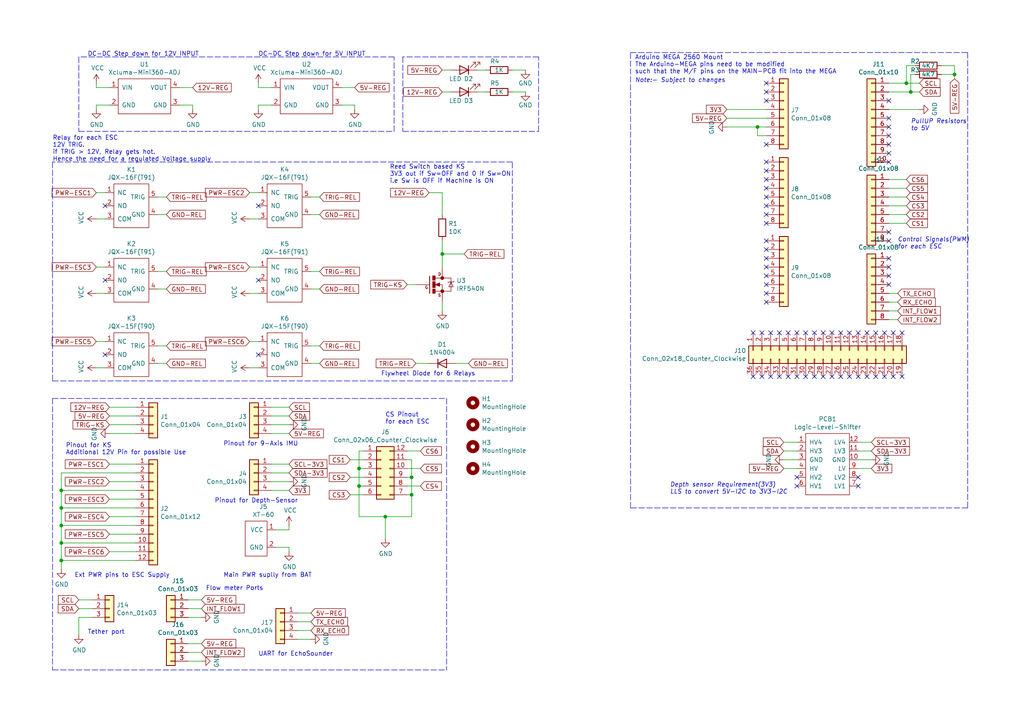
<source format=kicad_sch>
(kicad_sch (version 20211123) (generator eeschema)

  (uuid 7325d13d-547e-45f1-8413-352fd14162b8)

  (paper "A4")

  (title_block
    (title "AUVMEC2020")
    (rev "v1.0")
    (comment 1 "github.com/Pavan2411")
  )

  (lib_symbols
    (symbol "AUVMEC2020-rescue:IRFZ44-AUVMEC2020" (pin_numbers hide) (pin_names (offset 1.016) hide) (in_bom yes) (on_board yes)
      (property "Reference" "U" (id 0) (at 5.08 2.54 0)
        (effects (font (size 1.27 1.27)) (justify left bottom))
      )
      (property "Value" "IRFZ44-AUVMEC2020" (id 1) (at 5.08 0 0)
        (effects (font (size 1.27 1.27)) (justify left bottom))
      )
      (property "Footprint" "TO-220" (id 2) (at 0 0 0)
        (effects (font (size 1.27 1.27)) (justify left bottom) hide)
      )
      (property "Datasheet" "" (id 3) (at 0 0 0)
        (effects (font (size 1.27 1.27)) hide)
      )
      (property "ki_locked" "" (id 4) (at 0 0 0)
        (effects (font (size 1.27 1.27)))
      )
      (symbol "IRFZ44-AUVMEC2020_0_0"
        (rectangle (start -2.794 -2.54) (end -2.032 -1.27)
          (stroke (width 0) (type default) (color 0 0 0 0))
          (fill (type outline))
        )
        (rectangle (start -2.794 -0.889) (end -2.032 0.889)
          (stroke (width 0) (type default) (color 0 0 0 0))
          (fill (type outline))
        )
        (rectangle (start -2.794 1.27) (end -2.032 2.54)
          (stroke (width 0) (type default) (color 0 0 0 0))
          (fill (type outline))
        )
        (circle (center 0 -1.905) (radius 0.127)
          (stroke (width 0.4064) (type default) (color 0 0 0 0))
          (fill (type none))
        )
        (polyline
          (pts
            (xy -3.81 0)
            (xy -5.08 0)
          )
          (stroke (width 0.1524) (type default) (color 0 0 0 0))
          (fill (type none))
        )
        (polyline
          (pts
            (xy -3.6576 2.413)
            (xy -3.6576 -2.54)
          )
          (stroke (width 0.254) (type default) (color 0 0 0 0))
          (fill (type none))
        )
        (polyline
          (pts
            (xy -2.032 -1.905)
            (xy 0 -1.905)
          )
          (stroke (width 0.1524) (type default) (color 0 0 0 0))
          (fill (type none))
        )
        (polyline
          (pts
            (xy -2.032 0)
            (xy -0.762 -0.508)
          )
          (stroke (width 0.1524) (type default) (color 0 0 0 0))
          (fill (type none))
        )
        (polyline
          (pts
            (xy -1.778 0)
            (xy -0.889 -0.254)
          )
          (stroke (width 0.3048) (type default) (color 0 0 0 0))
          (fill (type none))
        )
        (polyline
          (pts
            (xy -0.889 -0.254)
            (xy -0.889 0)
          )
          (stroke (width 0.3048) (type default) (color 0 0 0 0))
          (fill (type none))
        )
        (polyline
          (pts
            (xy -0.889 0)
            (xy -1.143 0)
          )
          (stroke (width 0.3048) (type default) (color 0 0 0 0))
          (fill (type none))
        )
        (polyline
          (pts
            (xy -0.889 0)
            (xy 0 0)
          )
          (stroke (width 0.1524) (type default) (color 0 0 0 0))
          (fill (type none))
        )
        (polyline
          (pts
            (xy -0.889 0.254)
            (xy -1.778 0)
          )
          (stroke (width 0.3048) (type default) (color 0 0 0 0))
          (fill (type none))
        )
        (polyline
          (pts
            (xy -0.762 -0.508)
            (xy -0.762 0.508)
          )
          (stroke (width 0.1524) (type default) (color 0 0 0 0))
          (fill (type none))
        )
        (polyline
          (pts
            (xy -0.762 0.508)
            (xy -2.032 0)
          )
          (stroke (width 0.1524) (type default) (color 0 0 0 0))
          (fill (type none))
        )
        (polyline
          (pts
            (xy 0 -1.905)
            (xy 0 -2.54)
          )
          (stroke (width 0.1524) (type default) (color 0 0 0 0))
          (fill (type none))
        )
        (polyline
          (pts
            (xy 0 0)
            (xy 0 -1.905)
          )
          (stroke (width 0.1524) (type default) (color 0 0 0 0))
          (fill (type none))
        )
        (polyline
          (pts
            (xy 0 1.905)
            (xy -2.0066 1.905)
          )
          (stroke (width 0.1524) (type default) (color 0 0 0 0))
          (fill (type none))
        )
        (polyline
          (pts
            (xy 0 1.905)
            (xy 2.54 1.905)
          )
          (stroke (width 0.1524) (type default) (color 0 0 0 0))
          (fill (type none))
        )
        (polyline
          (pts
            (xy 0 2.54)
            (xy 0 1.905)
          )
          (stroke (width 0.1524) (type default) (color 0 0 0 0))
          (fill (type none))
        )
        (polyline
          (pts
            (xy 1.905 -0.635)
            (xy 3.175 -0.635)
          )
          (stroke (width 0.1524) (type default) (color 0 0 0 0))
          (fill (type none))
        )
        (polyline
          (pts
            (xy 1.905 0.762)
            (xy 1.651 0.508)
          )
          (stroke (width 0.1524) (type default) (color 0 0 0 0))
          (fill (type none))
        )
        (polyline
          (pts
            (xy 1.905 0.762)
            (xy 2.54 0.762)
          )
          (stroke (width 0.1524) (type default) (color 0 0 0 0))
          (fill (type none))
        )
        (polyline
          (pts
            (xy 2.54 -1.905)
            (xy 0 -1.905)
          )
          (stroke (width 0.1524) (type default) (color 0 0 0 0))
          (fill (type none))
        )
        (polyline
          (pts
            (xy 2.54 0.762)
            (xy 1.905 -0.635)
          )
          (stroke (width 0.1524) (type default) (color 0 0 0 0))
          (fill (type none))
        )
        (polyline
          (pts
            (xy 2.54 0.762)
            (xy 2.54 -1.905)
          )
          (stroke (width 0.1524) (type default) (color 0 0 0 0))
          (fill (type none))
        )
        (polyline
          (pts
            (xy 2.54 0.762)
            (xy 3.175 0.762)
          )
          (stroke (width 0.1524) (type default) (color 0 0 0 0))
          (fill (type none))
        )
        (polyline
          (pts
            (xy 2.54 1.905)
            (xy 2.54 0.762)
          )
          (stroke (width 0.1524) (type default) (color 0 0 0 0))
          (fill (type none))
        )
        (polyline
          (pts
            (xy 3.175 -0.635)
            (xy 2.54 0.762)
          )
          (stroke (width 0.1524) (type default) (color 0 0 0 0))
          (fill (type none))
        )
        (polyline
          (pts
            (xy 3.175 0.762)
            (xy 3.429 1.016)
          )
          (stroke (width 0.1524) (type default) (color 0 0 0 0))
          (fill (type none))
        )
        (circle (center 0 1.905) (radius 0.127)
          (stroke (width 0.4064) (type default) (color 0 0 0 0))
          (fill (type none))
        )
        (text "D" (at -1.27 2.54 0)
          (effects (font (size 0.8128 0.8128)) (justify left bottom))
        )
        (text "G" (at -5.08 -1.27 0)
          (effects (font (size 0.8128 0.8128)) (justify left bottom))
        )
        (text "S" (at -1.27 -3.556 0)
          (effects (font (size 0.8128 0.8128)) (justify left bottom))
        )
        (pin passive line (at -7.62 0 0) (length 2.54)
          (name "~" (effects (font (size 1.016 1.016))))
          (number "1" (effects (font (size 1.016 1.016))))
        )
        (pin passive line (at 0 5.08 270) (length 2.54)
          (name "~" (effects (font (size 1.016 1.016))))
          (number "2" (effects (font (size 1.016 1.016))))
        )
        (pin passive line (at 0 -5.08 90) (length 2.54)
          (name "~" (effects (font (size 1.016 1.016))))
          (number "3" (effects (font (size 1.016 1.016))))
        )
      )
    )
    (symbol "AUVMEC2020-rescue:JQX-15F(T90)-AUVMEC2020" (pin_names (offset 1.016)) (in_bom yes) (on_board yes)
      (property "Reference" "K" (id 0) (at -3.81 7.62 0)
        (effects (font (size 1.27 1.27)))
      )
      (property "Value" "JQX-15F(T90)-AUVMEC2020" (id 1) (at 5.08 -7.62 0)
        (effects (font (size 1.27 1.27)))
      )
      (property "Footprint" "" (id 2) (at 24.13 3.81 0)
        (effects (font (size 1.27 1.27)) hide)
      )
      (property "Datasheet" "" (id 3) (at 24.13 3.81 0)
        (effects (font (size 1.27 1.27)) hide)
      )
      (symbol "JQX-15F(T90)-AUVMEC2020_0_1"
        (rectangle (start -5.08 6.35) (end 5.08 -6.35)
          (stroke (width 0) (type default) (color 0 0 0 0))
          (fill (type none))
        )
      )
      (symbol "JQX-15F(T90)-AUVMEC2020_1_1"
        (pin input line (at -7.62 3.81 0) (length 2.54)
          (name "NC" (effects (font (size 1.27 1.27))))
          (number "1" (effects (font (size 1.27 1.27))))
        )
        (pin input line (at -7.62 0 0) (length 2.54)
          (name "NO" (effects (font (size 1.27 1.27))))
          (number "2" (effects (font (size 1.27 1.27))))
        )
        (pin input line (at -7.62 -3.81 0) (length 2.54)
          (name "COM" (effects (font (size 1.27 1.27))))
          (number "3" (effects (font (size 1.27 1.27))))
        )
        (pin input line (at 7.62 -2.54 180) (length 2.54)
          (name "GND" (effects (font (size 1.27 1.27))))
          (number "4" (effects (font (size 1.27 1.27))))
        )
        (pin input line (at 7.62 2.54 180) (length 2.54)
          (name "TRIG" (effects (font (size 1.27 1.27))))
          (number "5" (effects (font (size 1.27 1.27))))
        )
      )
    )
    (symbol "AUVMEC2020-rescue:JQX-16F(T91)-AUVMEC2020" (pin_names (offset 1.016)) (in_bom yes) (on_board yes)
      (property "Reference" "K" (id 0) (at -3.81 7.62 0)
        (effects (font (size 1.27 1.27)))
      )
      (property "Value" "JQX-16F(T91)-AUVMEC2020" (id 1) (at 5.08 -7.62 0)
        (effects (font (size 1.27 1.27)))
      )
      (property "Footprint" "" (id 2) (at 1.27 0 0)
        (effects (font (size 1.27 1.27)) hide)
      )
      (property "Datasheet" "" (id 3) (at 1.27 0 0)
        (effects (font (size 1.27 1.27)) hide)
      )
      (symbol "JQX-16F(T91)-AUVMEC2020_0_1"
        (rectangle (start -5.08 6.35) (end 5.08 -6.35)
          (stroke (width 0) (type default) (color 0 0 0 0))
          (fill (type none))
        )
      )
      (symbol "JQX-16F(T91)-AUVMEC2020_1_1"
        (pin input line (at -7.62 3.81 0) (length 2.54)
          (name "NC" (effects (font (size 1.27 1.27))))
          (number "1" (effects (font (size 1.27 1.27))))
        )
        (pin input line (at -7.62 0 0) (length 2.54)
          (name "NO" (effects (font (size 1.27 1.27))))
          (number "2" (effects (font (size 1.27 1.27))))
        )
        (pin input line (at -7.62 -3.81 0) (length 2.54)
          (name "COM" (effects (font (size 1.27 1.27))))
          (number "3" (effects (font (size 1.27 1.27))))
        )
        (pin input line (at 7.62 -2.54 180) (length 2.54)
          (name "GND" (effects (font (size 1.27 1.27))))
          (number "4" (effects (font (size 1.27 1.27))))
        )
        (pin input line (at 7.62 2.54 180) (length 2.54)
          (name "TRIG" (effects (font (size 1.27 1.27))))
          (number "5" (effects (font (size 1.27 1.27))))
        )
      )
    )
    (symbol "AUVMEC2020-rescue:Logic-Level-Shifter-AUVMEC2020" (pin_names (offset 1.016)) (in_bom yes) (on_board yes)
      (property "Reference" "PCB" (id 0) (at 0 12.7 0)
        (effects (font (size 1.27 1.27)))
      )
      (property "Value" "Logic-Level-Shifter-AUVMEC2020" (id 1) (at 0 10.16 0)
        (effects (font (size 1.27 1.27)))
      )
      (property "Footprint" "" (id 2) (at 0 10.16 0)
        (effects (font (size 1.27 1.27)) hide)
      )
      (property "Datasheet" "" (id 3) (at 0 10.16 0)
        (effects (font (size 1.27 1.27)) hide)
      )
      (symbol "Logic-Level-Shifter-AUVMEC2020_0_1"
        (rectangle (start -6.35 8.89) (end 6.35 -8.89)
          (stroke (width 0) (type default) (color 0 0 0 0))
          (fill (type none))
        )
      )
      (symbol "Logic-Level-Shifter-AUVMEC2020_1_1"
        (pin input line (at -8.89 6.35 0) (length 2.54)
          (name "HV4" (effects (font (size 1.27 1.27))))
          (number "1" (effects (font (size 1.27 1.27))))
        )
        (pin input line (at 8.89 1.27 180) (length 2.54)
          (name "GND" (effects (font (size 1.27 1.27))))
          (number "10" (effects (font (size 1.27 1.27))))
        )
        (pin input line (at 8.89 3.81 180) (length 2.54)
          (name "LV3" (effects (font (size 1.27 1.27))))
          (number "11" (effects (font (size 1.27 1.27))))
        )
        (pin input line (at 8.89 6.35 180) (length 2.54)
          (name "LV4" (effects (font (size 1.27 1.27))))
          (number "12" (effects (font (size 1.27 1.27))))
        )
        (pin input line (at -8.89 3.81 0) (length 2.54)
          (name "HV3" (effects (font (size 1.27 1.27))))
          (number "2" (effects (font (size 1.27 1.27))))
        )
        (pin input line (at -8.89 1.27 0) (length 2.54)
          (name "GND" (effects (font (size 1.27 1.27))))
          (number "3" (effects (font (size 1.27 1.27))))
        )
        (pin input line (at -8.89 -1.27 0) (length 2.54)
          (name "HV" (effects (font (size 1.27 1.27))))
          (number "4" (effects (font (size 1.27 1.27))))
        )
        (pin input line (at -8.89 -3.81 0) (length 2.54)
          (name "HV2" (effects (font (size 1.27 1.27))))
          (number "5" (effects (font (size 1.27 1.27))))
        )
        (pin input line (at -8.89 -6.35 0) (length 2.54)
          (name "HV1" (effects (font (size 1.27 1.27))))
          (number "6" (effects (font (size 1.27 1.27))))
        )
        (pin input line (at 8.89 -6.35 180) (length 2.54)
          (name "LV1" (effects (font (size 1.27 1.27))))
          (number "7" (effects (font (size 1.27 1.27))))
        )
        (pin input line (at 8.89 -3.81 180) (length 2.54)
          (name "LV2" (effects (font (size 1.27 1.27))))
          (number "8" (effects (font (size 1.27 1.27))))
        )
        (pin input line (at 8.89 -1.27 180) (length 2.54)
          (name "LV" (effects (font (size 1.27 1.27))))
          (number "9" (effects (font (size 1.27 1.27))))
        )
      )
    )
    (symbol "AUVMEC2020-rescue:XT-60-AUVMEC2020" (pin_names (offset 1.016)) (in_bom yes) (on_board yes)
      (property "Reference" "J" (id 0) (at -1.27 6.35 0)
        (effects (font (size 1.27 1.27)))
      )
      (property "Value" "XT-60-AUVMEC2020" (id 1) (at 2.54 -6.35 0)
        (effects (font (size 1.27 1.27)))
      )
      (property "Footprint" "" (id 2) (at 0 0 0)
        (effects (font (size 1.27 1.27)) hide)
      )
      (property "Datasheet" "" (id 3) (at 0 0 0)
        (effects (font (size 1.27 1.27)) hide)
      )
      (symbol "XT-60-AUVMEC2020_0_1"
        (rectangle (start -2.54 5.08) (end 3.81 -5.08)
          (stroke (width 0) (type default) (color 0 0 0 0))
          (fill (type none))
        )
      )
      (symbol "XT-60-AUVMEC2020_1_1"
        (pin input line (at -5.08 2.54 0) (length 2.54)
          (name "VCC" (effects (font (size 1.27 1.27))))
          (number "1" (effects (font (size 1.27 1.27))))
        )
        (pin input line (at -5.08 -2.54 0) (length 2.54)
          (name "GND" (effects (font (size 1.27 1.27))))
          (number "2" (effects (font (size 1.27 1.27))))
        )
      )
    )
    (symbol "AUVMEC2020-rescue:Xcluma-Mini360-ADJ-AUVMEC2020" (pin_names (offset 1.016)) (in_bom yes) (on_board yes)
      (property "Reference" "PCB" (id 0) (at -6.35 6.35 0)
        (effects (font (size 1.27 1.27)))
      )
      (property "Value" "Xcluma-Mini360-ADJ-AUVMEC2020" (id 1) (at 6.35 -6.35 0)
        (effects (font (size 1.27 1.27)))
      )
      (property "Footprint" "" (id 2) (at 0 0 0)
        (effects (font (size 1.27 1.27)) hide)
      )
      (property "Datasheet" "" (id 3) (at 0 0 0)
        (effects (font (size 1.27 1.27)) hide)
      )
      (symbol "Xcluma-Mini360-ADJ-AUVMEC2020_0_1"
        (rectangle (start -7.62 5.08) (end 7.62 -5.08)
          (stroke (width 0) (type default) (color 0 0 0 0))
          (fill (type none))
        )
      )
      (symbol "Xcluma-Mini360-ADJ-AUVMEC2020_1_1"
        (pin input line (at -10.16 2.54 0) (length 2.54)
          (name "VIN" (effects (font (size 1.27 1.27))))
          (number "1" (effects (font (size 1.27 1.27))))
        )
        (pin input line (at -10.16 -2.54 0) (length 2.54)
          (name "GND" (effects (font (size 1.27 1.27))))
          (number "2" (effects (font (size 1.27 1.27))))
        )
        (pin input line (at 10.16 -2.54 180) (length 2.54)
          (name "GND" (effects (font (size 1.27 1.27))))
          (number "3" (effects (font (size 1.27 1.27))))
        )
        (pin input line (at 10.16 2.54 180) (length 2.54)
          (name "VOUT" (effects (font (size 1.27 1.27))))
          (number "4" (effects (font (size 1.27 1.27))))
        )
      )
    )
    (symbol "Connector_Generic:Conn_01x03" (pin_names (offset 1.016) hide) (in_bom yes) (on_board yes)
      (property "Reference" "J" (id 0) (at 0 5.08 0)
        (effects (font (size 1.27 1.27)))
      )
      (property "Value" "Conn_01x03" (id 1) (at 0 -5.08 0)
        (effects (font (size 1.27 1.27)))
      )
      (property "Footprint" "" (id 2) (at 0 0 0)
        (effects (font (size 1.27 1.27)) hide)
      )
      (property "Datasheet" "~" (id 3) (at 0 0 0)
        (effects (font (size 1.27 1.27)) hide)
      )
      (property "ki_keywords" "connector" (id 4) (at 0 0 0)
        (effects (font (size 1.27 1.27)) hide)
      )
      (property "ki_description" "Generic connector, single row, 01x03, script generated (kicad-library-utils/schlib/autogen/connector/)" (id 5) (at 0 0 0)
        (effects (font (size 1.27 1.27)) hide)
      )
      (property "ki_fp_filters" "Connector*:*_1x??_*" (id 6) (at 0 0 0)
        (effects (font (size 1.27 1.27)) hide)
      )
      (symbol "Conn_01x03_1_1"
        (rectangle (start -1.27 -2.413) (end 0 -2.667)
          (stroke (width 0.1524) (type default) (color 0 0 0 0))
          (fill (type none))
        )
        (rectangle (start -1.27 0.127) (end 0 -0.127)
          (stroke (width 0.1524) (type default) (color 0 0 0 0))
          (fill (type none))
        )
        (rectangle (start -1.27 2.667) (end 0 2.413)
          (stroke (width 0.1524) (type default) (color 0 0 0 0))
          (fill (type none))
        )
        (rectangle (start -1.27 3.81) (end 1.27 -3.81)
          (stroke (width 0.254) (type default) (color 0 0 0 0))
          (fill (type background))
        )
        (pin passive line (at -5.08 2.54 0) (length 3.81)
          (name "Pin_1" (effects (font (size 1.27 1.27))))
          (number "1" (effects (font (size 1.27 1.27))))
        )
        (pin passive line (at -5.08 0 0) (length 3.81)
          (name "Pin_2" (effects (font (size 1.27 1.27))))
          (number "2" (effects (font (size 1.27 1.27))))
        )
        (pin passive line (at -5.08 -2.54 0) (length 3.81)
          (name "Pin_3" (effects (font (size 1.27 1.27))))
          (number "3" (effects (font (size 1.27 1.27))))
        )
      )
    )
    (symbol "Connector_Generic:Conn_01x04" (pin_names (offset 1.016) hide) (in_bom yes) (on_board yes)
      (property "Reference" "J" (id 0) (at 0 5.08 0)
        (effects (font (size 1.27 1.27)))
      )
      (property "Value" "Conn_01x04" (id 1) (at 0 -7.62 0)
        (effects (font (size 1.27 1.27)))
      )
      (property "Footprint" "" (id 2) (at 0 0 0)
        (effects (font (size 1.27 1.27)) hide)
      )
      (property "Datasheet" "~" (id 3) (at 0 0 0)
        (effects (font (size 1.27 1.27)) hide)
      )
      (property "ki_keywords" "connector" (id 4) (at 0 0 0)
        (effects (font (size 1.27 1.27)) hide)
      )
      (property "ki_description" "Generic connector, single row, 01x04, script generated (kicad-library-utils/schlib/autogen/connector/)" (id 5) (at 0 0 0)
        (effects (font (size 1.27 1.27)) hide)
      )
      (property "ki_fp_filters" "Connector*:*_1x??_*" (id 6) (at 0 0 0)
        (effects (font (size 1.27 1.27)) hide)
      )
      (symbol "Conn_01x04_1_1"
        (rectangle (start -1.27 -4.953) (end 0 -5.207)
          (stroke (width 0.1524) (type default) (color 0 0 0 0))
          (fill (type none))
        )
        (rectangle (start -1.27 -2.413) (end 0 -2.667)
          (stroke (width 0.1524) (type default) (color 0 0 0 0))
          (fill (type none))
        )
        (rectangle (start -1.27 0.127) (end 0 -0.127)
          (stroke (width 0.1524) (type default) (color 0 0 0 0))
          (fill (type none))
        )
        (rectangle (start -1.27 2.667) (end 0 2.413)
          (stroke (width 0.1524) (type default) (color 0 0 0 0))
          (fill (type none))
        )
        (rectangle (start -1.27 3.81) (end 1.27 -6.35)
          (stroke (width 0.254) (type default) (color 0 0 0 0))
          (fill (type background))
        )
        (pin passive line (at -5.08 2.54 0) (length 3.81)
          (name "Pin_1" (effects (font (size 1.27 1.27))))
          (number "1" (effects (font (size 1.27 1.27))))
        )
        (pin passive line (at -5.08 0 0) (length 3.81)
          (name "Pin_2" (effects (font (size 1.27 1.27))))
          (number "2" (effects (font (size 1.27 1.27))))
        )
        (pin passive line (at -5.08 -2.54 0) (length 3.81)
          (name "Pin_3" (effects (font (size 1.27 1.27))))
          (number "3" (effects (font (size 1.27 1.27))))
        )
        (pin passive line (at -5.08 -5.08 0) (length 3.81)
          (name "Pin_4" (effects (font (size 1.27 1.27))))
          (number "4" (effects (font (size 1.27 1.27))))
        )
      )
    )
    (symbol "Connector_Generic:Conn_01x08" (pin_names (offset 1.016) hide) (in_bom yes) (on_board yes)
      (property "Reference" "J" (id 0) (at 0 10.16 0)
        (effects (font (size 1.27 1.27)))
      )
      (property "Value" "Conn_01x08" (id 1) (at 0 -12.7 0)
        (effects (font (size 1.27 1.27)))
      )
      (property "Footprint" "" (id 2) (at 0 0 0)
        (effects (font (size 1.27 1.27)) hide)
      )
      (property "Datasheet" "~" (id 3) (at 0 0 0)
        (effects (font (size 1.27 1.27)) hide)
      )
      (property "ki_keywords" "connector" (id 4) (at 0 0 0)
        (effects (font (size 1.27 1.27)) hide)
      )
      (property "ki_description" "Generic connector, single row, 01x08, script generated (kicad-library-utils/schlib/autogen/connector/)" (id 5) (at 0 0 0)
        (effects (font (size 1.27 1.27)) hide)
      )
      (property "ki_fp_filters" "Connector*:*_1x??_*" (id 6) (at 0 0 0)
        (effects (font (size 1.27 1.27)) hide)
      )
      (symbol "Conn_01x08_1_1"
        (rectangle (start -1.27 -10.033) (end 0 -10.287)
          (stroke (width 0.1524) (type default) (color 0 0 0 0))
          (fill (type none))
        )
        (rectangle (start -1.27 -7.493) (end 0 -7.747)
          (stroke (width 0.1524) (type default) (color 0 0 0 0))
          (fill (type none))
        )
        (rectangle (start -1.27 -4.953) (end 0 -5.207)
          (stroke (width 0.1524) (type default) (color 0 0 0 0))
          (fill (type none))
        )
        (rectangle (start -1.27 -2.413) (end 0 -2.667)
          (stroke (width 0.1524) (type default) (color 0 0 0 0))
          (fill (type none))
        )
        (rectangle (start -1.27 0.127) (end 0 -0.127)
          (stroke (width 0.1524) (type default) (color 0 0 0 0))
          (fill (type none))
        )
        (rectangle (start -1.27 2.667) (end 0 2.413)
          (stroke (width 0.1524) (type default) (color 0 0 0 0))
          (fill (type none))
        )
        (rectangle (start -1.27 5.207) (end 0 4.953)
          (stroke (width 0.1524) (type default) (color 0 0 0 0))
          (fill (type none))
        )
        (rectangle (start -1.27 7.747) (end 0 7.493)
          (stroke (width 0.1524) (type default) (color 0 0 0 0))
          (fill (type none))
        )
        (rectangle (start -1.27 8.89) (end 1.27 -11.43)
          (stroke (width 0.254) (type default) (color 0 0 0 0))
          (fill (type background))
        )
        (pin passive line (at -5.08 7.62 0) (length 3.81)
          (name "Pin_1" (effects (font (size 1.27 1.27))))
          (number "1" (effects (font (size 1.27 1.27))))
        )
        (pin passive line (at -5.08 5.08 0) (length 3.81)
          (name "Pin_2" (effects (font (size 1.27 1.27))))
          (number "2" (effects (font (size 1.27 1.27))))
        )
        (pin passive line (at -5.08 2.54 0) (length 3.81)
          (name "Pin_3" (effects (font (size 1.27 1.27))))
          (number "3" (effects (font (size 1.27 1.27))))
        )
        (pin passive line (at -5.08 0 0) (length 3.81)
          (name "Pin_4" (effects (font (size 1.27 1.27))))
          (number "4" (effects (font (size 1.27 1.27))))
        )
        (pin passive line (at -5.08 -2.54 0) (length 3.81)
          (name "Pin_5" (effects (font (size 1.27 1.27))))
          (number "5" (effects (font (size 1.27 1.27))))
        )
        (pin passive line (at -5.08 -5.08 0) (length 3.81)
          (name "Pin_6" (effects (font (size 1.27 1.27))))
          (number "6" (effects (font (size 1.27 1.27))))
        )
        (pin passive line (at -5.08 -7.62 0) (length 3.81)
          (name "Pin_7" (effects (font (size 1.27 1.27))))
          (number "7" (effects (font (size 1.27 1.27))))
        )
        (pin passive line (at -5.08 -10.16 0) (length 3.81)
          (name "Pin_8" (effects (font (size 1.27 1.27))))
          (number "8" (effects (font (size 1.27 1.27))))
        )
      )
    )
    (symbol "Connector_Generic:Conn_01x10" (pin_names (offset 1.016) hide) (in_bom yes) (on_board yes)
      (property "Reference" "J" (id 0) (at 0 12.7 0)
        (effects (font (size 1.27 1.27)))
      )
      (property "Value" "Conn_01x10" (id 1) (at 0 -15.24 0)
        (effects (font (size 1.27 1.27)))
      )
      (property "Footprint" "" (id 2) (at 0 0 0)
        (effects (font (size 1.27 1.27)) hide)
      )
      (property "Datasheet" "~" (id 3) (at 0 0 0)
        (effects (font (size 1.27 1.27)) hide)
      )
      (property "ki_keywords" "connector" (id 4) (at 0 0 0)
        (effects (font (size 1.27 1.27)) hide)
      )
      (property "ki_description" "Generic connector, single row, 01x10, script generated (kicad-library-utils/schlib/autogen/connector/)" (id 5) (at 0 0 0)
        (effects (font (size 1.27 1.27)) hide)
      )
      (property "ki_fp_filters" "Connector*:*_1x??_*" (id 6) (at 0 0 0)
        (effects (font (size 1.27 1.27)) hide)
      )
      (symbol "Conn_01x10_1_1"
        (rectangle (start -1.27 -12.573) (end 0 -12.827)
          (stroke (width 0.1524) (type default) (color 0 0 0 0))
          (fill (type none))
        )
        (rectangle (start -1.27 -10.033) (end 0 -10.287)
          (stroke (width 0.1524) (type default) (color 0 0 0 0))
          (fill (type none))
        )
        (rectangle (start -1.27 -7.493) (end 0 -7.747)
          (stroke (width 0.1524) (type default) (color 0 0 0 0))
          (fill (type none))
        )
        (rectangle (start -1.27 -4.953) (end 0 -5.207)
          (stroke (width 0.1524) (type default) (color 0 0 0 0))
          (fill (type none))
        )
        (rectangle (start -1.27 -2.413) (end 0 -2.667)
          (stroke (width 0.1524) (type default) (color 0 0 0 0))
          (fill (type none))
        )
        (rectangle (start -1.27 0.127) (end 0 -0.127)
          (stroke (width 0.1524) (type default) (color 0 0 0 0))
          (fill (type none))
        )
        (rectangle (start -1.27 2.667) (end 0 2.413)
          (stroke (width 0.1524) (type default) (color 0 0 0 0))
          (fill (type none))
        )
        (rectangle (start -1.27 5.207) (end 0 4.953)
          (stroke (width 0.1524) (type default) (color 0 0 0 0))
          (fill (type none))
        )
        (rectangle (start -1.27 7.747) (end 0 7.493)
          (stroke (width 0.1524) (type default) (color 0 0 0 0))
          (fill (type none))
        )
        (rectangle (start -1.27 10.287) (end 0 10.033)
          (stroke (width 0.1524) (type default) (color 0 0 0 0))
          (fill (type none))
        )
        (rectangle (start -1.27 11.43) (end 1.27 -13.97)
          (stroke (width 0.254) (type default) (color 0 0 0 0))
          (fill (type background))
        )
        (pin passive line (at -5.08 10.16 0) (length 3.81)
          (name "Pin_1" (effects (font (size 1.27 1.27))))
          (number "1" (effects (font (size 1.27 1.27))))
        )
        (pin passive line (at -5.08 -12.7 0) (length 3.81)
          (name "Pin_10" (effects (font (size 1.27 1.27))))
          (number "10" (effects (font (size 1.27 1.27))))
        )
        (pin passive line (at -5.08 7.62 0) (length 3.81)
          (name "Pin_2" (effects (font (size 1.27 1.27))))
          (number "2" (effects (font (size 1.27 1.27))))
        )
        (pin passive line (at -5.08 5.08 0) (length 3.81)
          (name "Pin_3" (effects (font (size 1.27 1.27))))
          (number "3" (effects (font (size 1.27 1.27))))
        )
        (pin passive line (at -5.08 2.54 0) (length 3.81)
          (name "Pin_4" (effects (font (size 1.27 1.27))))
          (number "4" (effects (font (size 1.27 1.27))))
        )
        (pin passive line (at -5.08 0 0) (length 3.81)
          (name "Pin_5" (effects (font (size 1.27 1.27))))
          (number "5" (effects (font (size 1.27 1.27))))
        )
        (pin passive line (at -5.08 -2.54 0) (length 3.81)
          (name "Pin_6" (effects (font (size 1.27 1.27))))
          (number "6" (effects (font (size 1.27 1.27))))
        )
        (pin passive line (at -5.08 -5.08 0) (length 3.81)
          (name "Pin_7" (effects (font (size 1.27 1.27))))
          (number "7" (effects (font (size 1.27 1.27))))
        )
        (pin passive line (at -5.08 -7.62 0) (length 3.81)
          (name "Pin_8" (effects (font (size 1.27 1.27))))
          (number "8" (effects (font (size 1.27 1.27))))
        )
        (pin passive line (at -5.08 -10.16 0) (length 3.81)
          (name "Pin_9" (effects (font (size 1.27 1.27))))
          (number "9" (effects (font (size 1.27 1.27))))
        )
      )
    )
    (symbol "Connector_Generic:Conn_01x12" (pin_names (offset 1.016) hide) (in_bom yes) (on_board yes)
      (property "Reference" "J" (id 0) (at 0 15.24 0)
        (effects (font (size 1.27 1.27)))
      )
      (property "Value" "Conn_01x12" (id 1) (at 0 -17.78 0)
        (effects (font (size 1.27 1.27)))
      )
      (property "Footprint" "" (id 2) (at 0 0 0)
        (effects (font (size 1.27 1.27)) hide)
      )
      (property "Datasheet" "~" (id 3) (at 0 0 0)
        (effects (font (size 1.27 1.27)) hide)
      )
      (property "ki_keywords" "connector" (id 4) (at 0 0 0)
        (effects (font (size 1.27 1.27)) hide)
      )
      (property "ki_description" "Generic connector, single row, 01x12, script generated (kicad-library-utils/schlib/autogen/connector/)" (id 5) (at 0 0 0)
        (effects (font (size 1.27 1.27)) hide)
      )
      (property "ki_fp_filters" "Connector*:*_1x??_*" (id 6) (at 0 0 0)
        (effects (font (size 1.27 1.27)) hide)
      )
      (symbol "Conn_01x12_1_1"
        (rectangle (start -1.27 -15.113) (end 0 -15.367)
          (stroke (width 0.1524) (type default) (color 0 0 0 0))
          (fill (type none))
        )
        (rectangle (start -1.27 -12.573) (end 0 -12.827)
          (stroke (width 0.1524) (type default) (color 0 0 0 0))
          (fill (type none))
        )
        (rectangle (start -1.27 -10.033) (end 0 -10.287)
          (stroke (width 0.1524) (type default) (color 0 0 0 0))
          (fill (type none))
        )
        (rectangle (start -1.27 -7.493) (end 0 -7.747)
          (stroke (width 0.1524) (type default) (color 0 0 0 0))
          (fill (type none))
        )
        (rectangle (start -1.27 -4.953) (end 0 -5.207)
          (stroke (width 0.1524) (type default) (color 0 0 0 0))
          (fill (type none))
        )
        (rectangle (start -1.27 -2.413) (end 0 -2.667)
          (stroke (width 0.1524) (type default) (color 0 0 0 0))
          (fill (type none))
        )
        (rectangle (start -1.27 0.127) (end 0 -0.127)
          (stroke (width 0.1524) (type default) (color 0 0 0 0))
          (fill (type none))
        )
        (rectangle (start -1.27 2.667) (end 0 2.413)
          (stroke (width 0.1524) (type default) (color 0 0 0 0))
          (fill (type none))
        )
        (rectangle (start -1.27 5.207) (end 0 4.953)
          (stroke (width 0.1524) (type default) (color 0 0 0 0))
          (fill (type none))
        )
        (rectangle (start -1.27 7.747) (end 0 7.493)
          (stroke (width 0.1524) (type default) (color 0 0 0 0))
          (fill (type none))
        )
        (rectangle (start -1.27 10.287) (end 0 10.033)
          (stroke (width 0.1524) (type default) (color 0 0 0 0))
          (fill (type none))
        )
        (rectangle (start -1.27 12.827) (end 0 12.573)
          (stroke (width 0.1524) (type default) (color 0 0 0 0))
          (fill (type none))
        )
        (rectangle (start -1.27 13.97) (end 1.27 -16.51)
          (stroke (width 0.254) (type default) (color 0 0 0 0))
          (fill (type background))
        )
        (pin passive line (at -5.08 12.7 0) (length 3.81)
          (name "Pin_1" (effects (font (size 1.27 1.27))))
          (number "1" (effects (font (size 1.27 1.27))))
        )
        (pin passive line (at -5.08 -10.16 0) (length 3.81)
          (name "Pin_10" (effects (font (size 1.27 1.27))))
          (number "10" (effects (font (size 1.27 1.27))))
        )
        (pin passive line (at -5.08 -12.7 0) (length 3.81)
          (name "Pin_11" (effects (font (size 1.27 1.27))))
          (number "11" (effects (font (size 1.27 1.27))))
        )
        (pin passive line (at -5.08 -15.24 0) (length 3.81)
          (name "Pin_12" (effects (font (size 1.27 1.27))))
          (number "12" (effects (font (size 1.27 1.27))))
        )
        (pin passive line (at -5.08 10.16 0) (length 3.81)
          (name "Pin_2" (effects (font (size 1.27 1.27))))
          (number "2" (effects (font (size 1.27 1.27))))
        )
        (pin passive line (at -5.08 7.62 0) (length 3.81)
          (name "Pin_3" (effects (font (size 1.27 1.27))))
          (number "3" (effects (font (size 1.27 1.27))))
        )
        (pin passive line (at -5.08 5.08 0) (length 3.81)
          (name "Pin_4" (effects (font (size 1.27 1.27))))
          (number "4" (effects (font (size 1.27 1.27))))
        )
        (pin passive line (at -5.08 2.54 0) (length 3.81)
          (name "Pin_5" (effects (font (size 1.27 1.27))))
          (number "5" (effects (font (size 1.27 1.27))))
        )
        (pin passive line (at -5.08 0 0) (length 3.81)
          (name "Pin_6" (effects (font (size 1.27 1.27))))
          (number "6" (effects (font (size 1.27 1.27))))
        )
        (pin passive line (at -5.08 -2.54 0) (length 3.81)
          (name "Pin_7" (effects (font (size 1.27 1.27))))
          (number "7" (effects (font (size 1.27 1.27))))
        )
        (pin passive line (at -5.08 -5.08 0) (length 3.81)
          (name "Pin_8" (effects (font (size 1.27 1.27))))
          (number "8" (effects (font (size 1.27 1.27))))
        )
        (pin passive line (at -5.08 -7.62 0) (length 3.81)
          (name "Pin_9" (effects (font (size 1.27 1.27))))
          (number "9" (effects (font (size 1.27 1.27))))
        )
      )
    )
    (symbol "Connector_Generic:Conn_02x06_Counter_Clockwise" (pin_names (offset 1.016) hide) (in_bom yes) (on_board yes)
      (property "Reference" "J" (id 0) (at 1.27 7.62 0)
        (effects (font (size 1.27 1.27)))
      )
      (property "Value" "Conn_02x06_Counter_Clockwise" (id 1) (at 1.27 -10.16 0)
        (effects (font (size 1.27 1.27)))
      )
      (property "Footprint" "" (id 2) (at 0 0 0)
        (effects (font (size 1.27 1.27)) hide)
      )
      (property "Datasheet" "~" (id 3) (at 0 0 0)
        (effects (font (size 1.27 1.27)) hide)
      )
      (property "ki_keywords" "connector" (id 4) (at 0 0 0)
        (effects (font (size 1.27 1.27)) hide)
      )
      (property "ki_description" "Generic connector, double row, 02x06, counter clockwise pin numbering scheme (similar to DIP packge numbering), script generated (kicad-library-utils/schlib/autogen/connector/)" (id 5) (at 0 0 0)
        (effects (font (size 1.27 1.27)) hide)
      )
      (property "ki_fp_filters" "Connector*:*_2x??_*" (id 6) (at 0 0 0)
        (effects (font (size 1.27 1.27)) hide)
      )
      (symbol "Conn_02x06_Counter_Clockwise_1_1"
        (rectangle (start -1.27 -7.493) (end 0 -7.747)
          (stroke (width 0.1524) (type default) (color 0 0 0 0))
          (fill (type none))
        )
        (rectangle (start -1.27 -4.953) (end 0 -5.207)
          (stroke (width 0.1524) (type default) (color 0 0 0 0))
          (fill (type none))
        )
        (rectangle (start -1.27 -2.413) (end 0 -2.667)
          (stroke (width 0.1524) (type default) (color 0 0 0 0))
          (fill (type none))
        )
        (rectangle (start -1.27 0.127) (end 0 -0.127)
          (stroke (width 0.1524) (type default) (color 0 0 0 0))
          (fill (type none))
        )
        (rectangle (start -1.27 2.667) (end 0 2.413)
          (stroke (width 0.1524) (type default) (color 0 0 0 0))
          (fill (type none))
        )
        (rectangle (start -1.27 5.207) (end 0 4.953)
          (stroke (width 0.1524) (type default) (color 0 0 0 0))
          (fill (type none))
        )
        (rectangle (start -1.27 6.35) (end 3.81 -8.89)
          (stroke (width 0.254) (type default) (color 0 0 0 0))
          (fill (type background))
        )
        (rectangle (start 3.81 -7.493) (end 2.54 -7.747)
          (stroke (width 0.1524) (type default) (color 0 0 0 0))
          (fill (type none))
        )
        (rectangle (start 3.81 -4.953) (end 2.54 -5.207)
          (stroke (width 0.1524) (type default) (color 0 0 0 0))
          (fill (type none))
        )
        (rectangle (start 3.81 -2.413) (end 2.54 -2.667)
          (stroke (width 0.1524) (type default) (color 0 0 0 0))
          (fill (type none))
        )
        (rectangle (start 3.81 0.127) (end 2.54 -0.127)
          (stroke (width 0.1524) (type default) (color 0 0 0 0))
          (fill (type none))
        )
        (rectangle (start 3.81 2.667) (end 2.54 2.413)
          (stroke (width 0.1524) (type default) (color 0 0 0 0))
          (fill (type none))
        )
        (rectangle (start 3.81 5.207) (end 2.54 4.953)
          (stroke (width 0.1524) (type default) (color 0 0 0 0))
          (fill (type none))
        )
        (pin passive line (at -5.08 5.08 0) (length 3.81)
          (name "Pin_1" (effects (font (size 1.27 1.27))))
          (number "1" (effects (font (size 1.27 1.27))))
        )
        (pin passive line (at 7.62 0 180) (length 3.81)
          (name "Pin_10" (effects (font (size 1.27 1.27))))
          (number "10" (effects (font (size 1.27 1.27))))
        )
        (pin passive line (at 7.62 2.54 180) (length 3.81)
          (name "Pin_11" (effects (font (size 1.27 1.27))))
          (number "11" (effects (font (size 1.27 1.27))))
        )
        (pin passive line (at 7.62 5.08 180) (length 3.81)
          (name "Pin_12" (effects (font (size 1.27 1.27))))
          (number "12" (effects (font (size 1.27 1.27))))
        )
        (pin passive line (at -5.08 2.54 0) (length 3.81)
          (name "Pin_2" (effects (font (size 1.27 1.27))))
          (number "2" (effects (font (size 1.27 1.27))))
        )
        (pin passive line (at -5.08 0 0) (length 3.81)
          (name "Pin_3" (effects (font (size 1.27 1.27))))
          (number "3" (effects (font (size 1.27 1.27))))
        )
        (pin passive line (at -5.08 -2.54 0) (length 3.81)
          (name "Pin_4" (effects (font (size 1.27 1.27))))
          (number "4" (effects (font (size 1.27 1.27))))
        )
        (pin passive line (at -5.08 -5.08 0) (length 3.81)
          (name "Pin_5" (effects (font (size 1.27 1.27))))
          (number "5" (effects (font (size 1.27 1.27))))
        )
        (pin passive line (at -5.08 -7.62 0) (length 3.81)
          (name "Pin_6" (effects (font (size 1.27 1.27))))
          (number "6" (effects (font (size 1.27 1.27))))
        )
        (pin passive line (at 7.62 -7.62 180) (length 3.81)
          (name "Pin_7" (effects (font (size 1.27 1.27))))
          (number "7" (effects (font (size 1.27 1.27))))
        )
        (pin passive line (at 7.62 -5.08 180) (length 3.81)
          (name "Pin_8" (effects (font (size 1.27 1.27))))
          (number "8" (effects (font (size 1.27 1.27))))
        )
        (pin passive line (at 7.62 -2.54 180) (length 3.81)
          (name "Pin_9" (effects (font (size 1.27 1.27))))
          (number "9" (effects (font (size 1.27 1.27))))
        )
      )
    )
    (symbol "Connector_Generic:Conn_02x18_Counter_Clockwise" (pin_names (offset 1.016) hide) (in_bom yes) (on_board yes)
      (property "Reference" "J" (id 0) (at 1.27 22.86 0)
        (effects (font (size 1.27 1.27)))
      )
      (property "Value" "Conn_02x18_Counter_Clockwise" (id 1) (at 1.27 -25.4 0)
        (effects (font (size 1.27 1.27)))
      )
      (property "Footprint" "" (id 2) (at 0 0 0)
        (effects (font (size 1.27 1.27)) hide)
      )
      (property "Datasheet" "~" (id 3) (at 0 0 0)
        (effects (font (size 1.27 1.27)) hide)
      )
      (property "ki_keywords" "connector" (id 4) (at 0 0 0)
        (effects (font (size 1.27 1.27)) hide)
      )
      (property "ki_description" "Generic connector, double row, 02x18, counter clockwise pin numbering scheme (similar to DIP packge numbering), script generated (kicad-library-utils/schlib/autogen/connector/)" (id 5) (at 0 0 0)
        (effects (font (size 1.27 1.27)) hide)
      )
      (property "ki_fp_filters" "Connector*:*_2x??_*" (id 6) (at 0 0 0)
        (effects (font (size 1.27 1.27)) hide)
      )
      (symbol "Conn_02x18_Counter_Clockwise_1_1"
        (rectangle (start -1.27 -22.733) (end 0 -22.987)
          (stroke (width 0.1524) (type default) (color 0 0 0 0))
          (fill (type none))
        )
        (rectangle (start -1.27 -20.193) (end 0 -20.447)
          (stroke (width 0.1524) (type default) (color 0 0 0 0))
          (fill (type none))
        )
        (rectangle (start -1.27 -17.653) (end 0 -17.907)
          (stroke (width 0.1524) (type default) (color 0 0 0 0))
          (fill (type none))
        )
        (rectangle (start -1.27 -15.113) (end 0 -15.367)
          (stroke (width 0.1524) (type default) (color 0 0 0 0))
          (fill (type none))
        )
        (rectangle (start -1.27 -12.573) (end 0 -12.827)
          (stroke (width 0.1524) (type default) (color 0 0 0 0))
          (fill (type none))
        )
        (rectangle (start -1.27 -10.033) (end 0 -10.287)
          (stroke (width 0.1524) (type default) (color 0 0 0 0))
          (fill (type none))
        )
        (rectangle (start -1.27 -7.493) (end 0 -7.747)
          (stroke (width 0.1524) (type default) (color 0 0 0 0))
          (fill (type none))
        )
        (rectangle (start -1.27 -4.953) (end 0 -5.207)
          (stroke (width 0.1524) (type default) (color 0 0 0 0))
          (fill (type none))
        )
        (rectangle (start -1.27 -2.413) (end 0 -2.667)
          (stroke (width 0.1524) (type default) (color 0 0 0 0))
          (fill (type none))
        )
        (rectangle (start -1.27 0.127) (end 0 -0.127)
          (stroke (width 0.1524) (type default) (color 0 0 0 0))
          (fill (type none))
        )
        (rectangle (start -1.27 2.667) (end 0 2.413)
          (stroke (width 0.1524) (type default) (color 0 0 0 0))
          (fill (type none))
        )
        (rectangle (start -1.27 5.207) (end 0 4.953)
          (stroke (width 0.1524) (type default) (color 0 0 0 0))
          (fill (type none))
        )
        (rectangle (start -1.27 7.747) (end 0 7.493)
          (stroke (width 0.1524) (type default) (color 0 0 0 0))
          (fill (type none))
        )
        (rectangle (start -1.27 10.287) (end 0 10.033)
          (stroke (width 0.1524) (type default) (color 0 0 0 0))
          (fill (type none))
        )
        (rectangle (start -1.27 12.827) (end 0 12.573)
          (stroke (width 0.1524) (type default) (color 0 0 0 0))
          (fill (type none))
        )
        (rectangle (start -1.27 15.367) (end 0 15.113)
          (stroke (width 0.1524) (type default) (color 0 0 0 0))
          (fill (type none))
        )
        (rectangle (start -1.27 17.907) (end 0 17.653)
          (stroke (width 0.1524) (type default) (color 0 0 0 0))
          (fill (type none))
        )
        (rectangle (start -1.27 20.447) (end 0 20.193)
          (stroke (width 0.1524) (type default) (color 0 0 0 0))
          (fill (type none))
        )
        (rectangle (start -1.27 21.59) (end 3.81 -24.13)
          (stroke (width 0.254) (type default) (color 0 0 0 0))
          (fill (type background))
        )
        (rectangle (start 3.81 -22.733) (end 2.54 -22.987)
          (stroke (width 0.1524) (type default) (color 0 0 0 0))
          (fill (type none))
        )
        (rectangle (start 3.81 -20.193) (end 2.54 -20.447)
          (stroke (width 0.1524) (type default) (color 0 0 0 0))
          (fill (type none))
        )
        (rectangle (start 3.81 -17.653) (end 2.54 -17.907)
          (stroke (width 0.1524) (type default) (color 0 0 0 0))
          (fill (type none))
        )
        (rectangle (start 3.81 -15.113) (end 2.54 -15.367)
          (stroke (width 0.1524) (type default) (color 0 0 0 0))
          (fill (type none))
        )
        (rectangle (start 3.81 -12.573) (end 2.54 -12.827)
          (stroke (width 0.1524) (type default) (color 0 0 0 0))
          (fill (type none))
        )
        (rectangle (start 3.81 -10.033) (end 2.54 -10.287)
          (stroke (width 0.1524) (type default) (color 0 0 0 0))
          (fill (type none))
        )
        (rectangle (start 3.81 -7.493) (end 2.54 -7.747)
          (stroke (width 0.1524) (type default) (color 0 0 0 0))
          (fill (type none))
        )
        (rectangle (start 3.81 -4.953) (end 2.54 -5.207)
          (stroke (width 0.1524) (type default) (color 0 0 0 0))
          (fill (type none))
        )
        (rectangle (start 3.81 -2.413) (end 2.54 -2.667)
          (stroke (width 0.1524) (type default) (color 0 0 0 0))
          (fill (type none))
        )
        (rectangle (start 3.81 0.127) (end 2.54 -0.127)
          (stroke (width 0.1524) (type default) (color 0 0 0 0))
          (fill (type none))
        )
        (rectangle (start 3.81 2.667) (end 2.54 2.413)
          (stroke (width 0.1524) (type default) (color 0 0 0 0))
          (fill (type none))
        )
        (rectangle (start 3.81 5.207) (end 2.54 4.953)
          (stroke (width 0.1524) (type default) (color 0 0 0 0))
          (fill (type none))
        )
        (rectangle (start 3.81 7.747) (end 2.54 7.493)
          (stroke (width 0.1524) (type default) (color 0 0 0 0))
          (fill (type none))
        )
        (rectangle (start 3.81 10.287) (end 2.54 10.033)
          (stroke (width 0.1524) (type default) (color 0 0 0 0))
          (fill (type none))
        )
        (rectangle (start 3.81 12.827) (end 2.54 12.573)
          (stroke (width 0.1524) (type default) (color 0 0 0 0))
          (fill (type none))
        )
        (rectangle (start 3.81 15.367) (end 2.54 15.113)
          (stroke (width 0.1524) (type default) (color 0 0 0 0))
          (fill (type none))
        )
        (rectangle (start 3.81 17.907) (end 2.54 17.653)
          (stroke (width 0.1524) (type default) (color 0 0 0 0))
          (fill (type none))
        )
        (rectangle (start 3.81 20.447) (end 2.54 20.193)
          (stroke (width 0.1524) (type default) (color 0 0 0 0))
          (fill (type none))
        )
        (pin passive line (at -5.08 20.32 0) (length 3.81)
          (name "Pin_1" (effects (font (size 1.27 1.27))))
          (number "1" (effects (font (size 1.27 1.27))))
        )
        (pin passive line (at -5.08 -2.54 0) (length 3.81)
          (name "Pin_10" (effects (font (size 1.27 1.27))))
          (number "10" (effects (font (size 1.27 1.27))))
        )
        (pin passive line (at -5.08 -5.08 0) (length 3.81)
          (name "Pin_11" (effects (font (size 1.27 1.27))))
          (number "11" (effects (font (size 1.27 1.27))))
        )
        (pin passive line (at -5.08 -7.62 0) (length 3.81)
          (name "Pin_12" (effects (font (size 1.27 1.27))))
          (number "12" (effects (font (size 1.27 1.27))))
        )
        (pin passive line (at -5.08 -10.16 0) (length 3.81)
          (name "Pin_13" (effects (font (size 1.27 1.27))))
          (number "13" (effects (font (size 1.27 1.27))))
        )
        (pin passive line (at -5.08 -12.7 0) (length 3.81)
          (name "Pin_14" (effects (font (size 1.27 1.27))))
          (number "14" (effects (font (size 1.27 1.27))))
        )
        (pin passive line (at -5.08 -15.24 0) (length 3.81)
          (name "Pin_15" (effects (font (size 1.27 1.27))))
          (number "15" (effects (font (size 1.27 1.27))))
        )
        (pin passive line (at -5.08 -17.78 0) (length 3.81)
          (name "Pin_16" (effects (font (size 1.27 1.27))))
          (number "16" (effects (font (size 1.27 1.27))))
        )
        (pin passive line (at -5.08 -20.32 0) (length 3.81)
          (name "Pin_17" (effects (font (size 1.27 1.27))))
          (number "17" (effects (font (size 1.27 1.27))))
        )
        (pin passive line (at -5.08 -22.86 0) (length 3.81)
          (name "Pin_18" (effects (font (size 1.27 1.27))))
          (number "18" (effects (font (size 1.27 1.27))))
        )
        (pin passive line (at 7.62 -22.86 180) (length 3.81)
          (name "Pin_19" (effects (font (size 1.27 1.27))))
          (number "19" (effects (font (size 1.27 1.27))))
        )
        (pin passive line (at -5.08 17.78 0) (length 3.81)
          (name "Pin_2" (effects (font (size 1.27 1.27))))
          (number "2" (effects (font (size 1.27 1.27))))
        )
        (pin passive line (at 7.62 -20.32 180) (length 3.81)
          (name "Pin_20" (effects (font (size 1.27 1.27))))
          (number "20" (effects (font (size 1.27 1.27))))
        )
        (pin passive line (at 7.62 -17.78 180) (length 3.81)
          (name "Pin_21" (effects (font (size 1.27 1.27))))
          (number "21" (effects (font (size 1.27 1.27))))
        )
        (pin passive line (at 7.62 -15.24 180) (length 3.81)
          (name "Pin_22" (effects (font (size 1.27 1.27))))
          (number "22" (effects (font (size 1.27 1.27))))
        )
        (pin passive line (at 7.62 -12.7 180) (length 3.81)
          (name "Pin_23" (effects (font (size 1.27 1.27))))
          (number "23" (effects (font (size 1.27 1.27))))
        )
        (pin passive line (at 7.62 -10.16 180) (length 3.81)
          (name "Pin_24" (effects (font (size 1.27 1.27))))
          (number "24" (effects (font (size 1.27 1.27))))
        )
        (pin passive line (at 7.62 -7.62 180) (length 3.81)
          (name "Pin_25" (effects (font (size 1.27 1.27))))
          (number "25" (effects (font (size 1.27 1.27))))
        )
        (pin passive line (at 7.62 -5.08 180) (length 3.81)
          (name "Pin_26" (effects (font (size 1.27 1.27))))
          (number "26" (effects (font (size 1.27 1.27))))
        )
        (pin passive line (at 7.62 -2.54 180) (length 3.81)
          (name "Pin_27" (effects (font (size 1.27 1.27))))
          (number "27" (effects (font (size 1.27 1.27))))
        )
        (pin passive line (at 7.62 0 180) (length 3.81)
          (name "Pin_28" (effects (font (size 1.27 1.27))))
          (number "28" (effects (font (size 1.27 1.27))))
        )
        (pin passive line (at 7.62 2.54 180) (length 3.81)
          (name "Pin_29" (effects (font (size 1.27 1.27))))
          (number "29" (effects (font (size 1.27 1.27))))
        )
        (pin passive line (at -5.08 15.24 0) (length 3.81)
          (name "Pin_3" (effects (font (size 1.27 1.27))))
          (number "3" (effects (font (size 1.27 1.27))))
        )
        (pin passive line (at 7.62 5.08 180) (length 3.81)
          (name "Pin_30" (effects (font (size 1.27 1.27))))
          (number "30" (effects (font (size 1.27 1.27))))
        )
        (pin passive line (at 7.62 7.62 180) (length 3.81)
          (name "Pin_31" (effects (font (size 1.27 1.27))))
          (number "31" (effects (font (size 1.27 1.27))))
        )
        (pin passive line (at 7.62 10.16 180) (length 3.81)
          (name "Pin_32" (effects (font (size 1.27 1.27))))
          (number "32" (effects (font (size 1.27 1.27))))
        )
        (pin passive line (at 7.62 12.7 180) (length 3.81)
          (name "Pin_33" (effects (font (size 1.27 1.27))))
          (number "33" (effects (font (size 1.27 1.27))))
        )
        (pin passive line (at 7.62 15.24 180) (length 3.81)
          (name "Pin_34" (effects (font (size 1.27 1.27))))
          (number "34" (effects (font (size 1.27 1.27))))
        )
        (pin passive line (at 7.62 17.78 180) (length 3.81)
          (name "Pin_35" (effects (font (size 1.27 1.27))))
          (number "35" (effects (font (size 1.27 1.27))))
        )
        (pin passive line (at 7.62 20.32 180) (length 3.81)
          (name "Pin_36" (effects (font (size 1.27 1.27))))
          (number "36" (effects (font (size 1.27 1.27))))
        )
        (pin passive line (at -5.08 12.7 0) (length 3.81)
          (name "Pin_4" (effects (font (size 1.27 1.27))))
          (number "4" (effects (font (size 1.27 1.27))))
        )
        (pin passive line (at -5.08 10.16 0) (length 3.81)
          (name "Pin_5" (effects (font (size 1.27 1.27))))
          (number "5" (effects (font (size 1.27 1.27))))
        )
        (pin passive line (at -5.08 7.62 0) (length 3.81)
          (name "Pin_6" (effects (font (size 1.27 1.27))))
          (number "6" (effects (font (size 1.27 1.27))))
        )
        (pin passive line (at -5.08 5.08 0) (length 3.81)
          (name "Pin_7" (effects (font (size 1.27 1.27))))
          (number "7" (effects (font (size 1.27 1.27))))
        )
        (pin passive line (at -5.08 2.54 0) (length 3.81)
          (name "Pin_8" (effects (font (size 1.27 1.27))))
          (number "8" (effects (font (size 1.27 1.27))))
        )
        (pin passive line (at -5.08 0 0) (length 3.81)
          (name "Pin_9" (effects (font (size 1.27 1.27))))
          (number "9" (effects (font (size 1.27 1.27))))
        )
      )
    )
    (symbol "Device:LED" (pin_numbers hide) (pin_names (offset 1.016) hide) (in_bom yes) (on_board yes)
      (property "Reference" "D" (id 0) (at 0 2.54 0)
        (effects (font (size 1.27 1.27)))
      )
      (property "Value" "LED" (id 1) (at 0 -2.54 0)
        (effects (font (size 1.27 1.27)))
      )
      (property "Footprint" "" (id 2) (at 0 0 0)
        (effects (font (size 1.27 1.27)) hide)
      )
      (property "Datasheet" "~" (id 3) (at 0 0 0)
        (effects (font (size 1.27 1.27)) hide)
      )
      (property "ki_keywords" "LED diode" (id 4) (at 0 0 0)
        (effects (font (size 1.27 1.27)) hide)
      )
      (property "ki_description" "Light emitting diode" (id 5) (at 0 0 0)
        (effects (font (size 1.27 1.27)) hide)
      )
      (property "ki_fp_filters" "LED* LED_SMD:* LED_THT:*" (id 6) (at 0 0 0)
        (effects (font (size 1.27 1.27)) hide)
      )
      (symbol "LED_0_1"
        (polyline
          (pts
            (xy -1.27 -1.27)
            (xy -1.27 1.27)
          )
          (stroke (width 0.254) (type default) (color 0 0 0 0))
          (fill (type none))
        )
        (polyline
          (pts
            (xy -1.27 0)
            (xy 1.27 0)
          )
          (stroke (width 0) (type default) (color 0 0 0 0))
          (fill (type none))
        )
        (polyline
          (pts
            (xy 1.27 -1.27)
            (xy 1.27 1.27)
            (xy -1.27 0)
            (xy 1.27 -1.27)
          )
          (stroke (width 0.254) (type default) (color 0 0 0 0))
          (fill (type none))
        )
        (polyline
          (pts
            (xy -3.048 -0.762)
            (xy -4.572 -2.286)
            (xy -3.81 -2.286)
            (xy -4.572 -2.286)
            (xy -4.572 -1.524)
          )
          (stroke (width 0) (type default) (color 0 0 0 0))
          (fill (type none))
        )
        (polyline
          (pts
            (xy -1.778 -0.762)
            (xy -3.302 -2.286)
            (xy -2.54 -2.286)
            (xy -3.302 -2.286)
            (xy -3.302 -1.524)
          )
          (stroke (width 0) (type default) (color 0 0 0 0))
          (fill (type none))
        )
      )
      (symbol "LED_1_1"
        (pin passive line (at -3.81 0 0) (length 2.54)
          (name "K" (effects (font (size 1.27 1.27))))
          (number "1" (effects (font (size 1.27 1.27))))
        )
        (pin passive line (at 3.81 0 180) (length 2.54)
          (name "A" (effects (font (size 1.27 1.27))))
          (number "2" (effects (font (size 1.27 1.27))))
        )
      )
    )
    (symbol "Device:R" (pin_numbers hide) (pin_names (offset 0)) (in_bom yes) (on_board yes)
      (property "Reference" "R" (id 0) (at 2.032 0 90)
        (effects (font (size 1.27 1.27)))
      )
      (property "Value" "R" (id 1) (at 0 0 90)
        (effects (font (size 1.27 1.27)))
      )
      (property "Footprint" "" (id 2) (at -1.778 0 90)
        (effects (font (size 1.27 1.27)) hide)
      )
      (property "Datasheet" "~" (id 3) (at 0 0 0)
        (effects (font (size 1.27 1.27)) hide)
      )
      (property "ki_keywords" "R res resistor" (id 4) (at 0 0 0)
        (effects (font (size 1.27 1.27)) hide)
      )
      (property "ki_description" "Resistor" (id 5) (at 0 0 0)
        (effects (font (size 1.27 1.27)) hide)
      )
      (property "ki_fp_filters" "R_*" (id 6) (at 0 0 0)
        (effects (font (size 1.27 1.27)) hide)
      )
      (symbol "R_0_1"
        (rectangle (start -1.016 -2.54) (end 1.016 2.54)
          (stroke (width 0.254) (type default) (color 0 0 0 0))
          (fill (type none))
        )
      )
      (symbol "R_1_1"
        (pin passive line (at 0 3.81 270) (length 1.27)
          (name "~" (effects (font (size 1.27 1.27))))
          (number "1" (effects (font (size 1.27 1.27))))
        )
        (pin passive line (at 0 -3.81 90) (length 1.27)
          (name "~" (effects (font (size 1.27 1.27))))
          (number "2" (effects (font (size 1.27 1.27))))
        )
      )
    )
    (symbol "Diode:1N4007" (pin_numbers hide) (pin_names (offset 1.016) hide) (in_bom yes) (on_board yes)
      (property "Reference" "D" (id 0) (at 0 2.54 0)
        (effects (font (size 1.27 1.27)))
      )
      (property "Value" "1N4007" (id 1) (at 0 -2.54 0)
        (effects (font (size 1.27 1.27)))
      )
      (property "Footprint" "Diode_THT:D_DO-41_SOD81_P10.16mm_Horizontal" (id 2) (at 0 -4.445 0)
        (effects (font (size 1.27 1.27)) hide)
      )
      (property "Datasheet" "http://www.vishay.com/docs/88503/1n4001.pdf" (id 3) (at 0 0 0)
        (effects (font (size 1.27 1.27)) hide)
      )
      (property "ki_keywords" "diode" (id 4) (at 0 0 0)
        (effects (font (size 1.27 1.27)) hide)
      )
      (property "ki_description" "1000V 1A General Purpose Rectifier Diode, DO-41" (id 5) (at 0 0 0)
        (effects (font (size 1.27 1.27)) hide)
      )
      (property "ki_fp_filters" "D*DO?41*" (id 6) (at 0 0 0)
        (effects (font (size 1.27 1.27)) hide)
      )
      (symbol "1N4007_0_1"
        (polyline
          (pts
            (xy -1.27 1.27)
            (xy -1.27 -1.27)
          )
          (stroke (width 0.254) (type default) (color 0 0 0 0))
          (fill (type none))
        )
        (polyline
          (pts
            (xy 1.27 0)
            (xy -1.27 0)
          )
          (stroke (width 0) (type default) (color 0 0 0 0))
          (fill (type none))
        )
        (polyline
          (pts
            (xy 1.27 1.27)
            (xy 1.27 -1.27)
            (xy -1.27 0)
            (xy 1.27 1.27)
          )
          (stroke (width 0.254) (type default) (color 0 0 0 0))
          (fill (type none))
        )
      )
      (symbol "1N4007_1_1"
        (pin passive line (at -3.81 0 0) (length 2.54)
          (name "K" (effects (font (size 1.27 1.27))))
          (number "1" (effects (font (size 1.27 1.27))))
        )
        (pin passive line (at 3.81 0 180) (length 2.54)
          (name "A" (effects (font (size 1.27 1.27))))
          (number "2" (effects (font (size 1.27 1.27))))
        )
      )
    )
    (symbol "Mechanical:MountingHole" (pin_names (offset 1.016)) (in_bom yes) (on_board yes)
      (property "Reference" "H" (id 0) (at 0 5.08 0)
        (effects (font (size 1.27 1.27)))
      )
      (property "Value" "MountingHole" (id 1) (at 0 3.175 0)
        (effects (font (size 1.27 1.27)))
      )
      (property "Footprint" "" (id 2) (at 0 0 0)
        (effects (font (size 1.27 1.27)) hide)
      )
      (property "Datasheet" "~" (id 3) (at 0 0 0)
        (effects (font (size 1.27 1.27)) hide)
      )
      (property "ki_keywords" "mounting hole" (id 4) (at 0 0 0)
        (effects (font (size 1.27 1.27)) hide)
      )
      (property "ki_description" "Mounting Hole without connection" (id 5) (at 0 0 0)
        (effects (font (size 1.27 1.27)) hide)
      )
      (property "ki_fp_filters" "MountingHole*" (id 6) (at 0 0 0)
        (effects (font (size 1.27 1.27)) hide)
      )
      (symbol "MountingHole_0_1"
        (circle (center 0 0) (radius 1.27)
          (stroke (width 1.27) (type default) (color 0 0 0 0))
          (fill (type none))
        )
      )
    )
    (symbol "power:GND" (power) (pin_names (offset 0)) (in_bom yes) (on_board yes)
      (property "Reference" "#PWR" (id 0) (at 0 -6.35 0)
        (effects (font (size 1.27 1.27)) hide)
      )
      (property "Value" "GND" (id 1) (at 0 -3.81 0)
        (effects (font (size 1.27 1.27)))
      )
      (property "Footprint" "" (id 2) (at 0 0 0)
        (effects (font (size 1.27 1.27)) hide)
      )
      (property "Datasheet" "" (id 3) (at 0 0 0)
        (effects (font (size 1.27 1.27)) hide)
      )
      (property "ki_keywords" "power-flag" (id 4) (at 0 0 0)
        (effects (font (size 1.27 1.27)) hide)
      )
      (property "ki_description" "Power symbol creates a global label with name \"GND\" , ground" (id 5) (at 0 0 0)
        (effects (font (size 1.27 1.27)) hide)
      )
      (symbol "GND_0_1"
        (polyline
          (pts
            (xy 0 0)
            (xy 0 -1.27)
            (xy 1.27 -1.27)
            (xy 0 -2.54)
            (xy -1.27 -1.27)
            (xy 0 -1.27)
          )
          (stroke (width 0) (type default) (color 0 0 0 0))
          (fill (type none))
        )
      )
      (symbol "GND_1_1"
        (pin power_in line (at 0 0 270) (length 0) hide
          (name "GND" (effects (font (size 1.27 1.27))))
          (number "1" (effects (font (size 1.27 1.27))))
        )
      )
    )
    (symbol "power:VCC" (power) (pin_names (offset 0)) (in_bom yes) (on_board yes)
      (property "Reference" "#PWR" (id 0) (at 0 -3.81 0)
        (effects (font (size 1.27 1.27)) hide)
      )
      (property "Value" "VCC" (id 1) (at 0 3.81 0)
        (effects (font (size 1.27 1.27)))
      )
      (property "Footprint" "" (id 2) (at 0 0 0)
        (effects (font (size 1.27 1.27)) hide)
      )
      (property "Datasheet" "" (id 3) (at 0 0 0)
        (effects (font (size 1.27 1.27)) hide)
      )
      (property "ki_keywords" "power-flag" (id 4) (at 0 0 0)
        (effects (font (size 1.27 1.27)) hide)
      )
      (property "ki_description" "Power symbol creates a global label with name \"VCC\"" (id 5) (at 0 0 0)
        (effects (font (size 1.27 1.27)) hide)
      )
      (symbol "VCC_0_1"
        (polyline
          (pts
            (xy -0.762 1.27)
            (xy 0 2.54)
          )
          (stroke (width 0) (type default) (color 0 0 0 0))
          (fill (type none))
        )
        (polyline
          (pts
            (xy 0 0)
            (xy 0 2.54)
          )
          (stroke (width 0) (type default) (color 0 0 0 0))
          (fill (type none))
        )
        (polyline
          (pts
            (xy 0 2.54)
            (xy 0.762 1.27)
          )
          (stroke (width 0) (type default) (color 0 0 0 0))
          (fill (type none))
        )
      )
      (symbol "VCC_1_1"
        (pin power_in line (at 0 0 90) (length 0) hide
          (name "VCC" (effects (font (size 1.27 1.27))))
          (number "1" (effects (font (size 1.27 1.27))))
        )
      )
    )
  )

  (junction (at 119.38 143.51) (diameter 0) (color 0 0 0 0)
    (uuid 07402e7a-95ca-4719-a0c4-f4eb4839c2fd)
  )
  (junction (at 262.89 24.13) (diameter 0) (color 0 0 0 0)
    (uuid 0d321b09-b6e6-467e-ab89-d5c4c86cf68b)
  )
  (junction (at 104.14 135.89) (diameter 0) (color 0 0 0 0)
    (uuid 27ac484d-fb1c-424e-85fd-2bdf59c6dc23)
  )
  (junction (at 276.86 21.59) (diameter 0) (color 0 0 0 0)
    (uuid 281efd64-be49-4f4d-8fd1-1f98532b32b6)
  )
  (junction (at 17.78 147.32) (diameter 0) (color 0 0 0 0)
    (uuid 29b682e8-17ac-44bb-8758-b2d1ec690d9b)
  )
  (junction (at 219.71 36.83) (diameter 0) (color 0 0 0 0)
    (uuid 3a19963a-db42-4f21-bbc1-4f65438b46d5)
  )
  (junction (at 104.14 140.97) (diameter 0) (color 0 0 0 0)
    (uuid 50e8f688-9436-4f3c-8cc2-a83716216dc9)
  )
  (junction (at 128.27 73.66) (diameter 0) (color 0 0 0 0)
    (uuid 5e996619-35bc-43c9-a93d-dca08b1969e7)
  )
  (junction (at 17.78 157.48) (diameter 0) (color 0 0 0 0)
    (uuid 69bfd1fd-03da-4945-83a7-713353d5599a)
  )
  (junction (at 111.76 149.86) (diameter 0) (color 0 0 0 0)
    (uuid 91f530f0-2a16-4cfb-803d-3dd00dcb3443)
  )
  (junction (at 119.38 138.43) (diameter 0) (color 0 0 0 0)
    (uuid a943fec5-e0e5-40a5-a551-7764c5e55172)
  )
  (junction (at 17.78 152.4) (diameter 0) (color 0 0 0 0)
    (uuid b1429f6f-3072-4621-8d2b-460239141e41)
  )
  (junction (at 17.78 162.56) (diameter 0) (color 0 0 0 0)
    (uuid bf13ffc2-5b70-4709-a7dc-839c3cb35a44)
  )
  (junction (at 17.78 142.24) (diameter 0) (color 0 0 0 0)
    (uuid db10f980-220a-4ba2-a116-ecc0bb45ae6a)
  )
  (junction (at 264.16 26.67) (diameter 0) (color 0 0 0 0)
    (uuid f1aa2fcd-a3bc-4e96-afb8-cfb74e476472)
  )

  (no_connect (at 74.93 81.28) (uuid 07dd3d91-1f21-48dd-8396-e5d759fff42c))
  (no_connect (at 222.25 52.07) (uuid 08ee2fda-e02e-407a-9f26-71ffef3a71a7))
  (no_connect (at 256.54 96.52) (uuid 0c22edb4-ab79-4b0a-a113-e64a76190727))
  (no_connect (at 233.68 96.52) (uuid 0cd1186c-fe97-418b-a4ee-1df97893f3fc))
  (no_connect (at 222.25 80.01) (uuid 0f246c39-fed2-4aea-9b73-81de7e60fe43))
  (no_connect (at 222.25 87.63) (uuid 1333df39-e1ee-4391-9a80-cee1df06fc8d))
  (no_connect (at 257.81 34.29) (uuid 174713d2-f018-4330-afcc-dcd9574d939c))
  (no_connect (at 257.81 36.83) (uuid 1a5bbe05-ae06-4865-904f-9f3c9961de8c))
  (no_connect (at 257.81 46.99) (uuid 1d552ebf-f2d7-4256-becc-c0c3c2c2cf71))
  (no_connect (at 223.52 96.52) (uuid 1f9065c9-d8b0-4fc6-b865-3839a9e3d0f7))
  (no_connect (at 261.62 96.52) (uuid 2142e979-c60d-4f4d-a626-bf4d19fd935e))
  (no_connect (at 218.44 96.52) (uuid 23648bd4-e669-4403-9ff3-b934681453f2))
  (no_connect (at 257.81 29.21) (uuid 2f34e0d6-471b-4abe-b7eb-38fc4314d777))
  (no_connect (at 236.22 109.22) (uuid 2fbc8674-50eb-42e4-9a30-ae46685eb7c7))
  (no_connect (at 74.93 59.69) (uuid 35061506-a03e-43eb-b2d4-777fa0494181))
  (no_connect (at 238.76 109.22) (uuid 37efcd41-7551-456d-a546-1a7ba22dfcf2))
  (no_connect (at 248.92 138.43) (uuid 39d9a967-fe89-4041-9ad8-e0a09a991361))
  (no_connect (at 257.81 77.47) (uuid 3a529a88-d69d-4eea-b4f0-5de67997ae15))
  (no_connect (at 30.48 59.69) (uuid 3dc45757-ddb2-43ff-9f3f-4972be37a2e5))
  (no_connect (at 222.25 64.77) (uuid 3dcb0fc1-2a7e-4d3c-bd37-c4789d3c1c59))
  (no_connect (at 226.06 109.22) (uuid 43e9e0e2-1be3-41e1-bdf0-a2296139aed8))
  (no_connect (at 241.3 96.52) (uuid 46e8d3eb-fa17-4b90-9e89-0ba1b648c15d))
  (no_connect (at 228.6 109.22) (uuid 48ea01f8-36ee-43ac-be5c-114101004b27))
  (no_connect (at 222.25 85.09) (uuid 4befca0e-a701-47e6-8fb8-ec67871f41d9))
  (no_connect (at 226.06 96.52) (uuid 52f82d7b-9432-4d41-b7c1-fad03a2c259b))
  (no_connect (at 222.25 41.91) (uuid 54830974-12e8-4840-b20a-67a4fbb6ffa2))
  (no_connect (at 222.25 26.67) (uuid 5dff3dd3-ea89-4c41-a5be-956a7c6cc1c8))
  (no_connect (at 248.92 109.22) (uuid 60d58d8d-5297-431e-8d9f-7a5e029ea5d6))
  (no_connect (at 257.81 69.85) (uuid 626b9a82-2a86-4547-9890-e09e723aff1d))
  (no_connect (at 222.25 72.39) (uuid 6a4ae439-19e4-46f2-8dd9-893916c9dbfb))
  (no_connect (at 257.81 74.93) (uuid 6bd193f0-6253-4fe5-b1da-4dbc9c18eba8))
  (no_connect (at 257.81 67.31) (uuid 6dc39b75-2fbc-4f37-8fb7-eb0b3ad1a68e))
  (no_connect (at 222.25 57.15) (uuid 701fe229-bf64-4663-b6d2-a2f866df1fe0))
  (no_connect (at 251.46 96.52) (uuid 769f3f37-83bc-4b91-a6e0-6fe408be4310))
  (no_connect (at 231.14 109.22) (uuid 76e56dfa-84d8-46fe-80ee-89805b3b29d0))
  (no_connect (at 256.54 109.22) (uuid 80445373-f754-437a-8768-a75bb2c0bdc2))
  (no_connect (at 257.81 44.45) (uuid 8678d0d4-20e2-4643-9e03-d17e3349b006))
  (no_connect (at 259.08 96.52) (uuid 8b5761f3-a7ba-4d46-8d96-5b798a69a66e))
  (no_connect (at 74.93 102.87) (uuid 8d3c849b-dedc-4b62-8820-5cde4d8f6eaa))
  (no_connect (at 222.25 59.69) (uuid 8ea7941e-ad0a-4958-82f0-ce2aacae7a03))
  (no_connect (at 222.25 82.55) (uuid 8f60190d-a329-4529-9fd3-8379ce6ba4af))
  (no_connect (at 222.25 46.99) (uuid 9089f54e-db3a-4c0a-828e-cef84310a85e))
  (no_connect (at 222.25 24.13) (uuid 96329d6c-1fdd-4ccf-8f2d-084316dbc7b3))
  (no_connect (at 238.76 96.52) (uuid 9a97e56a-009c-4ac7-a3cc-5515759aa313))
  (no_connect (at 222.25 54.61) (uuid a0b4a6a7-b043-4d1f-b9c6-40eca344e642))
  (no_connect (at 257.81 41.91) (uuid a28b910c-2b3d-43a5-b006-a7885455af94))
  (no_connect (at 220.98 109.22) (uuid a4b1ccfd-15e2-4f82-9fdc-1820b73ca17a))
  (no_connect (at 223.52 109.22) (uuid a697fef7-0721-4a24-a2eb-24a57f5f4fc7))
  (no_connect (at 246.38 96.52) (uuid a9cea45c-7cd7-45da-82b9-7858dfc928de))
  (no_connect (at 231.14 96.52) (uuid abd13fea-ce71-4de7-b6f6-10784f2f7439))
  (no_connect (at 243.84 96.52) (uuid abd8bf10-bc79-43a6-94a2-a96e7a4faf51))
  (no_connect (at 248.92 140.97) (uuid b1c175a3-8df4-4086-bab5-26d5a57fd22d))
  (no_connect (at 220.98 96.52) (uuid b225aa85-75b4-444b-8803-e1d3293c545c))
  (no_connect (at 218.44 109.22) (uuid b3b2a6af-d380-41d1-8cca-722dfa9073b6))
  (no_connect (at 233.68 109.22) (uuid c1dd2723-5945-4999-92be-ab2f5bfb7b1d))
  (no_connect (at 228.6 96.52) (uuid c6154433-187d-4fc8-9ad0-4fc3222f6615))
  (no_connect (at 222.25 62.23) (uuid c8aa2c21-df00-49bf-800c-d17cff1f6754))
  (no_connect (at 236.22 96.52) (uuid c95333a3-7f5f-496e-861e-4ef4110016d8))
  (no_connect (at 243.84 109.22) (uuid cb5e2d9f-a7e3-404b-8548-211e7fcf1973))
  (no_connect (at 251.46 109.22) (uuid cca31d99-c99e-4d56-9a0e-a82cc5f4ed7f))
  (no_connect (at 254 96.52) (uuid cf97f685-ee3c-456e-b9f4-78c717784a3e))
  (no_connect (at 241.3 109.22) (uuid d61e35cc-d4a1-4d6f-a666-851ff8280ff1))
  (no_connect (at 222.25 77.47) (uuid d8d0979d-5ddf-4ecc-b20c-f983e68cd1ac))
  (no_connect (at 222.25 29.21) (uuid dd1ef4a0-6aab-44d1-a380-e0ee61aa2650))
  (no_connect (at 246.38 109.22) (uuid dd9852f2-c130-456a-a2bb-9256c49ee11c))
  (no_connect (at 222.25 49.53) (uuid e03b17f6-a18b-4e7c-b761-c79ede91faec))
  (no_connect (at 222.25 69.85) (uuid e1f5d862-2f2c-4ca2-898f-7bee1ee10af4))
  (no_connect (at 231.14 138.43) (uuid e2a8a569-be67-40c5-809c-74db17e98fd4))
  (no_connect (at 254 109.22) (uuid e520c6df-1297-4051-ab6d-55bfaf8b04ee))
  (no_connect (at 30.48 102.87) (uuid e917a249-86c5-49a9-ae16-37da07dbdc4a))
  (no_connect (at 257.81 82.55) (uuid e92bc4bd-a07c-4665-a98a-43a9f733e254))
  (no_connect (at 231.14 140.97) (uuid e99001af-e4c9-4971-ae9c-b4e1e9aded05))
  (no_connect (at 257.81 39.37) (uuid f09c3258-4d6d-42d8-995c-e407753e5a09))
  (no_connect (at 30.48 81.28) (uuid f0a3f8df-79a7-493f-8dbd-a4fc8642ea0f))
  (no_connect (at 261.62 109.22) (uuid f1e42d97-cd93-4a9c-b2a4-a9fb5a723ffa))
  (no_connect (at 257.81 80.01) (uuid f32f48d4-1369-43bf-b624-25d7ecb0c46c))
  (no_connect (at 259.08 109.22) (uuid f50437a5-7909-471f-ba12-e1dc676dd6a1))
  (no_connect (at 248.92 96.52) (uuid f766b8e3-8295-40a6-94fe-8c0e7355b7e9))
  (no_connect (at 222.25 74.93) (uuid fa3a1e02-bcb6-45f4-a288-ea02539d6052))

  (wire (pts (xy 27.94 25.4) (xy 27.94 24.13))
    (stroke (width 0) (type default) (color 0 0 0 0))
    (uuid 04da0920-ba7e-4baf-a109-9783afbc6667)
  )
  (wire (pts (xy 17.78 157.48) (xy 17.78 162.56))
    (stroke (width 0) (type default) (color 0 0 0 0))
    (uuid 08134383-440a-45f0-8e6a-75cbb77dabfd)
  )
  (wire (pts (xy 92.71 105.41) (xy 90.17 105.41))
    (stroke (width 0) (type default) (color 0 0 0 0))
    (uuid 098fa949-3169-4b08-aa0f-f6d29f552a0b)
  )
  (wire (pts (xy 27.94 25.4) (xy 31.75 25.4))
    (stroke (width 0) (type default) (color 0 0 0 0))
    (uuid 0b628293-6be7-4244-9782-4bb66eb767a5)
  )
  (wire (pts (xy 27.94 30.48) (xy 27.94 31.75))
    (stroke (width 0) (type default) (color 0 0 0 0))
    (uuid 0be77c5e-5908-40a9-b194-fbcd5cd04945)
  )
  (wire (pts (xy 39.37 157.48) (xy 17.78 157.48))
    (stroke (width 0) (type default) (color 0 0 0 0))
    (uuid 0d16dfcb-808c-439b-a336-2dc92d35b055)
  )
  (wire (pts (xy 262.89 19.05) (xy 262.89 24.13))
    (stroke (width 0) (type default) (color 0 0 0 0))
    (uuid 11ceac0d-451a-4c7f-a3ae-aa7d679c9857)
  )
  (wire (pts (xy 45.72 57.15) (xy 48.26 57.15))
    (stroke (width 0) (type default) (color 0 0 0 0))
    (uuid 1232a6b1-69b2-40c2-9d60-3cf5de520e25)
  )
  (wire (pts (xy 22.86 173.99) (xy 26.67 173.99))
    (stroke (width 0) (type default) (color 0 0 0 0))
    (uuid 1605fe47-1cb1-41b4-baed-05b4aa8b4be3)
  )
  (wire (pts (xy 104.14 135.89) (xy 104.14 130.81))
    (stroke (width 0) (type default) (color 0 0 0 0))
    (uuid 16bc8621-bacf-4baf-a306-34f751d37059)
  )
  (wire (pts (xy 30.48 63.5) (xy 27.94 63.5))
    (stroke (width 0) (type default) (color 0 0 0 0))
    (uuid 16da690d-b602-4618-b54d-a5377c97e42c)
  )
  (polyline (pts (xy 148.59 110.49) (xy 148.59 46.99))
    (stroke (width 0) (type default) (color 0 0 0 0))
    (uuid 1c884093-d5de-45d3-b993-0386f9a7c1a3)
  )

  (wire (pts (xy 17.78 147.32) (xy 17.78 152.4))
    (stroke (width 0) (type default) (color 0 0 0 0))
    (uuid 1d5770ff-2d8f-45ec-b5e1-f42b2d21c43f)
  )
  (wire (pts (xy 105.41 138.43) (xy 101.6 138.43))
    (stroke (width 0) (type default) (color 0 0 0 0))
    (uuid 1ea316ab-6a8c-421a-a029-46c8a6cdc8bf)
  )
  (wire (pts (xy 22.86 179.07) (xy 22.86 184.15))
    (stroke (width 0) (type default) (color 0 0 0 0))
    (uuid 1f1029c5-8f5e-4f80-87b3-29c342536a3b)
  )
  (polyline (pts (xy 114.3 16.51) (xy 22.86 16.51))
    (stroke (width 0) (type default) (color 0 0 0 0))
    (uuid 1f405bbe-83e1-474c-b455-753a2b903afa)
  )
  (polyline (pts (xy 116.84 16.51) (xy 116.84 38.1))
    (stroke (width 0) (type default) (color 0 0 0 0))
    (uuid 2120890c-e771-4f8c-a83e-1809fd4dc3ae)
  )

  (wire (pts (xy 39.37 162.56) (xy 17.78 162.56))
    (stroke (width 0) (type default) (color 0 0 0 0))
    (uuid 21aed2cf-601a-437e-a803-c187235bd33c)
  )
  (wire (pts (xy 111.76 149.86) (xy 104.14 149.86))
    (stroke (width 0) (type default) (color 0 0 0 0))
    (uuid 21cdcba6-bf7f-411f-a147-246b5ed1d97f)
  )
  (wire (pts (xy 132.08 105.41) (xy 135.89 105.41))
    (stroke (width 0) (type default) (color 0 0 0 0))
    (uuid 23a85069-42d9-4cb6-bcfb-898c3af39d28)
  )
  (wire (pts (xy 30.48 55.88) (xy 27.94 55.88))
    (stroke (width 0) (type default) (color 0 0 0 0))
    (uuid 24175207-d1a5-4f36-9be1-b90c040ecfdf)
  )
  (polyline (pts (xy 116.84 38.1) (xy 156.21 38.1))
    (stroke (width 0) (type default) (color 0 0 0 0))
    (uuid 25c9cca3-9e8c-4356-ab3d-05dd783d3f16)
  )

  (wire (pts (xy 58.42 176.53) (xy 54.61 176.53))
    (stroke (width 0) (type default) (color 0 0 0 0))
    (uuid 265ee6d9-e696-466e-9a42-1e00b272f219)
  )
  (wire (pts (xy 30.48 99.06) (xy 27.94 99.06))
    (stroke (width 0) (type default) (color 0 0 0 0))
    (uuid 27b20fb4-43ae-4175-88af-ea67b616439c)
  )
  (polyline (pts (xy 15.24 115.57) (xy 129.54 115.57))
    (stroke (width 0) (type default) (color 0 0 0 0))
    (uuid 280d4d2e-b8d7-44bf-a330-b83b8180f8cf)
  )

  (wire (pts (xy 78.74 134.62) (xy 83.82 134.62))
    (stroke (width 0) (type default) (color 0 0 0 0))
    (uuid 28e92e84-a51c-481a-b690-471b0c6d7943)
  )
  (wire (pts (xy 104.14 130.81) (xy 105.41 130.81))
    (stroke (width 0) (type default) (color 0 0 0 0))
    (uuid 2a497489-9c71-4a14-8f72-f97ba2f8d283)
  )
  (wire (pts (xy 78.74 139.7) (xy 83.82 139.7))
    (stroke (width 0) (type default) (color 0 0 0 0))
    (uuid 2b61456c-8da1-4230-a46e-1174b4598371)
  )
  (wire (pts (xy 39.37 147.32) (xy 17.78 147.32))
    (stroke (width 0) (type default) (color 0 0 0 0))
    (uuid 2d12f7cb-e732-4eef-aeec-9f7b2d24c5fc)
  )
  (wire (pts (xy 17.78 142.24) (xy 17.78 147.32))
    (stroke (width 0) (type default) (color 0 0 0 0))
    (uuid 2d2fb7e5-ceda-440d-9ade-7763d7fadcfa)
  )
  (wire (pts (xy 265.43 19.05) (xy 262.89 19.05))
    (stroke (width 0) (type default) (color 0 0 0 0))
    (uuid 2dc1c395-7416-40f5-bc5e-fc0605326ea6)
  )
  (wire (pts (xy 273.05 21.59) (xy 276.86 21.59))
    (stroke (width 0) (type default) (color 0 0 0 0))
    (uuid 2eb1f901-7917-4ec4-83ee-7aa0b77503dc)
  )
  (wire (pts (xy 257.81 59.69) (xy 262.89 59.69))
    (stroke (width 0) (type default) (color 0 0 0 0))
    (uuid 30182529-f3c0-46da-80aa-4ac71f4906f3)
  )
  (wire (pts (xy 92.71 62.23) (xy 90.17 62.23))
    (stroke (width 0) (type default) (color 0 0 0 0))
    (uuid 30647af0-9590-4432-bee3-55bfde533d62)
  )
  (wire (pts (xy 39.37 123.19) (xy 31.75 123.19))
    (stroke (width 0) (type default) (color 0 0 0 0))
    (uuid 30d58d03-6b02-4291-9e6a-07ed65069e9d)
  )
  (wire (pts (xy 119.38 133.35) (xy 118.11 133.35))
    (stroke (width 0) (type default) (color 0 0 0 0))
    (uuid 30f5725a-228a-4568-a856-097dbb82ab9b)
  )
  (wire (pts (xy 78.74 125.73) (xy 83.82 125.73))
    (stroke (width 0) (type default) (color 0 0 0 0))
    (uuid 32987177-0b12-43c7-a0db-267678f7d213)
  )
  (wire (pts (xy 119.38 149.86) (xy 119.38 143.51))
    (stroke (width 0) (type default) (color 0 0 0 0))
    (uuid 33445ce1-62fe-4c7c-9a4a-d58d0d1c7996)
  )
  (wire (pts (xy 90.17 78.74) (xy 92.71 78.74))
    (stroke (width 0) (type default) (color 0 0 0 0))
    (uuid 37cc0b5e-380c-4162-ba58-83738ee7da9d)
  )
  (wire (pts (xy 45.72 83.82) (xy 48.26 83.82))
    (stroke (width 0) (type default) (color 0 0 0 0))
    (uuid 38fc2ff0-a12b-44b6-9bc5-140f9c8a4a3d)
  )
  (wire (pts (xy 120.65 105.41) (xy 124.46 105.41))
    (stroke (width 0) (type default) (color 0 0 0 0))
    (uuid 3b8fe127-ea35-4f8b-a84c-4c9e4beaf759)
  )
  (polyline (pts (xy 22.86 16.51) (xy 22.86 38.1))
    (stroke (width 0) (type default) (color 0 0 0 0))
    (uuid 3cf439ec-2d81-485d-9ceb-72a1ca063da1)
  )

  (wire (pts (xy 111.76 149.86) (xy 119.38 149.86))
    (stroke (width 0) (type default) (color 0 0 0 0))
    (uuid 419c181b-9aea-443d-83d7-3b9a9afe9f64)
  )
  (wire (pts (xy 55.88 30.48) (xy 52.07 30.48))
    (stroke (width 0) (type default) (color 0 0 0 0))
    (uuid 4239e206-466b-49ab-8676-196d9237fe71)
  )
  (wire (pts (xy 222.25 36.83) (xy 219.71 36.83))
    (stroke (width 0) (type default) (color 0 0 0 0))
    (uuid 449c31e5-e5bd-49db-9c6d-6f9d04d2c3ee)
  )
  (wire (pts (xy 55.88 25.4) (xy 52.07 25.4))
    (stroke (width 0) (type default) (color 0 0 0 0))
    (uuid 449ff11f-12b1-47aa-8ee7-0341c8f2ada1)
  )
  (polyline (pts (xy 15.24 46.99) (xy 15.24 110.49))
    (stroke (width 0) (type default) (color 0 0 0 0))
    (uuid 4a0d6028-4778-4008-8c51-6a3a628513a6)
  )

  (wire (pts (xy 257.81 24.13) (xy 262.89 24.13))
    (stroke (width 0) (type default) (color 0 0 0 0))
    (uuid 4aed3432-3cf1-443a-89bc-8ea75af756e5)
  )
  (wire (pts (xy 101.6 143.51) (xy 105.41 143.51))
    (stroke (width 0) (type default) (color 0 0 0 0))
    (uuid 4cd8a898-e79d-438e-9bb4-8bf00cf573d8)
  )
  (wire (pts (xy 257.81 52.07) (xy 262.89 52.07))
    (stroke (width 0) (type default) (color 0 0 0 0))
    (uuid 51c8a424-e803-407f-a83b-a8df2e6efcbb)
  )
  (polyline (pts (xy 15.24 194.31) (xy 129.54 194.31))
    (stroke (width 0) (type default) (color 0 0 0 0))
    (uuid 51dab024-b3af-4fd7-aa60-081338870ee8)
  )

  (wire (pts (xy 83.82 152.4) (xy 83.82 153.67))
    (stroke (width 0) (type default) (color 0 0 0 0))
    (uuid 51fee172-ff70-4b99-8b6f-adfe737ec15a)
  )
  (wire (pts (xy 257.81 31.75) (xy 266.7 31.75))
    (stroke (width 0) (type default) (color 0 0 0 0))
    (uuid 520048cf-8064-44f1-a8d8-a3d73e1b1db3)
  )
  (wire (pts (xy 257.81 87.63) (xy 260.35 87.63))
    (stroke (width 0) (type default) (color 0 0 0 0))
    (uuid 53c945da-988d-460d-9704-4678f98582b2)
  )
  (wire (pts (xy 86.36 177.8) (xy 90.17 177.8))
    (stroke (width 0) (type default) (color 0 0 0 0))
    (uuid 54a6edd3-2d08-484b-9c49-f9de678ebf54)
  )
  (wire (pts (xy 148.59 26.67) (xy 152.4 26.67))
    (stroke (width 0) (type default) (color 0 0 0 0))
    (uuid 558e03d5-192f-448e-b5c2-908c0060c6b9)
  )
  (wire (pts (xy 118.11 130.81) (xy 121.92 130.81))
    (stroke (width 0) (type default) (color 0 0 0 0))
    (uuid 570f3af1-8222-42ce-9f29-9af6213e4752)
  )
  (wire (pts (xy 39.37 137.16) (xy 17.78 137.16))
    (stroke (width 0) (type default) (color 0 0 0 0))
    (uuid 57b4365a-1664-42bd-a618-fd4a09a5f9c4)
  )
  (wire (pts (xy 72.39 106.68) (xy 74.93 106.68))
    (stroke (width 0) (type default) (color 0 0 0 0))
    (uuid 5924b6c1-45ea-4707-890c-7416b666be6d)
  )
  (wire (pts (xy 128.27 69.85) (xy 128.27 73.66))
    (stroke (width 0) (type default) (color 0 0 0 0))
    (uuid 593a9da7-9bc7-4a53-9ad2-ba9c4b15135d)
  )
  (wire (pts (xy 222.25 31.75) (xy 210.82 31.75))
    (stroke (width 0) (type default) (color 0 0 0 0))
    (uuid 5a0084ec-4efb-4f0e-a94e-168e5f87d0e4)
  )
  (wire (pts (xy 252.73 130.81) (xy 248.92 130.81))
    (stroke (width 0) (type default) (color 0 0 0 0))
    (uuid 5a8bedd2-d9e4-4dfe-bd9e-94ad048023e0)
  )
  (wire (pts (xy 257.81 85.09) (xy 260.35 85.09))
    (stroke (width 0) (type default) (color 0 0 0 0))
    (uuid 5c96fde2-2238-4bb0-a67c-b9a91d4ad9bc)
  )
  (wire (pts (xy 264.16 21.59) (xy 264.16 26.67))
    (stroke (width 0) (type default) (color 0 0 0 0))
    (uuid 5ea8c813-a74f-4957-8227-7750af8b24ae)
  )
  (wire (pts (xy 124.46 55.88) (xy 128.27 55.88))
    (stroke (width 0) (type default) (color 0 0 0 0))
    (uuid 5f7ce1b2-a345-47b7-83a0-57c935c76d8c)
  )
  (wire (pts (xy 210.82 34.29) (xy 222.25 34.29))
    (stroke (width 0) (type default) (color 0 0 0 0))
    (uuid 5ffe2794-f800-4523-a5a5-606b373a2eb2)
  )
  (wire (pts (xy 252.73 128.27) (xy 248.92 128.27))
    (stroke (width 0) (type default) (color 0 0 0 0))
    (uuid 600fa62a-328b-443e-9f2b-b6d22fe45791)
  )
  (wire (pts (xy 257.81 54.61) (xy 262.89 54.61))
    (stroke (width 0) (type default) (color 0 0 0 0))
    (uuid 6034aeb4-5084-404c-b445-79c9c3b32b03)
  )
  (wire (pts (xy 80.01 158.75) (xy 83.82 158.75))
    (stroke (width 0) (type default) (color 0 0 0 0))
    (uuid 62135b4d-b8fa-4a00-8b48-0cf57639f6fc)
  )
  (wire (pts (xy 90.17 100.33) (xy 92.71 100.33))
    (stroke (width 0) (type default) (color 0 0 0 0))
    (uuid 6857d48f-f287-463e-8ba0-4221f2e60e9a)
  )
  (wire (pts (xy 118.11 140.97) (xy 121.92 140.97))
    (stroke (width 0) (type default) (color 0 0 0 0))
    (uuid 6aeb973d-5f2f-46fe-8a60-67b4381d3440)
  )
  (polyline (pts (xy 156.21 16.51) (xy 116.84 16.51))
    (stroke (width 0) (type default) (color 0 0 0 0))
    (uuid 6b541bd6-dd06-41bc-b854-11e774d54b8e)
  )

  (wire (pts (xy 273.05 19.05) (xy 276.86 19.05))
    (stroke (width 0) (type default) (color 0 0 0 0))
    (uuid 71b464d2-1b45-4161-a5d7-2a39751e8cde)
  )
  (wire (pts (xy 83.82 158.75) (xy 83.82 160.02))
    (stroke (width 0) (type default) (color 0 0 0 0))
    (uuid 71f1c704-1bb8-458b-95a6-c540f72812dc)
  )
  (wire (pts (xy 31.75 134.62) (xy 39.37 134.62))
    (stroke (width 0) (type default) (color 0 0 0 0))
    (uuid 72a277e4-0c8f-43ab-8b9c-e41764ef7a25)
  )
  (wire (pts (xy 257.81 64.77) (xy 262.89 64.77))
    (stroke (width 0) (type default) (color 0 0 0 0))
    (uuid 72f65925-be71-43ca-93be-d6995057f198)
  )
  (polyline (pts (xy 280.67 15.24) (xy 280.67 147.32))
    (stroke (width 0) (type default) (color 0 0 0 0))
    (uuid 734eee3f-5418-4b76-a6db-c1f5e411aab6)
  )

  (wire (pts (xy 30.48 85.09) (xy 27.94 85.09))
    (stroke (width 0) (type default) (color 0 0 0 0))
    (uuid 75d27e46-398a-47ae-9f6b-c0b3b099f72b)
  )
  (wire (pts (xy 17.78 137.16) (xy 17.78 142.24))
    (stroke (width 0) (type default) (color 0 0 0 0))
    (uuid 766a4016-0bfe-4d92-8c89-34403abedb2a)
  )
  (wire (pts (xy 90.17 57.15) (xy 92.71 57.15))
    (stroke (width 0) (type default) (color 0 0 0 0))
    (uuid 76bfb09a-a50b-4a2a-8b59-4ecd4f61ce7f)
  )
  (wire (pts (xy 39.37 160.02) (xy 31.75 160.02))
    (stroke (width 0) (type default) (color 0 0 0 0))
    (uuid 77c43002-d957-400f-a414-fc5f598722b2)
  )
  (wire (pts (xy 128.27 87.63) (xy 128.27 90.17))
    (stroke (width 0) (type default) (color 0 0 0 0))
    (uuid 781c1be0-0d08-405c-a41d-9d0c076d7491)
  )
  (wire (pts (xy 54.61 191.77) (xy 58.42 191.77))
    (stroke (width 0) (type default) (color 0 0 0 0))
    (uuid 7ac90167-7304-4b99-b87c-350d6471bf02)
  )
  (wire (pts (xy 83.82 153.67) (xy 80.01 153.67))
    (stroke (width 0) (type default) (color 0 0 0 0))
    (uuid 813b1b97-bf75-4e68-b612-69aedc15e4da)
  )
  (wire (pts (xy 134.62 73.66) (xy 128.27 73.66))
    (stroke (width 0) (type default) (color 0 0 0 0))
    (uuid 81c23b20-76ac-4fe4-aade-712b7a0bf775)
  )
  (wire (pts (xy 72.39 55.88) (xy 74.93 55.88))
    (stroke (width 0) (type default) (color 0 0 0 0))
    (uuid 81ce8a23-38df-4fa8-a16c-aa11231cfcd7)
  )
  (wire (pts (xy 120.65 82.55) (xy 118.11 82.55))
    (stroke (width 0) (type default) (color 0 0 0 0))
    (uuid 82c69a33-7a0b-4245-95f5-280d642e6072)
  )
  (wire (pts (xy 222.25 39.37) (xy 219.71 39.37))
    (stroke (width 0) (type default) (color 0 0 0 0))
    (uuid 82fc99f7-2f71-4c72-928c-4703d070ea57)
  )
  (polyline (pts (xy 15.24 115.57) (xy 15.24 194.31))
    (stroke (width 0) (type default) (color 0 0 0 0))
    (uuid 85a1aee8-ca5b-45c1-9a28-029420d908c1)
  )

  (wire (pts (xy 54.61 173.99) (xy 58.42 173.99))
    (stroke (width 0) (type default) (color 0 0 0 0))
    (uuid 85c3d81e-44e5-4a6d-b516-c43f7ac18cc7)
  )
  (wire (pts (xy 22.86 176.53) (xy 26.67 176.53))
    (stroke (width 0) (type default) (color 0 0 0 0))
    (uuid 8677c933-e91e-4153-929a-2c72c4e9cddf)
  )
  (wire (pts (xy 119.38 143.51) (xy 119.38 138.43))
    (stroke (width 0) (type default) (color 0 0 0 0))
    (uuid 868fc748-368c-4be1-bae2-4149f4c4635c)
  )
  (wire (pts (xy 30.48 77.47) (xy 27.94 77.47))
    (stroke (width 0) (type default) (color 0 0 0 0))
    (uuid 869e3fa4-a5cb-4d44-bd31-fb025eb64d40)
  )
  (wire (pts (xy 266.7 26.67) (xy 264.16 26.67))
    (stroke (width 0) (type default) (color 0 0 0 0))
    (uuid 88262cb4-c241-4691-b732-0d29339dc832)
  )
  (polyline (pts (xy 182.88 15.24) (xy 280.67 15.24))
    (stroke (width 0) (type default) (color 0 0 0 0))
    (uuid 886e41f4-79bd-4090-a790-ce20e1304649)
  )

  (wire (pts (xy 17.78 162.56) (xy 17.78 165.1))
    (stroke (width 0) (type default) (color 0 0 0 0))
    (uuid 888561ba-c6d9-47ee-b15c-4949d94f8058)
  )
  (wire (pts (xy 72.39 99.06) (xy 74.93 99.06))
    (stroke (width 0) (type default) (color 0 0 0 0))
    (uuid 88c2de82-6ebb-4cb8-8335-6cc820946cb8)
  )
  (wire (pts (xy 39.37 125.73) (xy 31.75 125.73))
    (stroke (width 0) (type default) (color 0 0 0 0))
    (uuid 89357dc0-e2bd-46b7-862d-a4dedface93f)
  )
  (wire (pts (xy 128.27 73.66) (xy 128.27 77.47))
    (stroke (width 0) (type default) (color 0 0 0 0))
    (uuid 8ae3618b-a6a4-4142-ad2b-ebb94e815576)
  )
  (wire (pts (xy 74.93 30.48) (xy 74.93 31.75))
    (stroke (width 0) (type default) (color 0 0 0 0))
    (uuid 8c03ad9e-2b2c-4193-9ccb-35e3444258b8)
  )
  (wire (pts (xy 99.06 30.48) (xy 102.87 30.48))
    (stroke (width 0) (type default) (color 0 0 0 0))
    (uuid 9173ad4a-e9cd-496a-80ff-ebe122f1be60)
  )
  (wire (pts (xy 72.39 77.47) (xy 74.93 77.47))
    (stroke (width 0) (type default) (color 0 0 0 0))
    (uuid 931e853a-b208-4d30-96cd-34eba643d45c)
  )
  (wire (pts (xy 248.92 135.89) (xy 252.73 135.89))
    (stroke (width 0) (type default) (color 0 0 0 0))
    (uuid 93e1f440-2325-4260-ac2e-25f93f65fa0f)
  )
  (wire (pts (xy 260.35 90.17) (xy 257.81 90.17))
    (stroke (width 0) (type default) (color 0 0 0 0))
    (uuid 93f140c8-95d1-46f3-b3ea-07bebdb3f1d7)
  )
  (wire (pts (xy 248.92 133.35) (xy 252.73 133.35))
    (stroke (width 0) (type default) (color 0 0 0 0))
    (uuid 9739534f-a288-49cf-9e4d-f0b85808a4ba)
  )
  (wire (pts (xy 121.92 135.89) (xy 118.11 135.89))
    (stroke (width 0) (type default) (color 0 0 0 0))
    (uuid 9c777309-5a2a-48d4-896c-38fcfeb1a6d2)
  )
  (wire (pts (xy 54.61 186.69) (xy 58.42 186.69))
    (stroke (width 0) (type default) (color 0 0 0 0))
    (uuid 9f96d475-5959-4158-8960-9b11be770954)
  )
  (wire (pts (xy 74.93 25.4) (xy 78.74 25.4))
    (stroke (width 0) (type default) (color 0 0 0 0))
    (uuid a0ac7c63-3d3e-4b21-bc37-f8b5a4266943)
  )
  (wire (pts (xy 58.42 179.07) (xy 54.61 179.07))
    (stroke (width 0) (type default) (color 0 0 0 0))
    (uuid a350d32a-f9af-4357-b93c-9afb30d2b916)
  )
  (polyline (pts (xy 156.21 38.1) (xy 156.21 16.51))
    (stroke (width 0) (type default) (color 0 0 0 0))
    (uuid a3be9de0-a5fe-42b1-9136-b1c42ba96281)
  )

  (wire (pts (xy 276.86 21.59) (xy 276.86 22.86))
    (stroke (width 0) (type default) (color 0 0 0 0))
    (uuid a48b1e5d-c39d-449d-bdb7-9c0756da4863)
  )
  (wire (pts (xy 39.37 149.86) (xy 31.75 149.86))
    (stroke (width 0) (type default) (color 0 0 0 0))
    (uuid a5a52c65-da47-43d8-90c7-3145fa15ff57)
  )
  (wire (pts (xy 78.74 118.11) (xy 83.82 118.11))
    (stroke (width 0) (type default) (color 0 0 0 0))
    (uuid afa05974-1556-459a-a297-7d18602648df)
  )
  (wire (pts (xy 227.33 128.27) (xy 231.14 128.27))
    (stroke (width 0) (type default) (color 0 0 0 0))
    (uuid afc0bf49-1073-42b4-9622-f00705927b63)
  )
  (wire (pts (xy 128.27 26.67) (xy 130.81 26.67))
    (stroke (width 0) (type default) (color 0 0 0 0))
    (uuid b128eb15-7a43-444f-923f-eeb54a1a2eb6)
  )
  (wire (pts (xy 78.74 123.19) (xy 83.82 123.19))
    (stroke (width 0) (type default) (color 0 0 0 0))
    (uuid b160d632-5c83-4fc1-9e86-9ff4279602af)
  )
  (wire (pts (xy 39.37 139.7) (xy 31.75 139.7))
    (stroke (width 0) (type default) (color 0 0 0 0))
    (uuid b18f77ee-2b9d-451a-854c-76bae7da815f)
  )
  (wire (pts (xy 54.61 189.23) (xy 58.42 189.23))
    (stroke (width 0) (type default) (color 0 0 0 0))
    (uuid b1add880-a9b6-4072-acf8-169da3bffa96)
  )
  (wire (pts (xy 257.81 62.23) (xy 262.89 62.23))
    (stroke (width 0) (type default) (color 0 0 0 0))
    (uuid b205c638-d1fe-42c1-aca1-f85528667ea0)
  )
  (wire (pts (xy 257.81 57.15) (xy 262.89 57.15))
    (stroke (width 0) (type default) (color 0 0 0 0))
    (uuid b2cf3cb4-2f4f-46d4-ae68-97554ae47972)
  )
  (wire (pts (xy 78.74 137.16) (xy 83.82 137.16))
    (stroke (width 0) (type default) (color 0 0 0 0))
    (uuid b32cedd0-f28f-4f2a-a64f-f30c33352b39)
  )
  (wire (pts (xy 264.16 26.67) (xy 257.81 26.67))
    (stroke (width 0) (type default) (color 0 0 0 0))
    (uuid b43c4b80-daf1-4b95-843a-3ab535d12352)
  )
  (wire (pts (xy 72.39 63.5) (xy 74.93 63.5))
    (stroke (width 0) (type default) (color 0 0 0 0))
    (uuid b49eb3c8-ea76-4e1e-90bb-e4025bf5af87)
  )
  (wire (pts (xy 219.71 36.83) (xy 210.82 36.83))
    (stroke (width 0) (type default) (color 0 0 0 0))
    (uuid b67b648c-e59a-4131-8c53-e154e0aab7c1)
  )
  (wire (pts (xy 104.14 140.97) (xy 104.14 135.89))
    (stroke (width 0) (type default) (color 0 0 0 0))
    (uuid b74564c2-7bfb-4146-9fbb-d221a4a5863d)
  )
  (wire (pts (xy 45.72 78.74) (xy 48.26 78.74))
    (stroke (width 0) (type default) (color 0 0 0 0))
    (uuid b76821b9-b8fb-40f7-b727-06f0be582a48)
  )
  (wire (pts (xy 262.89 24.13) (xy 266.7 24.13))
    (stroke (width 0) (type default) (color 0 0 0 0))
    (uuid b9966053-d8d0-43d2-bf3c-e1bf3142c2ef)
  )
  (wire (pts (xy 101.6 133.35) (xy 105.41 133.35))
    (stroke (width 0) (type default) (color 0 0 0 0))
    (uuid b9d2d4cb-6749-48e2-a2ad-4bf64f7bc47d)
  )
  (wire (pts (xy 78.74 120.65) (xy 83.82 120.65))
    (stroke (width 0) (type default) (color 0 0 0 0))
    (uuid ba3815e3-3370-4e2a-a4a7-339d1a97f809)
  )
  (wire (pts (xy 138.43 20.32) (xy 140.97 20.32))
    (stroke (width 0) (type default) (color 0 0 0 0))
    (uuid bc4e99a0-5513-4bcc-a184-2ade02a68f96)
  )
  (wire (pts (xy 276.86 19.05) (xy 276.86 21.59))
    (stroke (width 0) (type default) (color 0 0 0 0))
    (uuid bde5b9ff-d923-44ff-9fb2-ab568d38cbbf)
  )
  (wire (pts (xy 257.81 92.71) (xy 260.35 92.71))
    (stroke (width 0) (type default) (color 0 0 0 0))
    (uuid bfa328f9-7c0e-460e-a48e-30fceb52d62e)
  )
  (wire (pts (xy 128.27 55.88) (xy 128.27 62.23))
    (stroke (width 0) (type default) (color 0 0 0 0))
    (uuid c0cb9d25-9960-4e94-b9c2-81422872f4b0)
  )
  (wire (pts (xy 148.59 20.32) (xy 152.4 20.32))
    (stroke (width 0) (type default) (color 0 0 0 0))
    (uuid c2018982-0e8b-4796-b944-f05e9e61ebb0)
  )
  (wire (pts (xy 128.27 20.32) (xy 130.81 20.32))
    (stroke (width 0) (type default) (color 0 0 0 0))
    (uuid c59942cd-159f-48a1-b415-ca5fed76a101)
  )
  (wire (pts (xy 111.76 156.21) (xy 111.76 149.86))
    (stroke (width 0) (type default) (color 0 0 0 0))
    (uuid c634bd1a-7159-4065-8377-fc991c2df33a)
  )
  (wire (pts (xy 265.43 21.59) (xy 264.16 21.59))
    (stroke (width 0) (type default) (color 0 0 0 0))
    (uuid c65a7cd2-3b15-4063-b583-a33471190a22)
  )
  (wire (pts (xy 90.17 83.82) (xy 92.71 83.82))
    (stroke (width 0) (type default) (color 0 0 0 0))
    (uuid c71d5382-343e-4bb6-8583-3f7afac2433f)
  )
  (wire (pts (xy 78.74 142.24) (xy 83.82 142.24))
    (stroke (width 0) (type default) (color 0 0 0 0))
    (uuid c7aec5e0-2399-4ca2-947b-6875c6225b83)
  )
  (wire (pts (xy 118.11 143.51) (xy 119.38 143.51))
    (stroke (width 0) (type default) (color 0 0 0 0))
    (uuid cb8911b1-4f8e-4e05-a119-9a312505e3b9)
  )
  (wire (pts (xy 31.75 118.11) (xy 39.37 118.11))
    (stroke (width 0) (type default) (color 0 0 0 0))
    (uuid cd4115bd-9c25-4b5f-a76b-3e3c3b883c1c)
  )
  (wire (pts (xy 39.37 154.94) (xy 31.75 154.94))
    (stroke (width 0) (type default) (color 0 0 0 0))
    (uuid cd6b4bed-359a-405e-ad0f-5e314c75d7fe)
  )
  (wire (pts (xy 86.36 182.88) (xy 90.17 182.88))
    (stroke (width 0) (type default) (color 0 0 0 0))
    (uuid cec05584-f950-4574-b135-984aa57c8f25)
  )
  (wire (pts (xy 105.41 140.97) (xy 104.14 140.97))
    (stroke (width 0) (type default) (color 0 0 0 0))
    (uuid d0fbb101-3631-4b66-8285-b3874ceacb7d)
  )
  (wire (pts (xy 119.38 138.43) (xy 119.38 133.35))
    (stroke (width 0) (type default) (color 0 0 0 0))
    (uuid d17ca0fa-157b-41d6-81e3-2a078b73100a)
  )
  (wire (pts (xy 45.72 62.23) (xy 48.26 62.23))
    (stroke (width 0) (type default) (color 0 0 0 0))
    (uuid d17dd2e9-0954-4849-bea6-ccd648a57a0b)
  )
  (wire (pts (xy 86.36 185.42) (xy 90.17 185.42))
    (stroke (width 0) (type default) (color 0 0 0 0))
    (uuid d1bb40b2-4538-41ee-97df-ad70e8da618b)
  )
  (wire (pts (xy 27.94 30.48) (xy 31.75 30.48))
    (stroke (width 0) (type default) (color 0 0 0 0))
    (uuid d30af013-6f81-4851-8737-36f6a5ce291c)
  )
  (wire (pts (xy 39.37 152.4) (xy 17.78 152.4))
    (stroke (width 0) (type default) (color 0 0 0 0))
    (uuid d4bc7c30-7331-4dc9-9ffa-fd7e9dd4cade)
  )
  (wire (pts (xy 17.78 152.4) (xy 17.78 157.48))
    (stroke (width 0) (type default) (color 0 0 0 0))
    (uuid d5e75a71-e5da-4917-8b78-89a6e878500a)
  )
  (polyline (pts (xy 22.86 38.1) (xy 114.3 38.1))
    (stroke (width 0) (type default) (color 0 0 0 0))
    (uuid d6b4fc56-b6ff-4bd2-bb03-f520d19240d4)
  )

  (wire (pts (xy 72.39 85.09) (xy 74.93 85.09))
    (stroke (width 0) (type default) (color 0 0 0 0))
    (uuid d7853e8e-8a17-4f70-8398-8643f89ed366)
  )
  (wire (pts (xy 227.33 133.35) (xy 231.14 133.35))
    (stroke (width 0) (type default) (color 0 0 0 0))
    (uuid d9ca3b73-ecdf-4bd8-b2ef-38dec46fff01)
  )
  (wire (pts (xy 219.71 39.37) (xy 219.71 36.83))
    (stroke (width 0) (type default) (color 0 0 0 0))
    (uuid dc9db710-5a64-463b-83f1-3dbf6163b4f2)
  )
  (wire (pts (xy 102.87 30.48) (xy 102.87 31.75))
    (stroke (width 0) (type default) (color 0 0 0 0))
    (uuid deba72d3-70f4-4429-9742-994832e988dd)
  )
  (wire (pts (xy 74.93 30.48) (xy 78.74 30.48))
    (stroke (width 0) (type default) (color 0 0 0 0))
    (uuid e0ca1bb1-e185-4b46-9bcb-dd8fa0c1d803)
  )
  (wire (pts (xy 45.72 105.41) (xy 48.26 105.41))
    (stroke (width 0) (type default) (color 0 0 0 0))
    (uuid e20117e4-3575-43b1-b9f2-7fa745285a50)
  )
  (wire (pts (xy 31.75 120.65) (xy 39.37 120.65))
    (stroke (width 0) (type default) (color 0 0 0 0))
    (uuid e215f42f-d7b8-4f6c-bb63-30f401c9dabd)
  )
  (wire (pts (xy 138.43 26.67) (xy 140.97 26.67))
    (stroke (width 0) (type default) (color 0 0 0 0))
    (uuid e441911c-5147-49d8-9016-43766e2655f3)
  )
  (wire (pts (xy 74.93 24.13) (xy 74.93 25.4))
    (stroke (width 0) (type default) (color 0 0 0 0))
    (uuid e5965ea7-53e6-4dd6-be6c-cbfc57f7f4a6)
  )
  (wire (pts (xy 227.33 135.89) (xy 231.14 135.89))
    (stroke (width 0) (type default) (color 0 0 0 0))
    (uuid e6298a89-70ee-4724-b03f-b3a52a5c6fd3)
  )
  (wire (pts (xy 118.11 138.43) (xy 119.38 138.43))
    (stroke (width 0) (type default) (color 0 0 0 0))
    (uuid e70cb765-e1c8-4493-b547-dbe2534f1dfa)
  )
  (polyline (pts (xy 15.24 110.49) (xy 148.59 110.49))
    (stroke (width 0) (type default) (color 0 0 0 0))
    (uuid e7387e73-93ee-488a-8824-fa711e15ab01)
  )
  (polyline (pts (xy 129.54 115.57) (xy 129.54 194.31))
    (stroke (width 0) (type default) (color 0 0 0 0))
    (uuid e9e30c13-08e8-46af-8da1-29a652df5aad)
  )

  (wire (pts (xy 39.37 144.78) (xy 31.75 144.78))
    (stroke (width 0) (type default) (color 0 0 0 0))
    (uuid f0b5695e-def4-41a3-b415-8afcb8710f62)
  )
  (wire (pts (xy 39.37 142.24) (xy 17.78 142.24))
    (stroke (width 0) (type default) (color 0 0 0 0))
    (uuid f1a55c60-6bd7-4cdd-9b0e-2961023eed6f)
  )
  (polyline (pts (xy 114.3 38.1) (xy 114.3 16.51))
    (stroke (width 0) (type default) (color 0 0 0 0))
    (uuid f4d37631-11e3-4b89-bc4a-771dd719cb06)
  )

  (wire (pts (xy 104.14 149.86) (xy 104.14 140.97))
    (stroke (width 0) (type default) (color 0 0 0 0))
    (uuid f66fa933-dc34-4e56-b0d5-39f97106066b)
  )
  (wire (pts (xy 105.41 135.89) (xy 104.14 135.89))
    (stroke (width 0) (type default) (color 0 0 0 0))
    (uuid f7ac1348-9101-498f-8d8a-5689430a2116)
  )
  (wire (pts (xy 55.88 30.48) (xy 55.88 31.75))
    (stroke (width 0) (type default) (color 0 0 0 0))
    (uuid f7edce29-7ab1-44e1-958f-9b51509a0bdb)
  )
  (wire (pts (xy 227.33 130.81) (xy 231.14 130.81))
    (stroke (width 0) (type default) (color 0 0 0 0))
    (uuid f849a126-3331-42e6-991d-8cf3b7639b3e)
  )
  (polyline (pts (xy 148.59 46.99) (xy 15.24 46.99))
    (stroke (width 0) (type default) (color 0 0 0 0))
    (uuid fc2c1566-2054-41c8-bc9b-21e775f061e7)
  )
  (polyline (pts (xy 182.88 147.32) (xy 182.88 15.24))
    (stroke (width 0) (type default) (color 0 0 0 0))
    (uuid fc48350d-5526-4792-8da0-5274ad6a3167)
  )

  (wire (pts (xy 26.67 179.07) (xy 22.86 179.07))
    (stroke (width 0) (type default) (color 0 0 0 0))
    (uuid fc54f1ca-0924-4d8b-bb0d-7c1de7573d34)
  )
  (wire (pts (xy 102.87 25.4) (xy 99.06 25.4))
    (stroke (width 0) (type default) (color 0 0 0 0))
    (uuid fc7420dc-8fba-433b-88ed-559ef688f301)
  )
  (wire (pts (xy 30.48 106.68) (xy 27.94 106.68))
    (stroke (width 0) (type default) (color 0 0 0 0))
    (uuid fc82b409-a6f8-4d9b-8aea-c8f478e532b6)
  )
  (polyline (pts (xy 280.67 147.32) (xy 182.88 147.32))
    (stroke (width 0) (type default) (color 0 0 0 0))
    (uuid fcf3556a-7e18-4248-bf4b-37eee474995f)
  )

  (wire (pts (xy 45.72 100.33) (xy 48.26 100.33))
    (stroke (width 0) (type default) (color 0 0 0 0))
    (uuid fedf1898-3a64-4fda-819a-e1c4dbebfa6f)
  )
  (wire (pts (xy 86.36 180.34) (xy 90.17 180.34))
    (stroke (width 0) (type default) (color 0 0 0 0))
    (uuid ff391909-55b1-4bda-b2f9-0d699a708815)
  )

  (text "Pinout for KS \nAdditional 12V Pin for possible Use"
    (at 19.05 132.08 0)
    (effects (font (size 1.27 1.27)) (justify left bottom))
    (uuid 0e43d8a0-e5e3-4f67-aad1-15bfca149bf1)
  )
  (text "Reed Switch based KS\n3V3 out if Sw=OFF and 0 if Sw=ON\ni.e Sw is OFF if Machine is ON"
    (at 113.03 53.34 0)
    (effects (font (size 1.27 1.27)) (justify left bottom))
    (uuid 13562413-6ec0-4f7a-bcb7-f3c209cab240)
  )
  (text "Main PWR suplly from BAT" (at 64.77 167.64 0)
    (effects (font (size 1.27 1.27)) (justify left bottom))
    (uuid 427e968b-1961-40e6-abbe-9d94c7e05fbc)
  )
  (text "DC-DC Step down for 5V INPUT" (at 74.93 16.51 0)
    (effects (font (size 1.27 1.27)) (justify left bottom))
    (uuid 4b3a9166-ccb7-45d8-b6f6-f5f60748aa68)
  )
  (text "Tether port" (at 25.4 184.15 0)
    (effects (font (size 1.27 1.27)) (justify left bottom))
    (uuid 5a0de835-8afd-4811-abcf-826fd50623e6)
  )
  (text "Flywheel Diode for 6 Relays" (at 110.49 109.22 0)
    (effects (font (size 1.27 1.27)) (justify left bottom))
    (uuid 69c1c497-da39-476f-bd71-4f68c8bb73e1)
  )
  (text "Control Signals(PWM)\nfor each ESC" (at 260.35 72.39 0)
    (effects (font (size 1.27 1.27) italic) (justify left bottom))
    (uuid 6b130626-556b-4c4d-b97d-4abb570c86ac)
  )
  (text "CS Pinout \nfor each ESC" (at 111.76 123.19 0)
    (effects (font (size 1.27 1.27)) (justify left bottom))
    (uuid 7b83244f-64b7-495b-be01-e84422f7b15e)
  )
  (text "DC-DC Step down for 12V INPUT" (at 25.4 16.51 0)
    (effects (font (size 1.27 1.27)) (justify left bottom))
    (uuid 8029961d-751f-487b-b29f-7b917f896856)
  )
  (text "PullUP Resistors\nto 5V" (at 264.16 38.1 0)
    (effects (font (size 1.27 1.27) italic) (justify left bottom))
    (uuid 88b110d5-e927-484e-9da8-f04c1a6d2424)
  )
  (text "Depth sensor Requirement(3V3)\nLLS to convert 5V-I2C to 3V3-I2C"
    (at 194.31 143.51 0)
    (effects (font (size 1.27 1.27) italic) (justify left bottom))
    (uuid 8d691d3a-162b-42a3-a22b-7d45f4b7fe43)
  )
  (text "Flow meter Ports\n" (at 59.69 171.45 0)
    (effects (font (size 1.27 1.27)) (justify left bottom))
    (uuid 97871ac0-0ee7-4808-8ad7-a94643b0232b)
  )
  (text "Pinout for 9-Axis IMU" (at 64.77 129.54 0)
    (effects (font (size 1.27 1.27)) (justify left bottom))
    (uuid a965cda5-01b2-4ae9-8c7b-142e623f4ce9)
  )
  (text "Pinout for Depth-Sensor" (at 62.23 146.05 0)
    (effects (font (size 1.27 1.27)) (justify left bottom))
    (uuid b6e85f13-ca1c-4ec1-95aa-3ec734c64792)
  )
  (text "Arduino MEGA 2560 Mount\nThe Arduino-MEGA pins need to be modified \nsuch that the M/F pins on the MAIN-PCB fit into the MEGA"
    (at 184.15 21.59 0)
    (effects (font (size 1.27 1.27)) (justify left bottom))
    (uuid c3ef7f6b-1702-4a43-9fb4-9a63eeb41753)
  )
  (text "UART for EchoSounder" (at 74.93 190.5 0)
    (effects (font (size 1.27 1.27)) (justify left bottom))
    (uuid c7b6a5b0-de53-4d42-bb1b-d4f131d73ab9)
  )
  (text "Note:- Subject to changes" (at 184.15 24.13 0)
    (effects (font (size 1.27 1.27) italic) (justify left bottom))
    (uuid cd0ac618-b761-4dcf-be71-4c9bc3debc90)
  )
  (text "Relay for each ESC \n12V TRIG. \nif TRIG > 12V, Relay gets hot.\nHence the need for a regulated Voltage supply"
    (at 15.24 46.99 0)
    (effects (font (size 1.27 1.27)) (justify left bottom))
    (uuid f272c696-9805-494f-b48e-3422ceda9d60)
  )
  (text "Ext PWR pins to ESC Supply" (at 21.59 167.64 0)
    (effects (font (size 1.27 1.27)) (justify left bottom))
    (uuid f76f091b-6927-4dc5-ade7-46b947a1efbe)
  )

  (global_label "SCL" (shape input) (at 227.33 128.27 180) (fields_autoplaced)
    (effects (font (size 1.27 1.27)) (justify right))
    (uuid 0c00093a-ac8e-4462-9f66-41ecbd23d4e0)
    (property "Intersheet References" "${INTERSHEET_REFS}" (id 0) (at 0 0 0)
      (effects (font (size 1.27 1.27)) hide)
    )
  )
  (global_label "12V-REG" (shape input) (at 124.46 55.88 180) (fields_autoplaced)
    (effects (font (size 1.27 1.27)) (justify right))
    (uuid 0c061827-94d7-4f7d-acaa-c79aa0b5a51d)
    (property "Intersheet References" "${INTERSHEET_REFS}" (id 0) (at 0 0 0)
      (effects (font (size 1.27 1.27)) hide)
    )
  )
  (global_label "5V-REG" (shape input) (at 102.87 25.4 0) (fields_autoplaced)
    (effects (font (size 1.27 1.27)) (justify left))
    (uuid 0e5cfb4a-64bf-4be3-b142-830df383932d)
    (property "Intersheet References" "${INTERSHEET_REFS}" (id 0) (at 0 0 0)
      (effects (font (size 1.27 1.27)) hide)
    )
  )
  (global_label "GND-REL" (shape input) (at 48.26 105.41 0) (fields_autoplaced)
    (effects (font (size 1.27 1.27)) (justify left))
    (uuid 0fd6a9bc-a875-43ab-92e9-9e42624f09c4)
    (property "Intersheet References" "${INTERSHEET_REFS}" (id 0) (at 0 0 0)
      (effects (font (size 1.27 1.27)) hide)
    )
  )
  (global_label "PWR-ESC6" (shape input) (at 72.39 99.06 180) (fields_autoplaced)
    (effects (font (size 1.27 1.27)) (justify right))
    (uuid 103bf5db-c53f-427f-a3c9-c841324d27d9)
    (property "Intersheet References" "${INTERSHEET_REFS}" (id 0) (at 0 0 0)
      (effects (font (size 1.27 1.27)) hide)
    )
  )
  (global_label "SDA-3V3" (shape input) (at 252.73 130.81 0) (fields_autoplaced)
    (effects (font (size 1.27 1.27)) (justify left))
    (uuid 1699d134-4950-461c-b4a0-777feae1ebac)
    (property "Intersheet References" "${INTERSHEET_REFS}" (id 0) (at 0 0 0)
      (effects (font (size 1.27 1.27)) hide)
    )
  )
  (global_label "SDA" (shape input) (at 83.82 120.65 0) (fields_autoplaced)
    (effects (font (size 1.27 1.27)) (justify left))
    (uuid 169c1cc0-40c4-4475-ae8d-6dc91c5a85c8)
    (property "Intersheet References" "${INTERSHEET_REFS}" (id 0) (at 0 0 0)
      (effects (font (size 1.27 1.27)) hide)
    )
  )
  (global_label "PWR-ESC3" (shape input) (at 31.75 144.78 180) (fields_autoplaced)
    (effects (font (size 1.27 1.27)) (justify right))
    (uuid 1996a31f-f3e6-400f-b573-8cdb5760f1ba)
    (property "Intersheet References" "${INTERSHEET_REFS}" (id 0) (at 0 0 0)
      (effects (font (size 1.27 1.27)) hide)
    )
  )
  (global_label "TRIG-REL" (shape input) (at 92.71 57.15 0) (fields_autoplaced)
    (effects (font (size 1.27 1.27)) (justify left))
    (uuid 1b3d3115-54b7-4a5f-aaa5-c4a8a8ad4794)
    (property "Intersheet References" "${INTERSHEET_REFS}" (id 0) (at 0 0 0)
      (effects (font (size 1.27 1.27)) hide)
    )
  )
  (global_label "12V-REG" (shape input) (at 31.75 118.11 180) (fields_autoplaced)
    (effects (font (size 1.27 1.27)) (justify right))
    (uuid 1e65329b-db19-4ff3-b04a-f206ebc50deb)
    (property "Intersheet References" "${INTERSHEET_REFS}" (id 0) (at 0 0 0)
      (effects (font (size 1.27 1.27)) hide)
    )
  )
  (global_label "GND-REL" (shape input) (at 92.71 83.82 0) (fields_autoplaced)
    (effects (font (size 1.27 1.27)) (justify left))
    (uuid 2718e8ce-bbc4-40df-8835-9220aaedc455)
    (property "Intersheet References" "${INTERSHEET_REFS}" (id 0) (at 0 0 0)
      (effects (font (size 1.27 1.27)) hide)
    )
  )
  (global_label "SCL" (shape input) (at 266.7 24.13 0) (fields_autoplaced)
    (effects (font (size 1.27 1.27)) (justify left))
    (uuid 2cf17c6c-1de6-4d52-8d9e-607db6bba51d)
    (property "Intersheet References" "${INTERSHEET_REFS}" (id 0) (at 0 0 0)
      (effects (font (size 1.27 1.27)) hide)
    )
  )
  (global_label "CS6" (shape input) (at 121.92 130.81 0) (fields_autoplaced)
    (effects (font (size 1.27 1.27)) (justify left))
    (uuid 2cf4af5c-0a36-41ed-8ec7-190512aae7a2)
    (property "Intersheet References" "${INTERSHEET_REFS}" (id 0) (at 0 0 0)
      (effects (font (size 1.27 1.27)) hide)
    )
  )
  (global_label "INT_FLOW1" (shape input) (at 58.42 176.53 0) (fields_autoplaced)
    (effects (font (size 1.27 1.27)) (justify left))
    (uuid 2d3a516f-380b-41bf-a83f-ca54b9980e3a)
    (property "Intersheet References" "${INTERSHEET_REFS}" (id 0) (at 0 0 0)
      (effects (font (size 1.27 1.27)) hide)
    )
  )
  (global_label "SDA" (shape input) (at 22.86 176.53 180) (fields_autoplaced)
    (effects (font (size 1.27 1.27)) (justify right))
    (uuid 2f352da6-e68d-45c7-9099-c0ab4bd415c2)
    (property "Intersheet References" "${INTERSHEET_REFS}" (id 0) (at 0 0 0)
      (effects (font (size 1.27 1.27)) hide)
    )
  )
  (global_label "5V-REG" (shape input) (at 276.86 22.86 270) (fields_autoplaced)
    (effects (font (size 1.27 1.27)) (justify right))
    (uuid 32260c78-53cc-4d27-bb54-c17f0d3dc796)
    (property "Intersheet References" "${INTERSHEET_REFS}" (id 0) (at 0 0 0)
      (effects (font (size 1.27 1.27)) hide)
    )
  )
  (global_label "TRIG-KS" (shape input) (at 31.75 123.19 180) (fields_autoplaced)
    (effects (font (size 1.27 1.27)) (justify right))
    (uuid 346e8c82-3e47-41a3-854c-5102b2a4f50b)
    (property "Intersheet References" "${INTERSHEET_REFS}" (id 0) (at 0 0 0)
      (effects (font (size 1.27 1.27)) hide)
    )
  )
  (global_label "CS4" (shape input) (at 262.89 57.15 0) (fields_autoplaced)
    (effects (font (size 1.27 1.27)) (justify left))
    (uuid 3e58a25d-dd76-4f64-a1ac-cbc15a641f91)
    (property "Intersheet References" "${INTERSHEET_REFS}" (id 0) (at 0 0 0)
      (effects (font (size 1.27 1.27)) hide)
    )
  )
  (global_label "PWR-ESC1" (shape input) (at 31.75 134.62 180) (fields_autoplaced)
    (effects (font (size 1.27 1.27)) (justify right))
    (uuid 407dd130-591d-4a15-a7d4-d379a7e45d1d)
    (property "Intersheet References" "${INTERSHEET_REFS}" (id 0) (at 0 0 0)
      (effects (font (size 1.27 1.27)) hide)
    )
  )
  (global_label "5V-REG" (shape input) (at 31.75 120.65 180) (fields_autoplaced)
    (effects (font (size 1.27 1.27)) (justify right))
    (uuid 42c5ef68-ffc2-48e8-aeda-c6a8362b2dcc)
    (property "Intersheet References" "${INTERSHEET_REFS}" (id 0) (at 0 0 0)
      (effects (font (size 1.27 1.27)) hide)
    )
  )
  (global_label "TRIG-REL" (shape input) (at 48.26 100.33 0) (fields_autoplaced)
    (effects (font (size 1.27 1.27)) (justify left))
    (uuid 4390ed64-b05a-4b99-a862-5a5940022981)
    (property "Intersheet References" "${INTERSHEET_REFS}" (id 0) (at 0 0 0)
      (effects (font (size 1.27 1.27)) hide)
    )
  )
  (global_label "CS5" (shape input) (at 262.89 54.61 0) (fields_autoplaced)
    (effects (font (size 1.27 1.27)) (justify left))
    (uuid 46806bf6-ba51-4c8f-b3eb-00ff72a66378)
    (property "Intersheet References" "${INTERSHEET_REFS}" (id 0) (at 0 0 0)
      (effects (font (size 1.27 1.27)) hide)
    )
  )
  (global_label "RX_ECHO" (shape input) (at 260.35 87.63 0) (fields_autoplaced)
    (effects (font (size 1.27 1.27)) (justify left))
    (uuid 48db6acd-f699-42cb-9caa-911a4543d0c9)
    (property "Intersheet References" "${INTERSHEET_REFS}" (id 0) (at 0 0 0)
      (effects (font (size 1.27 1.27)) hide)
    )
  )
  (global_label "12V-REG" (shape input) (at 55.88 25.4 0) (fields_autoplaced)
    (effects (font (size 1.27 1.27)) (justify left))
    (uuid 49646b31-8b75-4b1a-a8c4-c9d5ee8b3dc8)
    (property "Intersheet References" "${INTERSHEET_REFS}" (id 0) (at 0 0 0)
      (effects (font (size 1.27 1.27)) hide)
    )
  )
  (global_label "5V-REG" (shape input) (at 58.42 186.69 0) (fields_autoplaced)
    (effects (font (size 1.27 1.27)) (justify left))
    (uuid 53200826-8645-4f8b-a1dc-5e95bb5a9ca1)
    (property "Intersheet References" "${INTERSHEET_REFS}" (id 0) (at 0 0 0)
      (effects (font (size 1.27 1.27)) hide)
    )
  )
  (global_label "TX_ECHO" (shape input) (at 260.35 85.09 0) (fields_autoplaced)
    (effects (font (size 1.27 1.27)) (justify left))
    (uuid 5713dea2-3861-4852-8768-aa4ac2780fd1)
    (property "Intersheet References" "${INTERSHEET_REFS}" (id 0) (at 0 0 0)
      (effects (font (size 1.27 1.27)) hide)
    )
  )
  (global_label "PWR-ESC5" (shape input) (at 31.75 154.94 180) (fields_autoplaced)
    (effects (font (size 1.27 1.27)) (justify right))
    (uuid 57a8d0f0-e4a3-4188-96f4-3351c7416600)
    (property "Intersheet References" "${INTERSHEET_REFS}" (id 0) (at 0 0 0)
      (effects (font (size 1.27 1.27)) hide)
    )
  )
  (global_label "SCL" (shape input) (at 83.82 118.11 0) (fields_autoplaced)
    (effects (font (size 1.27 1.27)) (justify left))
    (uuid 58b2649a-e311-4e1c-8c0f-12820d0fb5de)
    (property "Intersheet References" "${INTERSHEET_REFS}" (id 0) (at 0 0 0)
      (effects (font (size 1.27 1.27)) hide)
    )
  )
  (global_label "GND-REL" (shape input) (at 48.26 62.23 0) (fields_autoplaced)
    (effects (font (size 1.27 1.27)) (justify left))
    (uuid 5d05eef8-12c6-4937-89cc-0d7eedefe72a)
    (property "Intersheet References" "${INTERSHEET_REFS}" (id 0) (at 0 0 0)
      (effects (font (size 1.27 1.27)) hide)
    )
  )
  (global_label "SDA" (shape input) (at 227.33 130.81 180) (fields_autoplaced)
    (effects (font (size 1.27 1.27)) (justify right))
    (uuid 61ff9d7b-e144-4fc0-9792-ddf372707526)
    (property "Intersheet References" "${INTERSHEET_REFS}" (id 0) (at 0 0 0)
      (effects (font (size 1.27 1.27)) hide)
    )
  )
  (global_label "SDA" (shape input) (at 266.7 26.67 0) (fields_autoplaced)
    (effects (font (size 1.27 1.27)) (justify left))
    (uuid 7022527f-f758-4f33-95d8-80dea5ddd76d)
    (property "Intersheet References" "${INTERSHEET_REFS}" (id 0) (at 0 0 0)
      (effects (font (size 1.27 1.27)) hide)
    )
  )
  (global_label "5V-REG" (shape input) (at 128.27 20.32 180) (fields_autoplaced)
    (effects (font (size 1.27 1.27)) (justify right))
    (uuid 76265946-19d9-41ce-ae45-e12fc6efa820)
    (property "Intersheet References" "${INTERSHEET_REFS}" (id 0) (at 0 0 0)
      (effects (font (size 1.27 1.27)) hide)
    )
  )
  (global_label "CS6" (shape input) (at 262.89 52.07 0) (fields_autoplaced)
    (effects (font (size 1.27 1.27)) (justify left))
    (uuid 790880c2-cece-48c3-b0f1-be79c8625095)
    (property "Intersheet References" "${INTERSHEET_REFS}" (id 0) (at 0 0 0)
      (effects (font (size 1.27 1.27)) hide)
    )
  )
  (global_label "TRIG-REL" (shape input) (at 92.71 78.74 0) (fields_autoplaced)
    (effects (font (size 1.27 1.27)) (justify left))
    (uuid 7a1b36eb-f36c-4ad3-889e-5fb0cb116bd2)
    (property "Intersheet References" "${INTERSHEET_REFS}" (id 0) (at 0 0 0)
      (effects (font (size 1.27 1.27)) hide)
    )
  )
  (global_label "3V3" (shape input) (at 252.73 135.89 0) (fields_autoplaced)
    (effects (font (size 1.27 1.27)) (justify left))
    (uuid 7c3f14e3-be0a-46e8-8c30-6606c8ec26c3)
    (property "Intersheet References" "${INTERSHEET_REFS}" (id 0) (at 0 0 0)
      (effects (font (size 1.27 1.27)) hide)
    )
  )
  (global_label "CS1" (shape input) (at 101.6 133.35 180) (fields_autoplaced)
    (effects (font (size 1.27 1.27)) (justify right))
    (uuid 7d3ffe9f-d3a5-44aa-a5ab-3629203856b3)
    (property "Intersheet References" "${INTERSHEET_REFS}" (id 0) (at 0 0 0)
      (effects (font (size 1.27 1.27)) hide)
    )
  )
  (global_label "5V-REG" (shape input) (at 90.17 177.8 0) (fields_autoplaced)
    (effects (font (size 1.27 1.27)) (justify left))
    (uuid 807e8b24-a739-4bba-94ca-d6a9d507d5af)
    (property "Intersheet References" "${INTERSHEET_REFS}" (id 0) (at 0 0 0)
      (effects (font (size 1.27 1.27)) hide)
    )
  )
  (global_label "3V3" (shape input) (at 83.82 142.24 0) (fields_autoplaced)
    (effects (font (size 1.27 1.27)) (justify left))
    (uuid 83e346fa-e72f-4c84-acb8-8b52cedc3fef)
    (property "Intersheet References" "${INTERSHEET_REFS}" (id 0) (at 0 0 0)
      (effects (font (size 1.27 1.27)) hide)
    )
  )
  (global_label "PWR-ESC3" (shape input) (at 27.94 77.47 180) (fields_autoplaced)
    (effects (font (size 1.27 1.27)) (justify right))
    (uuid 86a62741-684b-4577-8dd9-740534c30da5)
    (property "Intersheet References" "${INTERSHEET_REFS}" (id 0) (at 0 0 0)
      (effects (font (size 1.27 1.27)) hide)
    )
  )
  (global_label "5V-REG" (shape input) (at 83.82 125.73 0) (fields_autoplaced)
    (effects (font (size 1.27 1.27)) (justify left))
    (uuid 876a582d-7cdb-4edf-8667-355027743985)
    (property "Intersheet References" "${INTERSHEET_REFS}" (id 0) (at 0 0 0)
      (effects (font (size 1.27 1.27)) hide)
    )
  )
  (global_label "TRIG-REL" (shape input) (at 134.62 73.66 0) (fields_autoplaced)
    (effects (font (size 1.27 1.27)) (justify left))
    (uuid 91d37ddc-485f-4e73-afd7-fa672bb2ee62)
    (property "Intersheet References" "${INTERSHEET_REFS}" (id 0) (at 0 0 0)
      (effects (font (size 1.27 1.27)) hide)
    )
  )
  (global_label "SCL-3V3" (shape input) (at 83.82 134.62 0) (fields_autoplaced)
    (effects (font (size 1.27 1.27)) (justify left))
    (uuid 9ac436ff-6c6c-44a9-8b20-fd43d7296f86)
    (property "Intersheet References" "${INTERSHEET_REFS}" (id 0) (at 0 0 0)
      (effects (font (size 1.27 1.27)) hide)
    )
  )
  (global_label "5V-REG" (shape input) (at 227.33 135.89 180) (fields_autoplaced)
    (effects (font (size 1.27 1.27)) (justify right))
    (uuid a7bea015-cfc9-4f55-afb1-c70339fe001e)
    (property "Intersheet References" "${INTERSHEET_REFS}" (id 0) (at 0 0 0)
      (effects (font (size 1.27 1.27)) hide)
    )
  )
  (global_label "5V-REG" (shape input) (at 58.42 173.99 0) (fields_autoplaced)
    (effects (font (size 1.27 1.27)) (justify left))
    (uuid accb1d6c-0040-4f32-8135-935ee1681ce2)
    (property "Intersheet References" "${INTERSHEET_REFS}" (id 0) (at 0 0 0)
      (effects (font (size 1.27 1.27)) hide)
    )
  )
  (global_label "PWR-ESC4" (shape input) (at 31.75 149.86 180) (fields_autoplaced)
    (effects (font (size 1.27 1.27)) (justify right))
    (uuid af8cf875-53d7-4196-9fe4-3143c8c19964)
    (property "Intersheet References" "${INTERSHEET_REFS}" (id 0) (at 0 0 0)
      (effects (font (size 1.27 1.27)) hide)
    )
  )
  (global_label "PWR-ESC2" (shape input) (at 72.39 55.88 180) (fields_autoplaced)
    (effects (font (size 1.27 1.27)) (justify right))
    (uuid b098d56d-b8a1-42d1-b799-9fc767f69edb)
    (property "Intersheet References" "${INTERSHEET_REFS}" (id 0) (at 0 0 0)
      (effects (font (size 1.27 1.27)) hide)
    )
  )
  (global_label "TRIG-REL" (shape input) (at 48.26 57.15 0) (fields_autoplaced)
    (effects (font (size 1.27 1.27)) (justify left))
    (uuid b0dbb68f-f14c-46cb-a99e-10ee39797c8b)
    (property "Intersheet References" "${INTERSHEET_REFS}" (id 0) (at 0 0 0)
      (effects (font (size 1.27 1.27)) hide)
    )
  )
  (global_label "12V-REG" (shape input) (at 128.27 26.67 180) (fields_autoplaced)
    (effects (font (size 1.27 1.27)) (justify right))
    (uuid b311db58-a050-477d-8990-1523993b5042)
    (property "Intersheet References" "${INTERSHEET_REFS}" (id 0) (at 0 0 0)
      (effects (font (size 1.27 1.27)) hide)
    )
  )
  (global_label "TX_ECHO" (shape input) (at 90.17 180.34 0) (fields_autoplaced)
    (effects (font (size 1.27 1.27)) (justify left))
    (uuid b682dfb3-bea5-4a67-aec5-2045a5b44307)
    (property "Intersheet References" "${INTERSHEET_REFS}" (id 0) (at 0 0 0)
      (effects (font (size 1.27 1.27)) hide)
    )
  )
  (global_label "PWR-ESC5" (shape input) (at 27.94 99.06 180) (fields_autoplaced)
    (effects (font (size 1.27 1.27)) (justify right))
    (uuid bd6bb2b7-eacf-4b12-bb38-ff31dcfa373c)
    (property "Intersheet References" "${INTERSHEET_REFS}" (id 0) (at 0 0 0)
      (effects (font (size 1.27 1.27)) hide)
    )
  )
  (global_label "CS1" (shape input) (at 262.89 64.77 0) (fields_autoplaced)
    (effects (font (size 1.27 1.27)) (justify left))
    (uuid bf5bda50-4a9c-4817-bbdf-aa27d1394b4f)
    (property "Intersheet References" "${INTERSHEET_REFS}" (id 0) (at 0 0 0)
      (effects (font (size 1.27 1.27)) hide)
    )
  )
  (global_label "TRIG-KS" (shape input) (at 118.11 82.55 180) (fields_autoplaced)
    (effects (font (size 1.27 1.27)) (justify right))
    (uuid bf62a414-7af2-4664-82cc-fa46942a1b80)
    (property "Intersheet References" "${INTERSHEET_REFS}" (id 0) (at 0 0 0)
      (effects (font (size 1.27 1.27)) hide)
    )
  )
  (global_label "PWR-ESC4" (shape input) (at 72.39 77.47 180) (fields_autoplaced)
    (effects (font (size 1.27 1.27)) (justify right))
    (uuid c26f3b83-d03f-44df-b46c-539061500297)
    (property "Intersheet References" "${INTERSHEET_REFS}" (id 0) (at 0 0 0)
      (effects (font (size 1.27 1.27)) hide)
    )
  )
  (global_label "5V-REG" (shape input) (at 210.82 34.29 180) (fields_autoplaced)
    (effects (font (size 1.27 1.27)) (justify right))
    (uuid ca8c4e8f-da54-4ca7-8e90-64b83f9a33d6)
    (property "Intersheet References" "${INTERSHEET_REFS}" (id 0) (at 0 0 0)
      (effects (font (size 1.27 1.27)) hide)
    )
  )
  (global_label "CS4" (shape input) (at 121.92 140.97 0) (fields_autoplaced)
    (effects (font (size 1.27 1.27)) (justify left))
    (uuid cbc1ef79-57e5-42e6-8867-c582a42b328d)
    (property "Intersheet References" "${INTERSHEET_REFS}" (id 0) (at 0 0 0)
      (effects (font (size 1.27 1.27)) hide)
    )
  )
  (global_label "PWR-ESC2" (shape input) (at 31.75 139.7 180) (fields_autoplaced)
    (effects (font (size 1.27 1.27)) (justify right))
    (uuid cfb9f2c2-1cff-400e-ad37-7425348ec8b0)
    (property "Intersheet References" "${INTERSHEET_REFS}" (id 0) (at 0 0 0)
      (effects (font (size 1.27 1.27)) hide)
    )
  )
  (global_label "GND-REL" (shape input) (at 135.89 105.41 0) (fields_autoplaced)
    (effects (font (size 1.27 1.27)) (justify left))
    (uuid d125dc1d-e861-4d8e-94df-f4b95b3ce652)
    (property "Intersheet References" "${INTERSHEET_REFS}" (id 0) (at 0 0 0)
      (effects (font (size 1.27 1.27)) hide)
    )
  )
  (global_label "SDA-3V3" (shape input) (at 83.82 137.16 0) (fields_autoplaced)
    (effects (font (size 1.27 1.27)) (justify left))
    (uuid d2bddb17-d58a-4487-92ab-887d4600b132)
    (property "Intersheet References" "${INTERSHEET_REFS}" (id 0) (at 0 0 0)
      (effects (font (size 1.27 1.27)) hide)
    )
  )
  (global_label "CS2" (shape input) (at 101.6 138.43 180) (fields_autoplaced)
    (effects (font (size 1.27 1.27)) (justify right))
    (uuid d3572bc8-8daf-4477-8d22-1878a065d442)
    (property "Intersheet References" "${INTERSHEET_REFS}" (id 0) (at 0 0 0)
      (effects (font (size 1.27 1.27)) hide)
    )
  )
  (global_label "CS2" (shape input) (at 262.89 62.23 0) (fields_autoplaced)
    (effects (font (size 1.27 1.27)) (justify left))
    (uuid d5e8ebfc-f2fa-4b68-91fa-d0b7c3ff1d84)
    (property "Intersheet References" "${INTERSHEET_REFS}" (id 0) (at 0 0 0)
      (effects (font (size 1.27 1.27)) hide)
    )
  )
  (global_label "SCL-3V3" (shape input) (at 252.73 128.27 0) (fields_autoplaced)
    (effects (font (size 1.27 1.27)) (justify left))
    (uuid d73c80ff-7838-4b75-8c2b-a4825503ab93)
    (property "Intersheet References" "${INTERSHEET_REFS}" (id 0) (at 0 0 0)
      (effects (font (size 1.27 1.27)) hide)
    )
  )
  (global_label "PWR-ESC1" (shape input) (at 27.94 55.88 180) (fields_autoplaced)
    (effects (font (size 1.27 1.27)) (justify right))
    (uuid dadeae4d-a1d7-402b-8a8a-84ab2dba9365)
    (property "Intersheet References" "${INTERSHEET_REFS}" (id 0) (at 0 0 0)
      (effects (font (size 1.27 1.27)) hide)
    )
  )
  (global_label "CS3" (shape input) (at 101.6 143.51 180) (fields_autoplaced)
    (effects (font (size 1.27 1.27)) (justify right))
    (uuid dc34c26f-8fb5-4e21-915e-b7bfbd5bff76)
    (property "Intersheet References" "${INTERSHEET_REFS}" (id 0) (at 0 0 0)
      (effects (font (size 1.27 1.27)) hide)
    )
  )
  (global_label "TRIG-REL" (shape input) (at 92.71 100.33 0) (fields_autoplaced)
    (effects (font (size 1.27 1.27)) (justify left))
    (uuid de0565b0-34ff-4fa3-b811-fb0ea17c3ba8)
    (property "Intersheet References" "${INTERSHEET_REFS}" (id 0) (at 0 0 0)
      (effects (font (size 1.27 1.27)) hide)
    )
  )
  (global_label "GND-REL" (shape input) (at 92.71 62.23 0) (fields_autoplaced)
    (effects (font (size 1.27 1.27)) (justify left))
    (uuid e2ef7007-8b45-418b-84cf-419e20eb7592)
    (property "Intersheet References" "${INTERSHEET_REFS}" (id 0) (at 0 0 0)
      (effects (font (size 1.27 1.27)) hide)
    )
  )
  (global_label "RX_ECHO" (shape input) (at 90.17 182.88 0) (fields_autoplaced)
    (effects (font (size 1.27 1.27)) (justify left))
    (uuid e680ecf5-43f1-4eac-ac1b-ff4e218bf0a4)
    (property "Intersheet References" "${INTERSHEET_REFS}" (id 0) (at 0 0 0)
      (effects (font (size 1.27 1.27)) hide)
    )
  )
  (global_label "INT_FLOW2" (shape input) (at 260.35 92.71 0) (fields_autoplaced)
    (effects (font (size 1.27 1.27)) (justify left))
    (uuid e6f1ea44-cbd8-4336-a0bf-fe09bd93ef0d)
    (property "Intersheet References" "${INTERSHEET_REFS}" (id 0) (at 0 0 0)
      (effects (font (size 1.27 1.27)) hide)
    )
  )
  (global_label "TRIG-REL" (shape input) (at 120.65 105.41 180) (fields_autoplaced)
    (effects (font (size 1.27 1.27)) (justify right))
    (uuid ea4a238b-88f0-4aa1-8e8d-89f794500b80)
    (property "Intersheet References" "${INTERSHEET_REFS}" (id 0) (at 0 0 0)
      (effects (font (size 1.27 1.27)) hide)
    )
  )
  (global_label "GND-REL" (shape input) (at 92.71 105.41 0) (fields_autoplaced)
    (effects (font (size 1.27 1.27)) (justify left))
    (uuid ed56e5aa-bfb0-47df-ab82-fd8646e15eeb)
    (property "Intersheet References" "${INTERSHEET_REFS}" (id 0) (at 0 0 0)
      (effects (font (size 1.27 1.27)) hide)
    )
  )
  (global_label "INT_FLOW1" (shape input) (at 260.35 90.17 0) (fields_autoplaced)
    (effects (font (size 1.27 1.27)) (justify left))
    (uuid ee31f738-9872-407b-8bd8-0687aa47f07a)
    (property "Intersheet References" "${INTERSHEET_REFS}" (id 0) (at 0 0 0)
      (effects (font (size 1.27 1.27)) hide)
    )
  )
  (global_label "SCL" (shape input) (at 22.86 173.99 180) (fields_autoplaced)
    (effects (font (size 1.27 1.27)) (justify right))
    (uuid f28cc748-3a16-490c-a877-8404ccc56ef2)
    (property "Intersheet References" "${INTERSHEET_REFS}" (id 0) (at 0 0 0)
      (effects (font (size 1.27 1.27)) hide)
    )
  )
  (global_label "GND-REL" (shape input) (at 48.26 83.82 0) (fields_autoplaced)
    (effects (font (size 1.27 1.27)) (justify left))
    (uuid f2ba4a92-a1cf-42b7-86a7-36e08c24672d)
    (property "Intersheet References" "${INTERSHEET_REFS}" (id 0) (at 0 0 0)
      (effects (font (size 1.27 1.27)) hide)
    )
  )
  (global_label "CS5" (shape input) (at 121.92 135.89 0) (fields_autoplaced)
    (effects (font (size 1.27 1.27)) (justify left))
    (uuid f56dfba2-4a13-49c1-a3ab-f228404d5428)
    (property "Intersheet References" "${INTERSHEET_REFS}" (id 0) (at 0 0 0)
      (effects (font (size 1.27 1.27)) hide)
    )
  )
  (global_label "INT_FLOW2" (shape input) (at 58.42 189.23 0) (fields_autoplaced)
    (effects (font (size 1.27 1.27)) (justify left))
    (uuid f906102d-5c28-47f5-a3b3-5dec33216396)
    (property "Intersheet References" "${INTERSHEET_REFS}" (id 0) (at 0 0 0)
      (effects (font (size 1.27 1.27)) hide)
    )
  )
  (global_label "PWR-ESC6" (shape input) (at 31.75 160.02 180) (fields_autoplaced)
    (effects (font (size 1.27 1.27)) (justify right))
    (uuid f9524517-f8d4-400e-a2db-f43d06072bd2)
    (property "Intersheet References" "${INTERSHEET_REFS}" (id 0) (at 0 0 0)
      (effects (font (size 1.27 1.27)) hide)
    )
  )
  (global_label "CS3" (shape input) (at 262.89 59.69 0) (fields_autoplaced)
    (effects (font (size 1.27 1.27)) (justify left))
    (uuid fb9b77fe-7651-45ad-9f47-c55b7fcd03c6)
    (property "Intersheet References" "${INTERSHEET_REFS}" (id 0) (at 0 0 0)
      (effects (font (size 1.27 1.27)) hide)
    )
  )
  (global_label "3V3" (shape input) (at 210.82 31.75 180) (fields_autoplaced)
    (effects (font (size 1.27 1.27)) (justify right))
    (uuid fdff8e71-ae5a-4c06-9da6-e7ded40b6d0c)
    (property "Intersheet References" "${INTERSHEET_REFS}" (id 0) (at 0 0 0)
      (effects (font (size 1.27 1.27)) hide)
    )
  )
  (global_label "TRIG-REL" (shape input) (at 48.26 78.74 0) (fields_autoplaced)
    (effects (font (size 1.27 1.27)) (justify left))
    (uuid ffce7e1c-6e7e-4b92-881b-bab15c12d024)
    (property "Intersheet References" "${INTERSHEET_REFS}" (id 0) (at 0 0 0)
      (effects (font (size 1.27 1.27)) hide)
    )
  )

  (symbol (lib_id "AUVMEC2020-rescue:XT-60-AUVMEC2020") (at 74.93 156.21 0) (mirror y) (unit 1)
    (in_bom yes) (on_board yes)
    (uuid 00000000-0000-0000-0000-00005f7cd95c)
    (property "Reference" "J5" (id 0) (at 76.4032 146.939 0))
    (property "Value" "" (id 1) (at 76.4032 149.2504 0))
    (property "Footprint" "" (id 2) (at 74.93 156.21 0)
      (effects (font (size 1.27 1.27)) hide)
    )
    (property "Datasheet" "" (id 3) (at 74.93 156.21 0)
      (effects (font (size 1.27 1.27)) hide)
    )
    (pin "1" (uuid 805ba4bc-b6ee-4876-94de-81e91775b156))
    (pin "2" (uuid 7ea804b2-e55a-461a-8d62-34fe9825411f))
  )

  (symbol (lib_id "power:VCC") (at 83.82 152.4 0) (unit 1)
    (in_bom yes) (on_board yes)
    (uuid 00000000-0000-0000-0000-00005f7cf920)
    (property "Reference" "#PWR016" (id 0) (at 83.82 156.21 0)
      (effects (font (size 1.27 1.27)) hide)
    )
    (property "Value" "" (id 1) (at 84.201 148.0058 0))
    (property "Footprint" "" (id 2) (at 83.82 152.4 0)
      (effects (font (size 1.27 1.27)) hide)
    )
    (property "Datasheet" "" (id 3) (at 83.82 152.4 0)
      (effects (font (size 1.27 1.27)) hide)
    )
    (pin "1" (uuid 78a4d6e0-f3d5-4110-9096-cc5d1e5ea831))
  )

  (symbol (lib_id "power:GND") (at 83.82 160.02 0) (unit 1)
    (in_bom yes) (on_board yes)
    (uuid 00000000-0000-0000-0000-00005f7d105e)
    (property "Reference" "#PWR017" (id 0) (at 83.82 166.37 0)
      (effects (font (size 1.27 1.27)) hide)
    )
    (property "Value" "" (id 1) (at 83.947 164.4142 0))
    (property "Footprint" "" (id 2) (at 83.82 160.02 0)
      (effects (font (size 1.27 1.27)) hide)
    )
    (property "Datasheet" "" (id 3) (at 83.82 160.02 0)
      (effects (font (size 1.27 1.27)) hide)
    )
    (pin "1" (uuid 858060fa-768f-4bb1-8048-31a1de61e077))
  )

  (symbol (lib_id "AUVMEC2020-rescue:JQX-16F(T91)-AUVMEC2020") (at 38.1 59.69 0) (unit 1)
    (in_bom yes) (on_board yes)
    (uuid 00000000-0000-0000-0000-00005f7d1d16)
    (property "Reference" "K1" (id 0) (at 38.1 49.149 0))
    (property "Value" "" (id 1) (at 38.1 51.4604 0))
    (property "Footprint" "" (id 2) (at 39.37 59.69 0)
      (effects (font (size 1.27 1.27)) hide)
    )
    (property "Datasheet" "" (id 3) (at 39.37 59.69 0)
      (effects (font (size 1.27 1.27)) hide)
    )
    (pin "1" (uuid 0707e1fb-a68e-43ea-8aba-33eba7b899df))
    (pin "2" (uuid 88300f4e-b0d3-4179-acd5-85d0479f67e1))
    (pin "3" (uuid 6d15a421-8881-40fb-8e29-0c6f062cff00))
    (pin "4" (uuid 0a45c118-7bdd-456d-81cb-94d889014a94))
    (pin "5" (uuid c3fce088-513c-44c1-942a-ad111bc51154))
  )

  (symbol (lib_id "AUVMEC2020-rescue:JQX-16F(T91)-AUVMEC2020") (at 82.55 59.69 0) (unit 1)
    (in_bom yes) (on_board yes)
    (uuid 00000000-0000-0000-0000-00005f7d294e)
    (property "Reference" "K4" (id 0) (at 82.55 49.149 0))
    (property "Value" "" (id 1) (at 82.55 51.4604 0))
    (property "Footprint" "" (id 2) (at 83.82 59.69 0)
      (effects (font (size 1.27 1.27)) hide)
    )
    (property "Datasheet" "" (id 3) (at 83.82 59.69 0)
      (effects (font (size 1.27 1.27)) hide)
    )
    (pin "1" (uuid bce91afa-f497-404e-aa6b-4c01af889b26))
    (pin "2" (uuid 515f9c83-d1fa-4607-bf96-8964c3ddf5f0))
    (pin "3" (uuid 55100db9-c21d-42fe-938a-5141a36dfe3e))
    (pin "4" (uuid 5e1b5f7a-790b-4732-ac34-57c96780d1dc))
    (pin "5" (uuid 35411e38-9b30-4900-9d51-2a4f3bdbf9bd))
  )

  (symbol (lib_id "Connector_Generic:Conn_02x06_Counter_Clockwise") (at 110.49 135.89 0) (unit 1)
    (in_bom yes) (on_board yes)
    (uuid 00000000-0000-0000-0000-00005f7d2a36)
    (property "Reference" "J6" (id 0) (at 111.76 125.2982 0))
    (property "Value" "" (id 1) (at 111.76 127.6096 0))
    (property "Footprint" "" (id 2) (at 110.49 135.89 0)
      (effects (font (size 1.27 1.27)) hide)
    )
    (property "Datasheet" "~" (id 3) (at 110.49 135.89 0)
      (effects (font (size 1.27 1.27)) hide)
    )
    (pin "1" (uuid d28d7edf-ced6-43cd-a12a-54752a08a2e5))
    (pin "10" (uuid b01f4c53-e24a-4b5d-a398-1f26ec34ef70))
    (pin "11" (uuid 7911ac27-9f93-4b15-a77f-b768b31c75e9))
    (pin "12" (uuid a1ef2412-60f7-4322-9124-725c17ad6306))
    (pin "2" (uuid e4ba43b1-b02a-4e0a-bfcb-b254bb1d1fc7))
    (pin "3" (uuid c9be9aa5-a2c8-46dd-9af2-628f5a6a6b6c))
    (pin "4" (uuid 97fbb83a-e006-49b2-9537-bfd27f18355b))
    (pin "5" (uuid 15995ea4-c619-4dff-9d45-b51a594a4327))
    (pin "6" (uuid 7f31c484-318a-4b5e-988f-fa5848a04ebd))
    (pin "7" (uuid 5ce3b5b3-aa32-4e10-be2c-eb0d46e626e8))
    (pin "8" (uuid 968fbead-f573-4cd2-91df-e031b99fa55b))
    (pin "9" (uuid d64017ed-40d4-4b6e-ad41-298bd357c225))
  )

  (symbol (lib_id "AUVMEC2020-rescue:JQX-16F(T91)-AUVMEC2020") (at 38.1 81.28 0) (unit 1)
    (in_bom yes) (on_board yes)
    (uuid 00000000-0000-0000-0000-00005f7d307d)
    (property "Reference" "K2" (id 0) (at 38.1 70.739 0))
    (property "Value" "" (id 1) (at 38.1 73.0504 0))
    (property "Footprint" "" (id 2) (at 39.37 81.28 0)
      (effects (font (size 1.27 1.27)) hide)
    )
    (property "Datasheet" "" (id 3) (at 39.37 81.28 0)
      (effects (font (size 1.27 1.27)) hide)
    )
    (pin "1" (uuid 4d383ef4-fd14-471a-a65d-26539a4d8e5f))
    (pin "2" (uuid 2f80c05c-2986-4755-93f0-9b843f2346d2))
    (pin "3" (uuid 23f0c705-3bd3-4c18-9f6c-2838048fa05d))
    (pin "4" (uuid 50141835-7ddc-4ccf-963b-ef33e0833204))
    (pin "5" (uuid 26f91000-939f-4466-bb59-6b63e1385237))
  )

  (symbol (lib_id "AUVMEC2020-rescue:JQX-16F(T91)-AUVMEC2020") (at 82.55 81.28 0) (unit 1)
    (in_bom yes) (on_board yes)
    (uuid 00000000-0000-0000-0000-00005f7d373a)
    (property "Reference" "K5" (id 0) (at 82.55 70.739 0))
    (property "Value" "" (id 1) (at 82.55 73.0504 0))
    (property "Footprint" "" (id 2) (at 83.82 81.28 0)
      (effects (font (size 1.27 1.27)) hide)
    )
    (property "Datasheet" "" (id 3) (at 83.82 81.28 0)
      (effects (font (size 1.27 1.27)) hide)
    )
    (pin "1" (uuid aa5780ae-d383-4207-a910-cbe8419d195a))
    (pin "2" (uuid 9908a7de-765c-4df2-bf2c-76d13a0651be))
    (pin "3" (uuid 0cc1514e-df2d-4dd7-ae8e-d2eac944b64c))
    (pin "4" (uuid b32d1ef6-ebda-4c83-aaf0-f476e2b66971))
    (pin "5" (uuid 177a8a2e-b3f1-40ed-9753-14670a24b16d))
  )

  (symbol (lib_id "AUVMEC2020-rescue:JQX-15F(T90)-AUVMEC2020") (at 38.1 102.87 0) (unit 1)
    (in_bom yes) (on_board yes)
    (uuid 00000000-0000-0000-0000-00005f7d4465)
    (property "Reference" "K3" (id 0) (at 38.1 92.329 0))
    (property "Value" "" (id 1) (at 38.1 94.6404 0))
    (property "Footprint" "" (id 2) (at 62.23 99.06 0)
      (effects (font (size 1.27 1.27)) hide)
    )
    (property "Datasheet" "" (id 3) (at 62.23 99.06 0)
      (effects (font (size 1.27 1.27)) hide)
    )
    (pin "1" (uuid 25c39178-2b53-4632-955a-65909aaf12eb))
    (pin "2" (uuid c06f1b84-5d62-49b2-b013-f2c1d7a15ac1))
    (pin "3" (uuid 77a4770b-9adb-4e59-ba57-b3703f71f8e4))
    (pin "4" (uuid 5a470e8c-f433-4bf7-b60e-fd5123ad853b))
    (pin "5" (uuid 95bdb530-c87d-45d8-a8ad-9a2e51b857ed))
  )

  (symbol (lib_id "AUVMEC2020-rescue:JQX-15F(T90)-AUVMEC2020") (at 82.55 102.87 0) (unit 1)
    (in_bom yes) (on_board yes)
    (uuid 00000000-0000-0000-0000-00005f7d90f0)
    (property "Reference" "K6" (id 0) (at 82.55 92.329 0))
    (property "Value" "" (id 1) (at 82.55 94.6404 0))
    (property "Footprint" "" (id 2) (at 106.68 99.06 0)
      (effects (font (size 1.27 1.27)) hide)
    )
    (property "Datasheet" "" (id 3) (at 106.68 99.06 0)
      (effects (font (size 1.27 1.27)) hide)
    )
    (pin "1" (uuid 20d02199-b15b-42e1-9c21-38f7f1260f91))
    (pin "2" (uuid 4f37b235-f2c8-40cd-94bf-91b085eb6e8f))
    (pin "3" (uuid 959dc288-5e14-4b37-84c7-f7fd771677f0))
    (pin "4" (uuid d79b2245-6988-41f7-a8bf-b02cb56c4c1b))
    (pin "5" (uuid 22b1828c-e089-4302-9bd5-b39db72f49d2))
  )

  (symbol (lib_id "AUVMEC2020-rescue:Xcluma-Mini360-ADJ-AUVMEC2020") (at 41.91 27.94 0) (unit 1)
    (in_bom yes) (on_board yes)
    (uuid 00000000-0000-0000-0000-00005f7d9d0a)
    (property "Reference" "U1" (id 0) (at 41.91 18.669 0))
    (property "Value" "" (id 1) (at 41.91 20.9804 0))
    (property "Footprint" "" (id 2) (at 41.91 27.94 0)
      (effects (font (size 1.27 1.27)) hide)
    )
    (property "Datasheet" "" (id 3) (at 41.91 27.94 0)
      (effects (font (size 1.27 1.27)) hide)
    )
    (pin "1" (uuid 46d483cc-7cf3-492d-9095-abecbf4bc357))
    (pin "2" (uuid 8692d702-ef4c-4d94-ab05-64d29fbd0eec))
    (pin "3" (uuid 68cd1b11-95db-4bbd-9b24-46469b830fbe))
    (pin "4" (uuid 86d00c17-270a-4460-85f8-eebd45388d8f))
  )

  (symbol (lib_id "power:VCC") (at 27.94 24.13 0) (unit 1)
    (in_bom yes) (on_board yes)
    (uuid 00000000-0000-0000-0000-00005f7dade9)
    (property "Reference" "#PWR02" (id 0) (at 27.94 27.94 0)
      (effects (font (size 1.27 1.27)) hide)
    )
    (property "Value" "" (id 1) (at 28.321 19.7358 0))
    (property "Footprint" "" (id 2) (at 27.94 24.13 0)
      (effects (font (size 1.27 1.27)) hide)
    )
    (property "Datasheet" "" (id 3) (at 27.94 24.13 0)
      (effects (font (size 1.27 1.27)) hide)
    )
    (pin "1" (uuid 7c91d758-b9ca-4eec-8213-ad27137a6169))
  )

  (symbol (lib_id "power:GND") (at 27.94 31.75 0) (unit 1)
    (in_bom yes) (on_board yes)
    (uuid 00000000-0000-0000-0000-00005f7dbb34)
    (property "Reference" "#PWR03" (id 0) (at 27.94 38.1 0)
      (effects (font (size 1.27 1.27)) hide)
    )
    (property "Value" "" (id 1) (at 28.067 36.1442 0))
    (property "Footprint" "" (id 2) (at 27.94 31.75 0)
      (effects (font (size 1.27 1.27)) hide)
    )
    (property "Datasheet" "" (id 3) (at 27.94 31.75 0)
      (effects (font (size 1.27 1.27)) hide)
    )
    (pin "1" (uuid a340700b-9e55-4a57-8e8f-0394b2d8d40d))
  )

  (symbol (lib_id "power:GND") (at 55.88 31.75 0) (unit 1)
    (in_bom yes) (on_board yes)
    (uuid 00000000-0000-0000-0000-00005f7de2d7)
    (property "Reference" "#PWR08" (id 0) (at 55.88 38.1 0)
      (effects (font (size 1.27 1.27)) hide)
    )
    (property "Value" "" (id 1) (at 56.007 36.1442 0))
    (property "Footprint" "" (id 2) (at 55.88 31.75 0)
      (effects (font (size 1.27 1.27)) hide)
    )
    (property "Datasheet" "" (id 3) (at 55.88 31.75 0)
      (effects (font (size 1.27 1.27)) hide)
    )
    (pin "1" (uuid 7a8d535a-9a6c-491f-932d-7db27ff779d5))
  )

  (symbol (lib_id "AUVMEC2020-rescue:Xcluma-Mini360-ADJ-AUVMEC2020") (at 88.9 27.94 0) (unit 1)
    (in_bom yes) (on_board yes)
    (uuid 00000000-0000-0000-0000-00005f7dfb97)
    (property "Reference" "U2" (id 0) (at 88.9 18.669 0))
    (property "Value" "" (id 1) (at 88.9 20.9804 0))
    (property "Footprint" "" (id 2) (at 88.9 27.94 0)
      (effects (font (size 1.27 1.27)) hide)
    )
    (property "Datasheet" "" (id 3) (at 88.9 27.94 0)
      (effects (font (size 1.27 1.27)) hide)
    )
    (pin "1" (uuid cbf1f220-a1ee-4f09-a8ff-7125a585bf1c))
    (pin "2" (uuid 9b10400b-2aee-471b-acc8-3e5fe17fb8cc))
    (pin "3" (uuid 8ece8075-2573-4ca6-b03c-257b2fc9b212))
    (pin "4" (uuid be01715e-5457-4230-890b-945053502283))
  )

  (symbol (lib_id "power:VCC") (at 74.93 24.13 0) (unit 1)
    (in_bom yes) (on_board yes)
    (uuid 00000000-0000-0000-0000-00005f7e3c24)
    (property "Reference" "#PWR012" (id 0) (at 74.93 27.94 0)
      (effects (font (size 1.27 1.27)) hide)
    )
    (property "Value" "" (id 1) (at 75.311 19.7358 0))
    (property "Footprint" "" (id 2) (at 74.93 24.13 0)
      (effects (font (size 1.27 1.27)) hide)
    )
    (property "Datasheet" "" (id 3) (at 74.93 24.13 0)
      (effects (font (size 1.27 1.27)) hide)
    )
    (pin "1" (uuid e4d11856-8409-4b58-bd0d-0485d26f0a19))
  )

  (symbol (lib_id "power:GND") (at 74.93 31.75 0) (unit 1)
    (in_bom yes) (on_board yes)
    (uuid 00000000-0000-0000-0000-00005f7e4666)
    (property "Reference" "#PWR013" (id 0) (at 74.93 38.1 0)
      (effects (font (size 1.27 1.27)) hide)
    )
    (property "Value" "" (id 1) (at 75.057 36.1442 0))
    (property "Footprint" "" (id 2) (at 74.93 31.75 0)
      (effects (font (size 1.27 1.27)) hide)
    )
    (property "Datasheet" "" (id 3) (at 74.93 31.75 0)
      (effects (font (size 1.27 1.27)) hide)
    )
    (pin "1" (uuid f8a49996-9c6e-458a-956b-21ef6b215ebb))
  )

  (symbol (lib_id "power:GND") (at 102.87 31.75 0) (unit 1)
    (in_bom yes) (on_board yes)
    (uuid 00000000-0000-0000-0000-00005f7e5d32)
    (property "Reference" "#PWR019" (id 0) (at 102.87 38.1 0)
      (effects (font (size 1.27 1.27)) hide)
    )
    (property "Value" "" (id 1) (at 102.997 36.1442 0))
    (property "Footprint" "" (id 2) (at 102.87 31.75 0)
      (effects (font (size 1.27 1.27)) hide)
    )
    (property "Datasheet" "" (id 3) (at 102.87 31.75 0)
      (effects (font (size 1.27 1.27)) hide)
    )
    (pin "1" (uuid 228bed93-97c7-4a3a-8148-4198d718cf2a))
  )

  (symbol (lib_id "Device:R") (at 128.27 66.04 0) (unit 1)
    (in_bom yes) (on_board yes)
    (uuid 00000000-0000-0000-0000-00005f7ea2d6)
    (property "Reference" "R1" (id 0) (at 130.048 64.8716 0)
      (effects (font (size 1.27 1.27)) (justify left))
    )
    (property "Value" "" (id 1) (at 130.048 67.183 0)
      (effects (font (size 1.27 1.27)) (justify left))
    )
    (property "Footprint" "" (id 2) (at 126.492 66.04 90)
      (effects (font (size 1.27 1.27)) hide)
    )
    (property "Datasheet" "~" (id 3) (at 128.27 66.04 0)
      (effects (font (size 1.27 1.27)) hide)
    )
    (pin "1" (uuid 2511620c-5ef1-4664-8fd6-9413a3a4adc6))
    (pin "2" (uuid 31fbb829-97ab-496d-8147-c026cb28ffa7))
  )

  (symbol (lib_id "power:GND") (at 128.27 90.17 0) (unit 1)
    (in_bom yes) (on_board yes)
    (uuid 00000000-0000-0000-0000-00005f7ead6b)
    (property "Reference" "#PWR020" (id 0) (at 128.27 96.52 0)
      (effects (font (size 1.27 1.27)) hide)
    )
    (property "Value" "" (id 1) (at 128.397 94.5642 0))
    (property "Footprint" "" (id 2) (at 128.27 90.17 0)
      (effects (font (size 1.27 1.27)) hide)
    )
    (property "Datasheet" "" (id 3) (at 128.27 90.17 0)
      (effects (font (size 1.27 1.27)) hide)
    )
    (pin "1" (uuid 574a4d76-a47b-419a-8b08-5ae7eb24f736))
  )

  (symbol (lib_id "AUVMEC2020-rescue:IRFZ44-AUVMEC2020") (at 128.27 82.55 0) (unit 1)
    (in_bom yes) (on_board yes)
    (uuid 00000000-0000-0000-0000-00005f7ec111)
    (property "Reference" "U3" (id 0) (at 132.3848 81.3816 0)
      (effects (font (size 1.27 1.27)) (justify left))
    )
    (property "Value" "IRF540N" (id 1) (at 132.3848 83.693 0)
      (effects (font (size 1.27 1.27)) (justify left))
    )
    (property "Footprint" "" (id 2) (at 128.27 82.55 0)
      (effects (font (size 1.27 1.27)) (justify left bottom) hide)
    )
    (property "Datasheet" "" (id 3) (at 128.27 82.55 0)
      (effects (font (size 1.27 1.27)) hide)
    )
    (pin "1" (uuid 4a8d24c7-4425-4f0f-aebb-b729c11b7972))
    (pin "2" (uuid 833826dc-e1d4-40db-8bb4-74e723c433ff))
    (pin "3" (uuid cce332ac-ba6c-4e76-9de0-e4e964d6c51b))
  )

  (symbol (lib_id "power:GND") (at 111.76 156.21 0) (unit 1)
    (in_bom yes) (on_board yes)
    (uuid 00000000-0000-0000-0000-00005f7ec8a2)
    (property "Reference" "#PWR018" (id 0) (at 111.76 162.56 0)
      (effects (font (size 1.27 1.27)) hide)
    )
    (property "Value" "" (id 1) (at 111.887 160.6042 0))
    (property "Footprint" "" (id 2) (at 111.76 156.21 0)
      (effects (font (size 1.27 1.27)) hide)
    )
    (property "Datasheet" "" (id 3) (at 111.76 156.21 0)
      (effects (font (size 1.27 1.27)) hide)
    )
    (pin "1" (uuid 6a41b7b0-ba05-4dfc-acf9-3ef8b6885576))
  )

  (symbol (lib_id "power:VCC") (at 27.94 63.5 90) (unit 1)
    (in_bom yes) (on_board yes)
    (uuid 00000000-0000-0000-0000-00005f7f4361)
    (property "Reference" "#PWR04" (id 0) (at 31.75 63.5 0)
      (effects (font (size 1.27 1.27)) hide)
    )
    (property "Value" "" (id 1) (at 23.5458 63.119 0))
    (property "Footprint" "" (id 2) (at 27.94 63.5 0)
      (effects (font (size 1.27 1.27)) hide)
    )
    (property "Datasheet" "" (id 3) (at 27.94 63.5 0)
      (effects (font (size 1.27 1.27)) hide)
    )
    (pin "1" (uuid 7353f0d3-b852-4607-a2fe-907995f3a985))
  )

  (symbol (lib_id "power:VCC") (at 27.94 85.09 90) (unit 1)
    (in_bom yes) (on_board yes)
    (uuid 00000000-0000-0000-0000-00005f7fb62e)
    (property "Reference" "#PWR05" (id 0) (at 31.75 85.09 0)
      (effects (font (size 1.27 1.27)) hide)
    )
    (property "Value" "" (id 1) (at 23.5458 84.709 0))
    (property "Footprint" "" (id 2) (at 27.94 85.09 0)
      (effects (font (size 1.27 1.27)) hide)
    )
    (property "Datasheet" "" (id 3) (at 27.94 85.09 0)
      (effects (font (size 1.27 1.27)) hide)
    )
    (pin "1" (uuid 3d828dde-0ddc-49b5-b219-2a2ec038b5ce))
  )

  (symbol (lib_id "power:VCC") (at 27.94 106.68 90) (unit 1)
    (in_bom yes) (on_board yes)
    (uuid 00000000-0000-0000-0000-00005f7fbe13)
    (property "Reference" "#PWR06" (id 0) (at 31.75 106.68 0)
      (effects (font (size 1.27 1.27)) hide)
    )
    (property "Value" "" (id 1) (at 23.5458 106.299 0))
    (property "Footprint" "" (id 2) (at 27.94 106.68 0)
      (effects (font (size 1.27 1.27)) hide)
    )
    (property "Datasheet" "" (id 3) (at 27.94 106.68 0)
      (effects (font (size 1.27 1.27)) hide)
    )
    (pin "1" (uuid 12689c95-690b-4997-b1dd-408ef71f6cc1))
  )

  (symbol (lib_id "power:VCC") (at 72.39 63.5 90) (unit 1)
    (in_bom yes) (on_board yes)
    (uuid 00000000-0000-0000-0000-00005f805c25)
    (property "Reference" "#PWR09" (id 0) (at 76.2 63.5 0)
      (effects (font (size 1.27 1.27)) hide)
    )
    (property "Value" "" (id 1) (at 67.9958 63.119 0))
    (property "Footprint" "" (id 2) (at 72.39 63.5 0)
      (effects (font (size 1.27 1.27)) hide)
    )
    (property "Datasheet" "" (id 3) (at 72.39 63.5 0)
      (effects (font (size 1.27 1.27)) hide)
    )
    (pin "1" (uuid 0e113590-1821-49bc-9c7d-e0df187555b3))
  )

  (symbol (lib_id "power:VCC") (at 72.39 85.09 90) (unit 1)
    (in_bom yes) (on_board yes)
    (uuid 00000000-0000-0000-0000-00005f8069bc)
    (property "Reference" "#PWR010" (id 0) (at 76.2 85.09 0)
      (effects (font (size 1.27 1.27)) hide)
    )
    (property "Value" "" (id 1) (at 67.9958 84.709 0))
    (property "Footprint" "" (id 2) (at 72.39 85.09 0)
      (effects (font (size 1.27 1.27)) hide)
    )
    (property "Datasheet" "" (id 3) (at 72.39 85.09 0)
      (effects (font (size 1.27 1.27)) hide)
    )
    (pin "1" (uuid 78d68b9e-7187-4047-a0de-35703a48cf19))
  )

  (symbol (lib_id "power:VCC") (at 72.39 106.68 90) (unit 1)
    (in_bom yes) (on_board yes)
    (uuid 00000000-0000-0000-0000-00005f80770e)
    (property "Reference" "#PWR011" (id 0) (at 76.2 106.68 0)
      (effects (font (size 1.27 1.27)) hide)
    )
    (property "Value" "" (id 1) (at 67.9958 106.299 0))
    (property "Footprint" "" (id 2) (at 72.39 106.68 0)
      (effects (font (size 1.27 1.27)) hide)
    )
    (property "Datasheet" "" (id 3) (at 72.39 106.68 0)
      (effects (font (size 1.27 1.27)) hide)
    )
    (pin "1" (uuid 085c588b-d734-4807-bf93-1dedf2afb9a2))
  )

  (symbol (lib_id "Diode:1N4007") (at 128.27 105.41 0) (unit 1)
    (in_bom yes) (on_board yes)
    (uuid 00000000-0000-0000-0000-00005f81f8ac)
    (property "Reference" "D1" (id 0) (at 128.27 99.8982 0))
    (property "Value" "1N4004" (id 1) (at 128.27 102.2096 0))
    (property "Footprint" "" (id 2) (at 128.27 109.855 0)
      (effects (font (size 1.27 1.27)) hide)
    )
    (property "Datasheet" "http://www.vishay.com/docs/88503/1n4001.pdf" (id 3) (at 128.27 105.41 0)
      (effects (font (size 1.27 1.27)) hide)
    )
    (pin "1" (uuid 41eb4dbf-d22a-4eb3-bedf-0d7bd6fdf856))
    (pin "2" (uuid 5c99d2e3-b00a-4b55-a13f-ee985619d0e4))
  )

  (symbol (lib_id "power:GND") (at 31.75 125.73 270) (unit 1)
    (in_bom yes) (on_board yes)
    (uuid 00000000-0000-0000-0000-00005f826c8d)
    (property "Reference" "#PWR07" (id 0) (at 25.4 125.73 0)
      (effects (font (size 1.27 1.27)) hide)
    )
    (property "Value" "" (id 1) (at 27.3558 125.857 0))
    (property "Footprint" "" (id 2) (at 31.75 125.73 0)
      (effects (font (size 1.27 1.27)) hide)
    )
    (property "Datasheet" "" (id 3) (at 31.75 125.73 0)
      (effects (font (size 1.27 1.27)) hide)
    )
    (pin "1" (uuid ea68d253-4cf9-44d1-9244-2ec8092c353e))
  )

  (symbol (lib_id "Connector_Generic:Conn_01x04") (at 44.45 120.65 0) (unit 1)
    (in_bom yes) (on_board yes)
    (uuid 00000000-0000-0000-0000-00005f829dfa)
    (property "Reference" "J1" (id 0) (at 46.482 120.8532 0)
      (effects (font (size 1.27 1.27)) (justify left))
    )
    (property "Value" "" (id 1) (at 46.482 123.1646 0)
      (effects (font (size 1.27 1.27)) (justify left))
    )
    (property "Footprint" "" (id 2) (at 44.45 120.65 0)
      (effects (font (size 1.27 1.27)) hide)
    )
    (property "Datasheet" "~" (id 3) (at 44.45 120.65 0)
      (effects (font (size 1.27 1.27)) hide)
    )
    (pin "1" (uuid 43a905d8-a671-4a62-9059-1fbdcd061f68))
    (pin "2" (uuid 2325f05d-d5fb-4467-ae48-cd9833234186))
    (pin "3" (uuid 23f12ef6-9ff1-4a8b-9e1b-baf6f31fe1af))
    (pin "4" (uuid 338f7138-bd23-49f6-9093-3a957db9cbd9))
  )

  (symbol (lib_id "Connector_Generic:Conn_01x12") (at 44.45 147.32 0) (unit 1)
    (in_bom yes) (on_board yes)
    (uuid 00000000-0000-0000-0000-00005f830c68)
    (property "Reference" "J2" (id 0) (at 46.482 147.5232 0)
      (effects (font (size 1.27 1.27)) (justify left))
    )
    (property "Value" "" (id 1) (at 46.482 149.8346 0)
      (effects (font (size 1.27 1.27)) (justify left))
    )
    (property "Footprint" "" (id 2) (at 44.45 147.32 0)
      (effects (font (size 1.27 1.27)) hide)
    )
    (property "Datasheet" "~" (id 3) (at 44.45 147.32 0)
      (effects (font (size 1.27 1.27)) hide)
    )
    (pin "1" (uuid 9b884eac-e19a-4725-9e6f-559c3623e8c5))
    (pin "10" (uuid e2026637-a2bc-43a1-b5bb-b1c6251f1761))
    (pin "11" (uuid 6170cd6d-a194-42d9-8b23-948376ec5ae2))
    (pin "12" (uuid 67beddb8-de73-4e74-9dd7-8ad6676f3542))
    (pin "2" (uuid d5dc7765-bbea-4362-93ee-e4f559b68d14))
    (pin "3" (uuid 0273b94c-d8aa-466d-9bec-bbd0b104c47f))
    (pin "4" (uuid a5ac6a5a-0f1d-4a2e-b525-08b79570e141))
    (pin "5" (uuid 2058d716-c161-47ee-b10a-ec5dfae5147b))
    (pin "6" (uuid f0b15919-031b-469a-9cef-7b1e9bd6b679))
    (pin "7" (uuid 1f49f8bb-6629-42d6-ba66-432a72568fe8))
    (pin "8" (uuid 0bb242a7-08c8-4ce7-b195-35aa073ef2e1))
    (pin "9" (uuid 1dec4992-0895-45e8-a8bd-345b39c6a9ce))
  )

  (symbol (lib_id "power:GND") (at 17.78 165.1 0) (unit 1)
    (in_bom yes) (on_board yes)
    (uuid 00000000-0000-0000-0000-00005f83f300)
    (property "Reference" "#PWR01" (id 0) (at 17.78 171.45 0)
      (effects (font (size 1.27 1.27)) hide)
    )
    (property "Value" "" (id 1) (at 17.907 169.4942 0))
    (property "Footprint" "" (id 2) (at 17.78 165.1 0)
      (effects (font (size 1.27 1.27)) hide)
    )
    (property "Datasheet" "" (id 3) (at 17.78 165.1 0)
      (effects (font (size 1.27 1.27)) hide)
    )
    (pin "1" (uuid 35d84de5-24b7-4089-b8b3-88ff20761185))
  )

  (symbol (lib_id "Connector_Generic:Conn_01x08") (at 227.33 31.75 0) (unit 1)
    (in_bom yes) (on_board yes)
    (uuid 00000000-0000-0000-0000-00005f854436)
    (property "Reference" "J7" (id 0) (at 229.362 31.9532 0)
      (effects (font (size 1.27 1.27)) (justify left))
    )
    (property "Value" "" (id 1) (at 229.362 34.2646 0)
      (effects (font (size 1.27 1.27)) (justify left))
    )
    (property "Footprint" "" (id 2) (at 227.33 31.75 0)
      (effects (font (size 1.27 1.27)) hide)
    )
    (property "Datasheet" "~" (id 3) (at 227.33 31.75 0)
      (effects (font (size 1.27 1.27)) hide)
    )
    (pin "1" (uuid ad054c25-89dc-470f-8a56-3611a0e40744))
    (pin "2" (uuid 2d878e45-1343-4cc0-8581-50c3a9738db7))
    (pin "3" (uuid 8eb38d84-9800-46e2-9c3e-366e7f0df176))
    (pin "4" (uuid af8d6df2-4319-4fd2-90ec-d666ac26c21b))
    (pin "5" (uuid bf115826-9428-4118-868f-29a763624409))
    (pin "6" (uuid 8bfafc4b-2adc-48c7-bedf-349080246998))
    (pin "7" (uuid 1764876f-febb-4831-91f3-af53fca1801a))
    (pin "8" (uuid 7e1a3cb9-e592-4642-b92b-24d5eefea583))
  )

  (symbol (lib_id "Connector_Generic:Conn_01x08") (at 227.33 54.61 0) (unit 1)
    (in_bom yes) (on_board yes)
    (uuid 00000000-0000-0000-0000-00005f854bf2)
    (property "Reference" "J8" (id 0) (at 229.362 54.8132 0)
      (effects (font (size 1.27 1.27)) (justify left))
    )
    (property "Value" "" (id 1) (at 229.362 57.1246 0)
      (effects (font (size 1.27 1.27)) (justify left))
    )
    (property "Footprint" "" (id 2) (at 227.33 54.61 0)
      (effects (font (size 1.27 1.27)) hide)
    )
    (property "Datasheet" "~" (id 3) (at 227.33 54.61 0)
      (effects (font (size 1.27 1.27)) hide)
    )
    (pin "1" (uuid 23203076-934d-47f1-b130-fd4029adfce4))
    (pin "2" (uuid 64a4cce5-8a80-4889-968e-9c97d8d65a60))
    (pin "3" (uuid bce72e44-9e51-4a19-bc17-a03b5ba08512))
    (pin "4" (uuid f944b0aa-6c42-43c8-9b84-a108a52e0720))
    (pin "5" (uuid 33a952b3-0e68-470c-9ef1-f68dc2b2382e))
    (pin "6" (uuid 7a06ac88-31a4-4e3e-8cf2-12c2cc878314))
    (pin "7" (uuid 18c1c491-cfc4-4546-9a89-8383a95da296))
    (pin "8" (uuid f9e3b329-7644-46a5-9a77-83fca8678942))
  )

  (symbol (lib_id "Connector_Generic:Conn_01x08") (at 227.33 77.47 0) (unit 1)
    (in_bom yes) (on_board yes)
    (uuid 00000000-0000-0000-0000-00005f8559a8)
    (property "Reference" "J9" (id 0) (at 229.362 77.6732 0)
      (effects (font (size 1.27 1.27)) (justify left))
    )
    (property "Value" "" (id 1) (at 229.362 79.9846 0)
      (effects (font (size 1.27 1.27)) (justify left))
    )
    (property "Footprint" "" (id 2) (at 227.33 77.47 0)
      (effects (font (size 1.27 1.27)) hide)
    )
    (property "Datasheet" "~" (id 3) (at 227.33 77.47 0)
      (effects (font (size 1.27 1.27)) hide)
    )
    (pin "1" (uuid 3f0b0ea0-724e-4127-b233-c0b9e1e90d26))
    (pin "2" (uuid 4eca1ebd-0983-4bbe-ade6-38644adb3d11))
    (pin "3" (uuid c1e17b1d-8923-41e4-b203-f9686573f076))
    (pin "4" (uuid 9574e1b6-a30a-4ca9-a361-89dd501f71f1))
    (pin "5" (uuid 5dd365ce-8428-4ecd-995f-5d3a9f800a8e))
    (pin "6" (uuid f5c67f4f-72d2-4b5b-b078-b45d245615d5))
    (pin "7" (uuid 2f6045f2-4fe1-4c0c-86c8-42811caa35f5))
    (pin "8" (uuid e94fe83d-2f48-4ed4-9f07-bfc3dba94eaf))
  )

  (symbol (lib_id "Connector_Generic:Conn_01x10") (at 252.73 34.29 0) (mirror y) (unit 1)
    (in_bom yes) (on_board yes)
    (uuid 00000000-0000-0000-0000-00005f8566e9)
    (property "Reference" "J11" (id 0) (at 254.8128 18.6182 0))
    (property "Value" "" (id 1) (at 254.8128 20.9296 0))
    (property "Footprint" "" (id 2) (at 252.73 34.29 0)
      (effects (font (size 1.27 1.27)) hide)
    )
    (property "Datasheet" "~" (id 3) (at 252.73 34.29 0)
      (effects (font (size 1.27 1.27)) hide)
    )
    (pin "1" (uuid 387e653b-c10d-46d6-a8ad-3e677b6781db))
    (pin "10" (uuid 96097619-8804-48e7-be6e-9397b1100339))
    (pin "2" (uuid ffc142f3-cc0b-498b-8664-00db51f2a49d))
    (pin "3" (uuid 5c7564e9-8662-48b2-85fe-dbefc39aa9b9))
    (pin "4" (uuid 51831999-9c43-4d3c-8ad2-c900fb635812))
    (pin "5" (uuid 27e27f6a-6f77-456f-9203-7cffb6ff3e15))
    (pin "6" (uuid 3abef4e3-16bf-4583-a63d-54a5055a9331))
    (pin "7" (uuid 3fd285be-1870-4010-9a10-32530f701e8f))
    (pin "8" (uuid 6af243d9-b186-4d15-95ba-0bbcc41dc1c8))
    (pin "9" (uuid 5d151d9f-4f3c-4cbb-bf5c-591689fa8446))
  )

  (symbol (lib_id "Connector_Generic:Conn_01x08") (at 252.73 59.69 0) (mirror y) (unit 1)
    (in_bom yes) (on_board yes)
    (uuid 00000000-0000-0000-0000-00005f85aea6)
    (property "Reference" "J12" (id 0) (at 254.8128 46.5582 0))
    (property "Value" "" (id 1) (at 254.8128 48.8696 0))
    (property "Footprint" "" (id 2) (at 252.73 59.69 0)
      (effects (font (size 1.27 1.27)) hide)
    )
    (property "Datasheet" "~" (id 3) (at 252.73 59.69 0)
      (effects (font (size 1.27 1.27)) hide)
    )
    (pin "1" (uuid 45c03572-4242-4fa0-954a-d89c5c3cd2bf))
    (pin "2" (uuid 1b2baf47-c33c-418c-aa59-667ae0307aac))
    (pin "3" (uuid 6d9ecc82-3045-41e2-93f6-a09abe5133da))
    (pin "4" (uuid d358f9bd-37b0-4ebe-8e21-c19f8185f04a))
    (pin "5" (uuid 31781dca-837a-41c7-bec3-fc494b0af6c9))
    (pin "6" (uuid b2b38402-8983-4e01-9842-03c0b7b75eca))
    (pin "7" (uuid 9399ae9b-3bee-4d70-8da6-40f0d258b29c))
    (pin "8" (uuid b3cacd2d-bc04-4376-8d55-6df2e3eb807f))
  )

  (symbol (lib_id "Connector_Generic:Conn_01x08") (at 252.73 82.55 0) (mirror y) (unit 1)
    (in_bom yes) (on_board yes)
    (uuid 00000000-0000-0000-0000-00005f85c418)
    (property "Reference" "J13" (id 0) (at 254.8128 69.4182 0))
    (property "Value" "" (id 1) (at 254.8128 71.7296 0))
    (property "Footprint" "" (id 2) (at 252.73 82.55 0)
      (effects (font (size 1.27 1.27)) hide)
    )
    (property "Datasheet" "~" (id 3) (at 252.73 82.55 0)
      (effects (font (size 1.27 1.27)) hide)
    )
    (pin "1" (uuid 04fc61d2-4fe7-4434-b551-0168f401bfb8))
    (pin "2" (uuid b7cf7e19-d579-471e-bbe2-89b687c5ee67))
    (pin "3" (uuid 7908392d-2137-4171-bf2c-2362232aadbc))
    (pin "4" (uuid 42cb7a96-b895-41c5-91a1-3fc182367a5e))
    (pin "5" (uuid 04783d64-589d-4707-b6ff-bb0dee7596b3))
    (pin "6" (uuid d269cd0c-0aee-4f79-9c9f-d375332e7ad2))
    (pin "7" (uuid e6c1ffef-0a71-491a-a694-560fec85780d))
    (pin "8" (uuid 1640c1b0-d424-461c-af3a-505df2cb174c))
  )

  (symbol (lib_id "Connector_Generic:Conn_02x18_Counter_Clockwise") (at 238.76 101.6 90) (mirror x) (unit 1)
    (in_bom yes) (on_board yes)
    (uuid 00000000-0000-0000-0000-00005f85d3fe)
    (property "Reference" "J10" (id 0) (at 216.4334 101.7016 90)
      (effects (font (size 1.27 1.27)) (justify left))
    )
    (property "Value" "" (id 1) (at 216.4334 104.013 90)
      (effects (font (size 1.27 1.27)) (justify left))
    )
    (property "Footprint" "" (id 2) (at 238.76 101.6 0)
      (effects (font (size 1.27 1.27)) hide)
    )
    (property "Datasheet" "~" (id 3) (at 238.76 101.6 0)
      (effects (font (size 1.27 1.27)) hide)
    )
    (pin "1" (uuid 33ac97f3-3b40-4646-9892-aa9bb2c603e3))
    (pin "10" (uuid b64dc71a-8ae1-4870-bfcf-e087370fc9c9))
    (pin "11" (uuid c0e30bdd-eb4f-4a85-bc7e-7588d9396d75))
    (pin "12" (uuid f3f70e86-923c-4ba0-a0f4-cd2dacecca0d))
    (pin "13" (uuid 0a0ab481-35aa-4584-9712-b779ab036103))
    (pin "14" (uuid 0772cd72-7e95-4f38-8a1d-3f11a8104ed3))
    (pin "15" (uuid 5dd22e29-5427-4759-a678-436249eb9faa))
    (pin "16" (uuid e1f7a1e5-86b9-477a-831d-c20492ffb30d))
    (pin "17" (uuid 0aec4490-566b-4814-8a32-fb454909529e))
    (pin "18" (uuid 716560d8-28f5-4728-beac-ecfac351af2b))
    (pin "19" (uuid a3919537-61ea-4aca-b2f7-b0fb7803d496))
    (pin "2" (uuid 96df554a-817a-4e0a-bde9-7e1f5780b45e))
    (pin "20" (uuid c7266228-1764-42a8-bd2e-8f3e73af3520))
    (pin "21" (uuid 0ecb391e-cbe5-471e-876a-5408d2fca05e))
    (pin "22" (uuid 0222b1fd-4101-4273-b0e4-b3a5f54c4205))
    (pin "23" (uuid 5ee509a3-b107-4235-b56f-6ea52f44b6d6))
    (pin "24" (uuid d15e1395-a80a-4305-bcf7-f9c6ca634843))
    (pin "25" (uuid 7ef69749-c4d9-49b7-83c6-58e7f824bb4f))
    (pin "26" (uuid 7996f7fc-7a2d-498f-8d6b-56d9b5942fd3))
    (pin "27" (uuid dbc328a2-8712-4007-89b6-7aa914dbebe3))
    (pin "28" (uuid bc323e33-0024-46ec-851f-89415880477f))
    (pin "29" (uuid c15cfc59-d201-4c6c-8118-35c62a38b428))
    (pin "3" (uuid bb4dbb1f-4020-4830-831e-40974951b681))
    (pin "30" (uuid 6658085a-759a-4fe1-b54d-fed980ba9d00))
    (pin "31" (uuid 632c3fe5-06d5-441b-93dc-d70d05f4b26d))
    (pin "32" (uuid 9e9ce2ed-a6f6-4cf9-9ccf-2c6256a4ea89))
    (pin "33" (uuid 040039b7-b5a7-4cee-b74f-f574e43ab980))
    (pin "34" (uuid 7dc8741b-7cc5-4cf8-a94a-fda2938b119d))
    (pin "35" (uuid e803bbec-ae12-471d-b3a9-170509ef2455))
    (pin "36" (uuid 5b6dafd9-156e-434a-9b73-cb5965358b53))
    (pin "4" (uuid 8679ffcf-d732-4763-ad01-4f62422c341c))
    (pin "5" (uuid ecf4e1e4-3522-4ad7-a316-67f6100e4c91))
    (pin "6" (uuid 889447d4-a4b8-4083-bae4-a7b2bd183e5a))
    (pin "7" (uuid 14216c27-ef4d-4748-bdfd-abad8c965c0c))
    (pin "8" (uuid b04e50ff-b7b4-4236-8f43-10bc7ee45d68))
    (pin "9" (uuid b3ade295-a1a9-41c6-b678-9c5554c6dc70))
  )

  (symbol (lib_id "power:GND") (at 210.82 36.83 270) (unit 1)
    (in_bom yes) (on_board yes)
    (uuid 00000000-0000-0000-0000-00005f866297)
    (property "Reference" "#PWR021" (id 0) (at 204.47 36.83 0)
      (effects (font (size 1.27 1.27)) hide)
    )
    (property "Value" "" (id 1) (at 206.4258 36.957 0))
    (property "Footprint" "" (id 2) (at 210.82 36.83 0)
      (effects (font (size 1.27 1.27)) hide)
    )
    (property "Datasheet" "" (id 3) (at 210.82 36.83 0)
      (effects (font (size 1.27 1.27)) hide)
    )
    (pin "1" (uuid 7cc35a41-72a2-42ce-b16b-804cb8430148))
  )

  (symbol (lib_id "Device:R") (at 269.24 21.59 270) (unit 1)
    (in_bom yes) (on_board yes)
    (uuid 00000000-0000-0000-0000-00005f88c9bc)
    (property "Reference" "R3" (id 0) (at 265.43 20.32 90))
    (property "Value" "" (id 1) (at 269.24 21.59 90))
    (property "Footprint" "" (id 2) (at 269.24 19.812 90)
      (effects (font (size 1.27 1.27)) hide)
    )
    (property "Datasheet" "~" (id 3) (at 269.24 21.59 0)
      (effects (font (size 1.27 1.27)) hide)
    )
    (pin "1" (uuid 35b1f0fc-4537-41fd-8e37-ec87e2d93648))
    (pin "2" (uuid df6e11da-c615-48f0-8035-977e3e5fbf1c))
  )

  (symbol (lib_id "Device:R") (at 269.24 19.05 270) (unit 1)
    (in_bom yes) (on_board yes)
    (uuid 00000000-0000-0000-0000-00005f890e54)
    (property "Reference" "R2" (id 0) (at 265.43 17.78 90))
    (property "Value" "" (id 1) (at 269.24 19.05 90))
    (property "Footprint" "" (id 2) (at 269.24 17.272 90)
      (effects (font (size 1.27 1.27)) hide)
    )
    (property "Datasheet" "~" (id 3) (at 269.24 19.05 0)
      (effects (font (size 1.27 1.27)) hide)
    )
    (pin "1" (uuid 50689c71-7500-4e57-a8fd-400ea2c1a659))
    (pin "2" (uuid e478b5a5-06b1-42c5-a3a9-69e43a5452b7))
  )

  (symbol (lib_id "power:GND") (at 266.7 31.75 90) (unit 1)
    (in_bom yes) (on_board yes)
    (uuid 00000000-0000-0000-0000-00005f8b1766)
    (property "Reference" "#PWR024" (id 0) (at 273.05 31.75 0)
      (effects (font (size 1.27 1.27)) hide)
    )
    (property "Value" "" (id 1) (at 271.0942 31.623 0))
    (property "Footprint" "" (id 2) (at 266.7 31.75 0)
      (effects (font (size 1.27 1.27)) hide)
    )
    (property "Datasheet" "" (id 3) (at 266.7 31.75 0)
      (effects (font (size 1.27 1.27)) hide)
    )
    (pin "1" (uuid 4383575e-d66c-4099-a6a8-c3945b3627ca))
  )

  (symbol (lib_id "Mechanical:MountingHole") (at 137.16 135.89 0) (unit 1)
    (in_bom yes) (on_board yes)
    (uuid 00000000-0000-0000-0000-00005f949814)
    (property "Reference" "H4" (id 0) (at 139.7 134.7216 0)
      (effects (font (size 1.27 1.27)) (justify left))
    )
    (property "Value" "" (id 1) (at 139.7 137.033 0)
      (effects (font (size 1.27 1.27)) (justify left))
    )
    (property "Footprint" "" (id 2) (at 137.16 135.89 0)
      (effects (font (size 1.27 1.27)) hide)
    )
    (property "Datasheet" "~" (id 3) (at 137.16 135.89 0)
      (effects (font (size 1.27 1.27)) hide)
    )
  )

  (symbol (lib_id "Mechanical:MountingHole") (at 137.16 116.84 0) (unit 1)
    (in_bom yes) (on_board yes)
    (uuid 00000000-0000-0000-0000-00005f94a68a)
    (property "Reference" "H1" (id 0) (at 139.7 115.6716 0)
      (effects (font (size 1.27 1.27)) (justify left))
    )
    (property "Value" "" (id 1) (at 139.7 117.983 0)
      (effects (font (size 1.27 1.27)) (justify left))
    )
    (property "Footprint" "" (id 2) (at 137.16 116.84 0)
      (effects (font (size 1.27 1.27)) hide)
    )
    (property "Datasheet" "~" (id 3) (at 137.16 116.84 0)
      (effects (font (size 1.27 1.27)) hide)
    )
  )

  (symbol (lib_id "Mechanical:MountingHole") (at 137.16 123.19 0) (unit 1)
    (in_bom yes) (on_board yes)
    (uuid 00000000-0000-0000-0000-00005f94ad81)
    (property "Reference" "H2" (id 0) (at 139.7 122.0216 0)
      (effects (font (size 1.27 1.27)) (justify left))
    )
    (property "Value" "" (id 1) (at 139.7 124.333 0)
      (effects (font (size 1.27 1.27)) (justify left))
    )
    (property "Footprint" "" (id 2) (at 137.16 123.19 0)
      (effects (font (size 1.27 1.27)) hide)
    )
    (property "Datasheet" "~" (id 3) (at 137.16 123.19 0)
      (effects (font (size 1.27 1.27)) hide)
    )
  )

  (symbol (lib_id "Mechanical:MountingHole") (at 137.16 129.54 0) (unit 1)
    (in_bom yes) (on_board yes)
    (uuid 00000000-0000-0000-0000-00005f94afd5)
    (property "Reference" "H3" (id 0) (at 139.7 128.3716 0)
      (effects (font (size 1.27 1.27)) (justify left))
    )
    (property "Value" "" (id 1) (at 139.7 130.683 0)
      (effects (font (size 1.27 1.27)) (justify left))
    )
    (property "Footprint" "" (id 2) (at 137.16 129.54 0)
      (effects (font (size 1.27 1.27)) hide)
    )
    (property "Datasheet" "~" (id 3) (at 137.16 129.54 0)
      (effects (font (size 1.27 1.27)) hide)
    )
  )

  (symbol (lib_id "AUVMEC2020-rescue:Logic-Level-Shifter-AUVMEC2020") (at 240.03 134.62 0) (unit 1)
    (in_bom yes) (on_board yes)
    (uuid 00000000-0000-0000-0000-00005f9a0a9a)
    (property "Reference" "PCB1" (id 0) (at 240.03 121.539 0))
    (property "Value" "" (id 1) (at 240.03 123.8504 0))
    (property "Footprint" "" (id 2) (at 240.03 124.46 0)
      (effects (font (size 1.27 1.27)) hide)
    )
    (property "Datasheet" "" (id 3) (at 240.03 124.46 0)
      (effects (font (size 1.27 1.27)) hide)
    )
    (pin "1" (uuid 81cdaf44-db65-4bed-a2cb-6f19c56d18fe))
    (pin "10" (uuid dbf60b69-173d-4cd6-af2c-ac370f02ed4f))
    (pin "11" (uuid 88c93d0e-573a-4868-930d-5c94dcfd24dc))
    (pin "12" (uuid f7c5a11a-4f7d-4cff-a830-f2ca4227ec6a))
    (pin "2" (uuid bb9f1632-ddcb-4347-ba05-7d3798a3a793))
    (pin "3" (uuid 6cd2e35e-2940-4586-88d5-d6b34d870281))
    (pin "4" (uuid 91dc5a09-e66c-45d2-8751-043c792aa90a))
    (pin "5" (uuid 8778cce7-5931-4a75-8fa3-d9c759d26260))
    (pin "6" (uuid 0d26148b-8060-4cb9-919a-16a11d66ba20))
    (pin "7" (uuid bac8c290-3a68-4e10-b215-309fca94da33))
    (pin "8" (uuid 7e4d7e8e-c61c-49d4-82b2-7bd043c94a83))
    (pin "9" (uuid caf57b80-18f7-4b4a-a169-9ca7abfa4e16))
  )

  (symbol (lib_id "power:GND") (at 227.33 133.35 270) (unit 1)
    (in_bom yes) (on_board yes)
    (uuid 00000000-0000-0000-0000-00005f9af985)
    (property "Reference" "#PWR022" (id 0) (at 220.98 133.35 0)
      (effects (font (size 1.27 1.27)) hide)
    )
    (property "Value" "" (id 1) (at 222.9358 133.477 0))
    (property "Footprint" "" (id 2) (at 227.33 133.35 0)
      (effects (font (size 1.27 1.27)) hide)
    )
    (property "Datasheet" "" (id 3) (at 227.33 133.35 0)
      (effects (font (size 1.27 1.27)) hide)
    )
    (pin "1" (uuid ffc8e8a4-89da-44d3-a4c9-3312c65017d0))
  )

  (symbol (lib_id "power:GND") (at 252.73 133.35 90) (unit 1)
    (in_bom yes) (on_board yes)
    (uuid 00000000-0000-0000-0000-00005f9b0de7)
    (property "Reference" "#PWR023" (id 0) (at 259.08 133.35 0)
      (effects (font (size 1.27 1.27)) hide)
    )
    (property "Value" "" (id 1) (at 257.1242 133.223 0))
    (property "Footprint" "" (id 2) (at 252.73 133.35 0)
      (effects (font (size 1.27 1.27)) hide)
    )
    (property "Datasheet" "" (id 3) (at 252.73 133.35 0)
      (effects (font (size 1.27 1.27)) hide)
    )
    (pin "1" (uuid c6548056-4eba-4f67-8984-1317d2738851))
  )

  (symbol (lib_id "Connector_Generic:Conn_01x03") (at 31.75 176.53 0) (unit 1)
    (in_bom yes) (on_board yes)
    (uuid 00000000-0000-0000-0000-00005f9c9f4d)
    (property "Reference" "J14" (id 0) (at 33.782 175.4632 0)
      (effects (font (size 1.27 1.27)) (justify left))
    )
    (property "Value" "" (id 1) (at 33.782 177.7746 0)
      (effects (font (size 1.27 1.27)) (justify left))
    )
    (property "Footprint" "" (id 2) (at 31.75 176.53 0)
      (effects (font (size 1.27 1.27)) hide)
    )
    (property "Datasheet" "~" (id 3) (at 31.75 176.53 0)
      (effects (font (size 1.27 1.27)) hide)
    )
    (pin "1" (uuid 9724b6c1-f91c-4346-9e99-60f4a3fdb9d7))
    (pin "2" (uuid 9519342b-a7b7-4ae2-ae21-594eaecda116))
    (pin "3" (uuid 852fdd92-446c-4617-bfb8-ee2be27dcd16))
  )

  (symbol (lib_id "power:GND") (at 22.86 184.15 0) (unit 1)
    (in_bom yes) (on_board yes)
    (uuid 00000000-0000-0000-0000-00005f9cb665)
    (property "Reference" "#PWR025" (id 0) (at 22.86 190.5 0)
      (effects (font (size 1.27 1.27)) hide)
    )
    (property "Value" "" (id 1) (at 22.987 188.5442 0))
    (property "Footprint" "" (id 2) (at 22.86 184.15 0)
      (effects (font (size 1.27 1.27)) hide)
    )
    (property "Datasheet" "" (id 3) (at 22.86 184.15 0)
      (effects (font (size 1.27 1.27)) hide)
    )
    (pin "1" (uuid c8dbeb08-ea20-4d1c-ab27-0ccb85dbf91e))
  )

  (symbol (lib_id "Connector_Generic:Conn_01x04") (at 73.66 120.65 0) (mirror y) (unit 1)
    (in_bom yes) (on_board yes)
    (uuid 00000000-0000-0000-0000-00005f9e0a3b)
    (property "Reference" "J3" (id 0) (at 71.628 120.8532 0)
      (effects (font (size 1.27 1.27)) (justify left))
    )
    (property "Value" "" (id 1) (at 71.628 123.1646 0)
      (effects (font (size 1.27 1.27)) (justify left))
    )
    (property "Footprint" "" (id 2) (at 73.66 120.65 0)
      (effects (font (size 1.27 1.27)) hide)
    )
    (property "Datasheet" "~" (id 3) (at 73.66 120.65 0)
      (effects (font (size 1.27 1.27)) hide)
    )
    (pin "1" (uuid 32f11865-5ea1-4dda-a92d-f3579d9d2257))
    (pin "2" (uuid 9fcb251a-de73-46fa-bcea-824bd221af51))
    (pin "3" (uuid fb767b77-aceb-4c75-917a-7eaf9719f442))
    (pin "4" (uuid 3ae77b98-5515-4489-9c0c-e1a10f14e0a7))
  )

  (symbol (lib_id "Connector_Generic:Conn_01x04") (at 73.66 137.16 0) (mirror y) (unit 1)
    (in_bom yes) (on_board yes)
    (uuid 00000000-0000-0000-0000-00005f9e0fb0)
    (property "Reference" "J4" (id 0) (at 71.628 137.3632 0)
      (effects (font (size 1.27 1.27)) (justify left))
    )
    (property "Value" "" (id 1) (at 71.628 139.6746 0)
      (effects (font (size 1.27 1.27)) (justify left))
    )
    (property "Footprint" "" (id 2) (at 73.66 137.16 0)
      (effects (font (size 1.27 1.27)) hide)
    )
    (property "Datasheet" "~" (id 3) (at 73.66 137.16 0)
      (effects (font (size 1.27 1.27)) hide)
    )
    (pin "1" (uuid eea7aeaf-4a54-4ccc-8f1e-2f7fe5faa9e4))
    (pin "2" (uuid f5ba8928-eb1f-411a-a899-92e48b99c7aa))
    (pin "3" (uuid 87905367-6053-4df4-b526-1b4241da8678))
    (pin "4" (uuid 074e63a8-cefa-40ba-9cb7-3206bc264938))
  )

  (symbol (lib_id "power:GND") (at 83.82 123.19 90) (unit 1)
    (in_bom yes) (on_board yes)
    (uuid 00000000-0000-0000-0000-00005f9f0e5d)
    (property "Reference" "#PWR014" (id 0) (at 90.17 123.19 0)
      (effects (font (size 1.27 1.27)) hide)
    )
    (property "Value" "" (id 1) (at 88.2142 123.063 0))
    (property "Footprint" "" (id 2) (at 83.82 123.19 0)
      (effects (font (size 1.27 1.27)) hide)
    )
    (property "Datasheet" "" (id 3) (at 83.82 123.19 0)
      (effects (font (size 1.27 1.27)) hide)
    )
    (pin "1" (uuid 1fcd966f-a006-4560-9b43-64f322c125b1))
  )

  (symbol (lib_id "power:GND") (at 83.82 139.7 90) (unit 1)
    (in_bom yes) (on_board yes)
    (uuid 00000000-0000-0000-0000-00005f9f240a)
    (property "Reference" "#PWR015" (id 0) (at 90.17 139.7 0)
      (effects (font (size 1.27 1.27)) hide)
    )
    (property "Value" "" (id 1) (at 88.2142 139.573 0))
    (property "Footprint" "" (id 2) (at 83.82 139.7 0)
      (effects (font (size 1.27 1.27)) hide)
    )
    (property "Datasheet" "" (id 3) (at 83.82 139.7 0)
      (effects (font (size 1.27 1.27)) hide)
    )
    (pin "1" (uuid f30f40a8-975e-48a9-a87a-6a7a0f54b327))
  )

  (symbol (lib_id "Connector_Generic:Conn_01x03") (at 49.53 176.53 0) (mirror y) (unit 1)
    (in_bom yes) (on_board yes)
    (uuid 00000000-0000-0000-0000-00005f9f45a7)
    (property "Reference" "J15" (id 0) (at 51.6128 168.4782 0))
    (property "Value" "" (id 1) (at 51.6128 170.7896 0))
    (property "Footprint" "" (id 2) (at 49.53 176.53 0)
      (effects (font (size 1.27 1.27)) hide)
    )
    (property "Datasheet" "~" (id 3) (at 49.53 176.53 0)
      (effects (font (size 1.27 1.27)) hide)
    )
    (pin "1" (uuid e93caa9a-2314-4bef-a959-555a1fc37b9e))
    (pin "2" (uuid 6e3c2966-9c66-42f9-83a1-9c77d7dd8578))
    (pin "3" (uuid b838d894-29a3-4132-874f-86079735a747))
  )

  (symbol (lib_id "Connector_Generic:Conn_01x03") (at 49.53 189.23 0) (mirror y) (unit 1)
    (in_bom yes) (on_board yes)
    (uuid 00000000-0000-0000-0000-00005fa30f08)
    (property "Reference" "J16" (id 0) (at 51.6128 181.1782 0))
    (property "Value" "" (id 1) (at 51.6128 183.4896 0))
    (property "Footprint" "" (id 2) (at 49.53 189.23 0)
      (effects (font (size 1.27 1.27)) hide)
    )
    (property "Datasheet" "~" (id 3) (at 49.53 189.23 0)
      (effects (font (size 1.27 1.27)) hide)
    )
    (pin "1" (uuid aaa8d3fe-7f24-47b3-814d-4f8bc9e1a9e2))
    (pin "2" (uuid d8fbd643-2ac9-4250-ae6b-ce288bc7f04f))
    (pin "3" (uuid a26c6b16-1a0d-43a3-8a74-8ea16b4a1817))
  )

  (symbol (lib_id "power:GND") (at 58.42 179.07 90) (unit 1)
    (in_bom yes) (on_board yes)
    (uuid 00000000-0000-0000-0000-00005fa4774e)
    (property "Reference" "#PWR026" (id 0) (at 64.77 179.07 0)
      (effects (font (size 1.27 1.27)) hide)
    )
    (property "Value" "" (id 1) (at 62.8142 178.943 0))
    (property "Footprint" "" (id 2) (at 58.42 179.07 0)
      (effects (font (size 1.27 1.27)) hide)
    )
    (property "Datasheet" "" (id 3) (at 58.42 179.07 0)
      (effects (font (size 1.27 1.27)) hide)
    )
    (pin "1" (uuid 3c9bc5df-98e1-488d-a31f-5c253a4fdc08))
  )

  (symbol (lib_id "power:GND") (at 58.42 191.77 90) (unit 1)
    (in_bom yes) (on_board yes)
    (uuid 00000000-0000-0000-0000-00005fa58b2d)
    (property "Reference" "#PWR027" (id 0) (at 64.77 191.77 0)
      (effects (font (size 1.27 1.27)) hide)
    )
    (property "Value" "" (id 1) (at 62.8142 191.643 0))
    (property "Footprint" "" (id 2) (at 58.42 191.77 0)
      (effects (font (size 1.27 1.27)) hide)
    )
    (property "Datasheet" "" (id 3) (at 58.42 191.77 0)
      (effects (font (size 1.27 1.27)) hide)
    )
    (pin "1" (uuid 58d35b1d-5ccd-4764-b2c2-15b1f1082a0e))
  )

  (symbol (lib_id "Connector_Generic:Conn_01x04") (at 81.28 180.34 0) (mirror y) (unit 1)
    (in_bom yes) (on_board yes)
    (uuid 00000000-0000-0000-0000-00005fa726a0)
    (property "Reference" "J17" (id 0) (at 79.248 180.5432 0)
      (effects (font (size 1.27 1.27)) (justify left))
    )
    (property "Value" "" (id 1) (at 79.248 182.8546 0)
      (effects (font (size 1.27 1.27)) (justify left))
    )
    (property "Footprint" "" (id 2) (at 81.28 180.34 0)
      (effects (font (size 1.27 1.27)) hide)
    )
    (property "Datasheet" "~" (id 3) (at 81.28 180.34 0)
      (effects (font (size 1.27 1.27)) hide)
    )
    (pin "1" (uuid b6cccc9f-39ae-496a-8a70-2abf8d136013))
    (pin "2" (uuid acf517a9-33bd-4da5-817e-cee3d2dc2a27))
    (pin "3" (uuid 939bc395-fa12-4d40-b629-1077fa17d97a))
    (pin "4" (uuid 4d092189-04c8-4f31-b42f-dfe33841a662))
  )

  (symbol (lib_id "power:GND") (at 90.17 185.42 90) (unit 1)
    (in_bom yes) (on_board yes)
    (uuid 00000000-0000-0000-0000-00005fa732c1)
    (property "Reference" "#PWR028" (id 0) (at 96.52 185.42 0)
      (effects (font (size 1.27 1.27)) hide)
    )
    (property "Value" "" (id 1) (at 94.5642 185.293 0))
    (property "Footprint" "" (id 2) (at 90.17 185.42 0)
      (effects (font (size 1.27 1.27)) hide)
    )
    (property "Datasheet" "" (id 3) (at 90.17 185.42 0)
      (effects (font (size 1.27 1.27)) hide)
    )
    (pin "1" (uuid 3e53e022-dc96-49f6-bd62-c5da369c4069))
  )

  (symbol (lib_id "Device:LED") (at 134.62 20.32 180) (unit 1)
    (in_bom yes) (on_board yes)
    (uuid 00000000-0000-0000-0000-00005faf685f)
    (property "Reference" "D2" (id 0) (at 135.89 22.86 0))
    (property "Value" "" (id 1) (at 132.08 22.86 0))
    (property "Footprint" "" (id 2) (at 134.62 20.32 0)
      (effects (font (size 1.27 1.27)) hide)
    )
    (property "Datasheet" "~" (id 3) (at 134.62 20.32 0)
      (effects (font (size 1.27 1.27)) hide)
    )
    (pin "1" (uuid 77c5b300-9b7e-4ca0-9220-dc9d2fe493df))
    (pin "2" (uuid 6ad650bd-f6f9-4aa0-8de5-b155b92fd0a5))
  )

  (symbol (lib_id "Device:R") (at 144.78 20.32 270) (unit 1)
    (in_bom yes) (on_board yes)
    (uuid 00000000-0000-0000-0000-00005faf7e0e)
    (property "Reference" "R4" (id 0) (at 143.51 17.78 90))
    (property "Value" "" (id 1) (at 144.78 20.32 90))
    (property "Footprint" "" (id 2) (at 144.78 18.542 90)
      (effects (font (size 1.27 1.27)) hide)
    )
    (property "Datasheet" "~" (id 3) (at 144.78 20.32 0)
      (effects (font (size 1.27 1.27)) hide)
    )
    (pin "1" (uuid 51b46c6f-c627-448c-a012-c61b6fe787a7))
    (pin "2" (uuid 6eac5b88-e9e6-4c30-9689-fbfa42020501))
  )

  (symbol (lib_id "power:GND") (at 152.4 20.32 0) (unit 1)
    (in_bom yes) (on_board yes)
    (uuid 00000000-0000-0000-0000-00005faf92c6)
    (property "Reference" "#PWR029" (id 0) (at 152.4 26.67 0)
      (effects (font (size 1.27 1.27)) hide)
    )
    (property "Value" "" (id 1) (at 152.4 24.13 0))
    (property "Footprint" "" (id 2) (at 152.4 20.32 0)
      (effects (font (size 1.27 1.27)) hide)
    )
    (property "Datasheet" "" (id 3) (at 152.4 20.32 0)
      (effects (font (size 1.27 1.27)) hide)
    )
    (pin "1" (uuid 69b2771c-c82d-4432-8eab-acd5b671482e))
  )

  (symbol (lib_id "Device:LED") (at 134.62 26.67 180) (unit 1)
    (in_bom yes) (on_board yes)
    (uuid 00000000-0000-0000-0000-00005fb206f0)
    (property "Reference" "D3" (id 0) (at 135.89 29.21 0))
    (property "Value" "" (id 1) (at 132.08 29.21 0))
    (property "Footprint" "" (id 2) (at 134.62 26.67 0)
      (effects (font (size 1.27 1.27)) hide)
    )
    (property "Datasheet" "~" (id 3) (at 134.62 26.67 0)
      (effects (font (size 1.27 1.27)) hide)
    )
    (pin "1" (uuid c34f0d37-f8e5-4d0c-a682-3f73464a4ea1))
    (pin "2" (uuid cc58be56-6a5d-4973-9667-bffcbcdd072b))
  )

  (symbol (lib_id "Device:R") (at 144.78 26.67 270) (unit 1)
    (in_bom yes) (on_board yes)
    (uuid 00000000-0000-0000-0000-00005fb20b7e)
    (property "Reference" "R5" (id 0) (at 143.51 24.13 90))
    (property "Value" "" (id 1) (at 144.78 26.67 90))
    (property "Footprint" "" (id 2) (at 144.78 24.892 90)
      (effects (font (size 1.27 1.27)) hide)
    )
    (property "Datasheet" "~" (id 3) (at 144.78 26.67 0)
      (effects (font (size 1.27 1.27)) hide)
    )
    (pin "1" (uuid 887eb627-9221-4d8c-ba2d-5489ff232de3))
    (pin "2" (uuid 6167d7a9-4f81-4e4a-b323-f680ddc0274a))
  )

  (symbol (lib_id "power:GND") (at 152.4 26.67 0) (unit 1)
    (in_bom yes) (on_board yes)
    (uuid 00000000-0000-0000-0000-00005fb20d69)
    (property "Reference" "#PWR030" (id 0) (at 152.4 33.02 0)
      (effects (font (size 1.27 1.27)) hide)
    )
    (property "Value" "" (id 1) (at 152.4 30.48 0))
    (property "Footprint" "" (id 2) (at 152.4 26.67 0)
      (effects (font (size 1.27 1.27)) hide)
    )
    (property "Datasheet" "" (id 3) (at 152.4 26.67 0)
      (effects (font (size 1.27 1.27)) hide)
    )
    (pin "1" (uuid 454e6795-0f2c-4949-922c-5308c250b462))
  )

  (sheet_instances
    (path "/" (page "1"))
  )

  (symbol_instances
    (path "/00000000-0000-0000-0000-00005f83f300"
      (reference "#PWR01") (unit 1) (value "GND") (footprint "")
    )
    (path "/00000000-0000-0000-0000-00005f7dade9"
      (reference "#PWR02") (unit 1) (value "VCC") (footprint "")
    )
    (path "/00000000-0000-0000-0000-00005f7dbb34"
      (reference "#PWR03") (unit 1) (value "GND") (footprint "")
    )
    (path "/00000000-0000-0000-0000-00005f7f4361"
      (reference "#PWR04") (unit 1) (value "VCC") (footprint "")
    )
    (path "/00000000-0000-0000-0000-00005f7fb62e"
      (reference "#PWR05") (unit 1) (value "VCC") (footprint "")
    )
    (path "/00000000-0000-0000-0000-00005f7fbe13"
      (reference "#PWR06") (unit 1) (value "VCC") (footprint "")
    )
    (path "/00000000-0000-0000-0000-00005f826c8d"
      (reference "#PWR07") (unit 1) (value "GND") (footprint "")
    )
    (path "/00000000-0000-0000-0000-00005f7de2d7"
      (reference "#PWR08") (unit 1) (value "GND") (footprint "")
    )
    (path "/00000000-0000-0000-0000-00005f805c25"
      (reference "#PWR09") (unit 1) (value "VCC") (footprint "")
    )
    (path "/00000000-0000-0000-0000-00005f8069bc"
      (reference "#PWR010") (unit 1) (value "VCC") (footprint "")
    )
    (path "/00000000-0000-0000-0000-00005f80770e"
      (reference "#PWR011") (unit 1) (value "VCC") (footprint "")
    )
    (path "/00000000-0000-0000-0000-00005f7e3c24"
      (reference "#PWR012") (unit 1) (value "VCC") (footprint "")
    )
    (path "/00000000-0000-0000-0000-00005f7e4666"
      (reference "#PWR013") (unit 1) (value "GND") (footprint "")
    )
    (path "/00000000-0000-0000-0000-00005f9f0e5d"
      (reference "#PWR014") (unit 1) (value "GND") (footprint "")
    )
    (path "/00000000-0000-0000-0000-00005f9f240a"
      (reference "#PWR015") (unit 1) (value "GND") (footprint "")
    )
    (path "/00000000-0000-0000-0000-00005f7cf920"
      (reference "#PWR016") (unit 1) (value "VCC") (footprint "")
    )
    (path "/00000000-0000-0000-0000-00005f7d105e"
      (reference "#PWR017") (unit 1) (value "GND") (footprint "")
    )
    (path "/00000000-0000-0000-0000-00005f7ec8a2"
      (reference "#PWR018") (unit 1) (value "GND") (footprint "")
    )
    (path "/00000000-0000-0000-0000-00005f7e5d32"
      (reference "#PWR019") (unit 1) (value "GND") (footprint "")
    )
    (path "/00000000-0000-0000-0000-00005f7ead6b"
      (reference "#PWR020") (unit 1) (value "GND") (footprint "")
    )
    (path "/00000000-0000-0000-0000-00005f866297"
      (reference "#PWR021") (unit 1) (value "GND") (footprint "")
    )
    (path "/00000000-0000-0000-0000-00005f9af985"
      (reference "#PWR022") (unit 1) (value "GND") (footprint "")
    )
    (path "/00000000-0000-0000-0000-00005f9b0de7"
      (reference "#PWR023") (unit 1) (value "GND") (footprint "")
    )
    (path "/00000000-0000-0000-0000-00005f8b1766"
      (reference "#PWR024") (unit 1) (value "GND") (footprint "")
    )
    (path "/00000000-0000-0000-0000-00005f9cb665"
      (reference "#PWR025") (unit 1) (value "GND") (footprint "")
    )
    (path "/00000000-0000-0000-0000-00005fa4774e"
      (reference "#PWR026") (unit 1) (value "GND") (footprint "")
    )
    (path "/00000000-0000-0000-0000-00005fa58b2d"
      (reference "#PWR027") (unit 1) (value "GND") (footprint "")
    )
    (path "/00000000-0000-0000-0000-00005fa732c1"
      (reference "#PWR028") (unit 1) (value "GND") (footprint "")
    )
    (path "/00000000-0000-0000-0000-00005faf92c6"
      (reference "#PWR029") (unit 1) (value "GND") (footprint "")
    )
    (path "/00000000-0000-0000-0000-00005fb20d69"
      (reference "#PWR030") (unit 1) (value "GND") (footprint "")
    )
    (path "/00000000-0000-0000-0000-00005f81f8ac"
      (reference "D1") (unit 1) (value "1N4004") (footprint "Diode_THT:D_DO-41_SOD81_P10.16mm_Horizontal")
    )
    (path "/00000000-0000-0000-0000-00005faf685f"
      (reference "D2") (unit 1) (value "LED") (footprint "LED_THT:LED_D3.0mm")
    )
    (path "/00000000-0000-0000-0000-00005fb206f0"
      (reference "D3") (unit 1) (value "LED") (footprint "LED_THT:LED_D3.0mm")
    )
    (path "/00000000-0000-0000-0000-00005f94a68a"
      (reference "H1") (unit 1) (value "MountingHole") (footprint "MountingHole:MountingHole_3.2mm_M3")
    )
    (path "/00000000-0000-0000-0000-00005f94ad81"
      (reference "H2") (unit 1) (value "MountingHole") (footprint "MountingHole:MountingHole_3.2mm_M3")
    )
    (path "/00000000-0000-0000-0000-00005f94afd5"
      (reference "H3") (unit 1) (value "MountingHole") (footprint "MountingHole:MountingHole_3.2mm_M3")
    )
    (path "/00000000-0000-0000-0000-00005f949814"
      (reference "H4") (unit 1) (value "MountingHole") (footprint "MountingHole:MountingHole_3.2mm_M3")
    )
    (path "/00000000-0000-0000-0000-00005f829dfa"
      (reference "J1") (unit 1) (value "Conn_01x04") (footprint "Connector_PinHeader_2.54mm:PinHeader_1x04_P2.54mm_Vertical")
    )
    (path "/00000000-0000-0000-0000-00005f830c68"
      (reference "J2") (unit 1) (value "Conn_01x12") (footprint "AUVMEC2020:12PIN_CONN")
    )
    (path "/00000000-0000-0000-0000-00005f9e0a3b"
      (reference "J3") (unit 1) (value "Conn_01x04") (footprint "Connector_PinHeader_2.54mm:PinHeader_1x04_P2.54mm_Vertical")
    )
    (path "/00000000-0000-0000-0000-00005f9e0fb0"
      (reference "J4") (unit 1) (value "Conn_01x04") (footprint "Connector_PinHeader_2.54mm:PinHeader_1x04_P2.54mm_Vertical")
    )
    (path "/00000000-0000-0000-0000-00005f7cd95c"
      (reference "J5") (unit 1) (value "XT-60") (footprint "AUVMEC2020:AMASS_XT60-M")
    )
    (path "/00000000-0000-0000-0000-00005f7d2a36"
      (reference "J6") (unit 1) (value "Conn_02x06_Counter_Clockwise") (footprint "Connector_PinHeader_2.54mm:PinHeader_2x06_P2.54mm_Vertical")
    )
    (path "/00000000-0000-0000-0000-00005f854436"
      (reference "J7") (unit 1) (value "Conn_01x08") (footprint "Connector_PinHeader_2.54mm:PinHeader_1x08_P2.54mm_Vertical")
    )
    (path "/00000000-0000-0000-0000-00005f854bf2"
      (reference "J8") (unit 1) (value "Conn_01x08") (footprint "Connector_PinHeader_2.54mm:PinHeader_1x08_P2.54mm_Vertical")
    )
    (path "/00000000-0000-0000-0000-00005f8559a8"
      (reference "J9") (unit 1) (value "Conn_01x08") (footprint "Connector_PinHeader_2.54mm:PinHeader_1x08_P2.54mm_Vertical")
    )
    (path "/00000000-0000-0000-0000-00005f85d3fe"
      (reference "J10") (unit 1) (value "Conn_02x18_Counter_Clockwise") (footprint "Connector_PinHeader_2.54mm:PinHeader_2x18_P2.54mm_Vertical")
    )
    (path "/00000000-0000-0000-0000-00005f8566e9"
      (reference "J11") (unit 1) (value "Conn_01x10") (footprint "Connector_PinHeader_2.54mm:PinHeader_1x10_P2.54mm_Vertical")
    )
    (path "/00000000-0000-0000-0000-00005f85aea6"
      (reference "J12") (unit 1) (value "Conn_01x08") (footprint "Connector_PinHeader_2.54mm:PinHeader_1x08_P2.54mm_Vertical")
    )
    (path "/00000000-0000-0000-0000-00005f85c418"
      (reference "J13") (unit 1) (value "Conn_01x08") (footprint "Connector_PinHeader_2.54mm:PinHeader_1x08_P2.54mm_Vertical")
    )
    (path "/00000000-0000-0000-0000-00005f9c9f4d"
      (reference "J14") (unit 1) (value "Conn_01x03") (footprint "Connector_PinHeader_2.54mm:PinHeader_1x03_P2.54mm_Vertical")
    )
    (path "/00000000-0000-0000-0000-00005f9f45a7"
      (reference "J15") (unit 1) (value "Conn_01x03") (footprint "Connector_PinHeader_2.54mm:PinHeader_1x03_P2.54mm_Vertical")
    )
    (path "/00000000-0000-0000-0000-00005fa30f08"
      (reference "J16") (unit 1) (value "Conn_01x03") (footprint "Connector_PinHeader_2.54mm:PinHeader_1x03_P2.54mm_Vertical")
    )
    (path "/00000000-0000-0000-0000-00005fa726a0"
      (reference "J17") (unit 1) (value "Conn_01x04") (footprint "Connector_PinHeader_2.54mm:PinHeader_1x04_P2.54mm_Vertical")
    )
    (path "/00000000-0000-0000-0000-00005f7d1d16"
      (reference "K1") (unit 1) (value "JQX-16F(T91)") (footprint "AUVMEC2020:JQX-16F(T91)")
    )
    (path "/00000000-0000-0000-0000-00005f7d307d"
      (reference "K2") (unit 1) (value "JQX-16F(T91)") (footprint "AUVMEC2020:JQX-16F(T91)")
    )
    (path "/00000000-0000-0000-0000-00005f7d4465"
      (reference "K3") (unit 1) (value "JQX-15F(T90)") (footprint "AUVMEC2020:JQX-15F(T90)")
    )
    (path "/00000000-0000-0000-0000-00005f7d294e"
      (reference "K4") (unit 1) (value "JQX-16F(T91)") (footprint "AUVMEC2020:JQX-16F(T91)")
    )
    (path "/00000000-0000-0000-0000-00005f7d373a"
      (reference "K5") (unit 1) (value "JQX-16F(T91)") (footprint "AUVMEC2020:JQX-16F(T91)")
    )
    (path "/00000000-0000-0000-0000-00005f7d90f0"
      (reference "K6") (unit 1) (value "JQX-15F(T90)") (footprint "AUVMEC2020:JQX-15F(T90)")
    )
    (path "/00000000-0000-0000-0000-00005f9a0a9a"
      (reference "PCB1") (unit 1) (value "Logic-Level-Shifter") (footprint "AUVMEC2020:I2C-LLS")
    )
    (path "/00000000-0000-0000-0000-00005f7ea2d6"
      (reference "R1") (unit 1) (value "10K") (footprint "Resistor_THT:R_Axial_DIN0207_L6.3mm_D2.5mm_P10.16mm_Horizontal")
    )
    (path "/00000000-0000-0000-0000-00005f890e54"
      (reference "R2") (unit 1) (value "4K7") (footprint "Resistor_THT:R_Axial_DIN0207_L6.3mm_D2.5mm_P10.16mm_Horizontal")
    )
    (path "/00000000-0000-0000-0000-00005f88c9bc"
      (reference "R3") (unit 1) (value "4K7") (footprint "Resistor_THT:R_Axial_DIN0207_L6.3mm_D2.5mm_P10.16mm_Horizontal")
    )
    (path "/00000000-0000-0000-0000-00005faf7e0e"
      (reference "R4") (unit 1) (value "1K") (footprint "Resistor_THT:R_Axial_DIN0207_L6.3mm_D2.5mm_P10.16mm_Horizontal")
    )
    (path "/00000000-0000-0000-0000-00005fb20b7e"
      (reference "R5") (unit 1) (value "1K") (footprint "Resistor_THT:R_Axial_DIN0207_L6.3mm_D2.5mm_P10.16mm_Horizontal")
    )
    (path "/00000000-0000-0000-0000-00005f7d9d0a"
      (reference "U1") (unit 1) (value "Xcluma-Mini360-ADJ") (footprint "AUVMEC2020:xcluma Mini360")
    )
    (path "/00000000-0000-0000-0000-00005f7dfb97"
      (reference "U2") (unit 1) (value "Xcluma-Mini360-ADJ") (footprint "AUVMEC2020:xcluma Mini360")
    )
    (path "/00000000-0000-0000-0000-00005f7ec111"
      (reference "U3") (unit 1) (value "IRF540N") (footprint "AUVMEC2020:TO-220")
    )
  )
)

</source>
